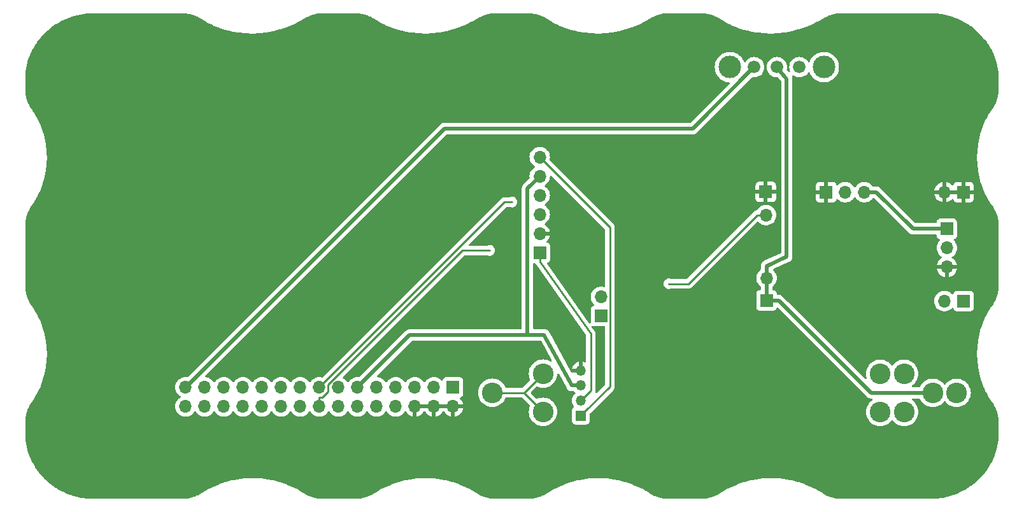
<source format=gbl>
G04 #@! TF.GenerationSoftware,KiCad,Pcbnew,8.0.0~rc2-91e15634fc~176~ubuntu22.04.1*
G04 #@! TF.CreationDate,2024-02-10T07:00:10+09:00*
G04 #@! TF.ProjectId,bGeigieZen V3.x.x production,62476569-6769-4655-9a65-6e2056332e78,V3.0.3*
G04 #@! TF.SameCoordinates,Original*
G04 #@! TF.FileFunction,Copper,L2,Bot*
G04 #@! TF.FilePolarity,Positive*
%FSLAX46Y46*%
G04 Gerber Fmt 4.6, Leading zero omitted, Abs format (unit mm)*
G04 Created by KiCad (PCBNEW 8.0.0~rc2-91e15634fc~176~ubuntu22.04.1) date 2024-02-10 07:00:10*
%MOMM*%
%LPD*%
G01*
G04 APERTURE LIST*
G04 #@! TA.AperFunction,ComponentPad*
%ADD10R,1.700000X1.700000*%
G04 #@! TD*
G04 #@! TA.AperFunction,ComponentPad*
%ADD11O,1.700000X1.700000*%
G04 #@! TD*
G04 #@! TA.AperFunction,ComponentPad*
%ADD12C,1.676400*%
G04 #@! TD*
G04 #@! TA.AperFunction,ComponentPad*
%ADD13C,3.000000*%
G04 #@! TD*
G04 #@! TA.AperFunction,ComponentPad*
%ADD14R,1.350000X1.350000*%
G04 #@! TD*
G04 #@! TA.AperFunction,ComponentPad*
%ADD15O,1.350000X1.350000*%
G04 #@! TD*
G04 #@! TA.AperFunction,ComponentPad*
%ADD16C,2.743200*%
G04 #@! TD*
G04 #@! TA.AperFunction,ViaPad*
%ADD17C,0.300000*%
G04 #@! TD*
G04 #@! TA.AperFunction,Conductor*
%ADD18C,0.250000*%
G04 #@! TD*
G04 #@! TA.AperFunction,Conductor*
%ADD19C,0.500000*%
G04 #@! TD*
G04 APERTURE END LIST*
D10*
X141452600Y-116407000D03*
D11*
X141452600Y-118947000D03*
X138912600Y-116407000D03*
X138912600Y-118947000D03*
X136372600Y-116407000D03*
X136372600Y-118947000D03*
X133832600Y-116407000D03*
X133832600Y-118947000D03*
X131292600Y-116407000D03*
X131292600Y-118947000D03*
X128752600Y-116407000D03*
X128752600Y-118947000D03*
X126212600Y-116407000D03*
X126212600Y-118947000D03*
X123672600Y-116407000D03*
X123672600Y-118947000D03*
X121132600Y-116407000D03*
X121132600Y-118947000D03*
X118592600Y-116407000D03*
X118592600Y-118947000D03*
X116052600Y-116407000D03*
X116052600Y-118947000D03*
X113512600Y-116407000D03*
X113512600Y-118947000D03*
X110972600Y-116407000D03*
X110972600Y-118947000D03*
X108432600Y-116407000D03*
X108432600Y-118947000D03*
X105892600Y-116407000D03*
X105892600Y-118947000D03*
D10*
X209330700Y-90462200D03*
D11*
X206790700Y-90462200D03*
D10*
X152984600Y-98500000D03*
D11*
X152984600Y-95960000D03*
X152984600Y-93420000D03*
X152984600Y-90880000D03*
X152984600Y-88340000D03*
X152984600Y-85800000D03*
D12*
X187505600Y-73838000D03*
X184505600Y-73838000D03*
X181505600Y-73838000D03*
D13*
X190755600Y-73838000D03*
X178255600Y-73838000D03*
D10*
X209335300Y-104940200D03*
D11*
X206795300Y-104940200D03*
D10*
X161121600Y-106925000D03*
D11*
X161121600Y-104385000D03*
D10*
X191067600Y-90470000D03*
D11*
X193607600Y-90470000D03*
X196147600Y-90470000D03*
D10*
X207108000Y-95330000D03*
D11*
X207108000Y-97870000D03*
X207108000Y-100410000D03*
D10*
X183134000Y-104850000D03*
D11*
X183134000Y-101884500D03*
D14*
X158447600Y-120169000D03*
D15*
X158447600Y-118169000D03*
X158447600Y-116169000D03*
X158447600Y-114169000D03*
D10*
X183032400Y-90422800D03*
D11*
X183063469Y-93510215D03*
D16*
X208412600Y-117140000D03*
X205237600Y-117140000D03*
X153417600Y-119670000D03*
X153417600Y-114590000D03*
X146669600Y-117130000D03*
X201427600Y-114600000D03*
X198252600Y-114600000D03*
X201427600Y-119690000D03*
X198252600Y-119680000D03*
D17*
X148996000Y-118515000D03*
X145186000Y-119176000D03*
X144374000Y-116178000D03*
X149290000Y-91770100D03*
X146310000Y-98222500D03*
X170148000Y-102640000D03*
D18*
X149290000Y-91770100D02*
X148310000Y-91770100D01*
X123672600Y-116407000D02*
X123673000Y-116407000D01*
X148310000Y-91770100D02*
X123673000Y-116407000D01*
X123673000Y-118064000D02*
X123673000Y-118358000D01*
X146310000Y-98222500D02*
X142726000Y-98222500D01*
X123673000Y-118358000D02*
X123673000Y-118652500D01*
X142726000Y-98222500D02*
X124849000Y-116099000D01*
X123673000Y-118652500D02*
X123673000Y-118947000D01*
X124040000Y-117770000D02*
X123673000Y-117770000D01*
X123673000Y-117770000D02*
X123673000Y-118064000D01*
X124849000Y-116961000D02*
X124040000Y-117770000D01*
X124849000Y-116099000D02*
X124849000Y-116961000D01*
X123673000Y-118652500D02*
X123672600Y-118652900D01*
X123672600Y-118652900D02*
X123672600Y-118947000D01*
X123673000Y-118064000D02*
X123673000Y-118358000D01*
D19*
X158448000Y-116169000D02*
X158447600Y-116169000D01*
X151362000Y-109457000D02*
X135702000Y-109457000D01*
X128752600Y-116407000D02*
X128753000Y-116407000D01*
X151362000Y-89962600D02*
X151362000Y-109457000D01*
X158447600Y-116169000D02*
X157226000Y-116178400D01*
X196148000Y-90470000D02*
X197749000Y-90470000D01*
X135702000Y-109457000D02*
X128753000Y-116407000D01*
X202609000Y-95330000D02*
X207108000Y-95330000D01*
X157226000Y-116178400D02*
X153568400Y-109422000D01*
X152985000Y-88340000D02*
X152985000Y-88340200D01*
X153568400Y-109422000D02*
X151362000Y-109457000D01*
X196148000Y-90470000D02*
X196147600Y-90470000D01*
X152985000Y-88340200D02*
X151362000Y-89962600D01*
X152984600Y-88340000D02*
X152985000Y-88340000D01*
X197749000Y-90470000D02*
X202609000Y-95330000D01*
X185826400Y-75386000D02*
X184638000Y-73970300D01*
X197026000Y-117140000D02*
X204365600Y-117140000D01*
X185826400Y-99058800D02*
X185826400Y-75386000D01*
X204365600Y-117140000D02*
X204366000Y-117140000D01*
X184550000Y-73882100D02*
X184549700Y-73882100D01*
X184638000Y-73970300D02*
X184550000Y-73882100D01*
X183134000Y-100283000D02*
X185826400Y-99058800D01*
X183134000Y-101884500D02*
X183134000Y-100283000D01*
X183134000Y-104850000D02*
X183134000Y-101884500D01*
X184736000Y-104850000D02*
X197026000Y-117140000D01*
X184638000Y-73970300D02*
X184594000Y-73926200D01*
X184550000Y-73882100D02*
X184506000Y-73838000D01*
X184549700Y-73882100D02*
X184505600Y-73838000D01*
X183134000Y-104850000D02*
X184736000Y-104850000D01*
D18*
X152985000Y-99382500D02*
X152984600Y-99382100D01*
X158447600Y-118169000D02*
X158910000Y-117706600D01*
X159759000Y-116858000D02*
X159766000Y-109320400D01*
X159766000Y-109320400D02*
X152985000Y-99676700D01*
X158910000Y-117706600D02*
X158910000Y-117706000D01*
X158910000Y-117706000D02*
X159759000Y-116858000D01*
X152985000Y-99382500D02*
X152985000Y-99088300D01*
X152984600Y-99382100D02*
X152984600Y-98500000D01*
X152985000Y-99676700D02*
X152985000Y-99382500D01*
X158448000Y-120169000D02*
X158754000Y-119863000D01*
X158754000Y-119863000D02*
X158753600Y-119863000D01*
X159060000Y-119556000D02*
X162322000Y-116295000D01*
X158754000Y-119863000D02*
X159060000Y-119557000D01*
X159060000Y-119557000D02*
X159060000Y-119556000D01*
X162322000Y-95136900D02*
X152985000Y-85800000D01*
X158753600Y-119863000D02*
X158447600Y-120169000D01*
X152984600Y-85800000D02*
X152985000Y-85800000D01*
X162322000Y-116295000D02*
X162322000Y-95136900D01*
D19*
X140280000Y-82020000D02*
X106613000Y-115687000D01*
X105893000Y-116407000D02*
X106613000Y-115687000D01*
X105982800Y-116317000D02*
X105893000Y-116407000D01*
X106612000Y-115687000D02*
X106252000Y-116047000D01*
X105982800Y-116317000D02*
X105893000Y-116407000D01*
X181505800Y-73838200D02*
X181505600Y-73838000D01*
X106072500Y-116227000D02*
X105982800Y-116317000D01*
X181506000Y-73838200D02*
X181506000Y-73838400D01*
X181506000Y-73838200D02*
X181505800Y-73838200D01*
X106613000Y-115687000D02*
X106612000Y-115687000D01*
X106072500Y-116227000D02*
X105982800Y-116317000D01*
X173324000Y-82020000D02*
X140280000Y-82020000D01*
X105892600Y-116407000D02*
X105893000Y-116407000D01*
X181506000Y-73838400D02*
X173324000Y-82020000D01*
X181506000Y-73838000D02*
X181506000Y-73838200D01*
X106252000Y-116047000D02*
X106072500Y-116227000D01*
X106252000Y-116047000D02*
X106072500Y-116227000D01*
D18*
X146669600Y-117130000D02*
X146670000Y-117130000D01*
X153417600Y-119669600D02*
X153418000Y-119670000D01*
X181887000Y-93510200D02*
X183063500Y-93510200D01*
X170148000Y-102640000D02*
X172757000Y-102640000D01*
X153417600Y-114590400D02*
X153418000Y-114590000D01*
X150878000Y-117130000D02*
X153417600Y-119669600D01*
X153417600Y-114590400D02*
X153417600Y-114590000D01*
X172757000Y-102640000D02*
X181887000Y-93510200D01*
X146670000Y-117130000D02*
X150878000Y-117130000D01*
X183063500Y-93510200D02*
X183064000Y-93510200D01*
X153417600Y-119669600D02*
X153417600Y-119670000D01*
X150878000Y-117130000D02*
X153417600Y-114590400D01*
G04 #@! TA.AperFunction,Conductor*
G36*
X138446675Y-118754007D02*
G01*
X138412600Y-118881174D01*
X138412600Y-119012826D01*
X138446675Y-119139993D01*
X138481897Y-119201000D01*
X136803303Y-119201000D01*
X136838525Y-119139993D01*
X136872600Y-119012826D01*
X136872600Y-118881174D01*
X136838525Y-118754007D01*
X136803303Y-118693000D01*
X138481897Y-118693000D01*
X138446675Y-118754007D01*
G37*
G04 #@! TD.AperFunction*
G04 #@! TA.AperFunction,Conductor*
G36*
X140986675Y-118754007D02*
G01*
X140952600Y-118881174D01*
X140952600Y-119012826D01*
X140986675Y-119139993D01*
X141021897Y-119201000D01*
X139343303Y-119201000D01*
X139378525Y-119139993D01*
X139412600Y-119012826D01*
X139412600Y-118881174D01*
X139378525Y-118754007D01*
X139343303Y-118693000D01*
X141021897Y-118693000D01*
X140986675Y-118754007D01*
G37*
G04 #@! TD.AperFunction*
G04 #@! TA.AperFunction,Conductor*
G36*
X160061313Y-108239285D02*
G01*
X160128010Y-108264162D01*
X160162398Y-108276989D01*
X160162403Y-108276990D01*
X160222950Y-108283499D01*
X160222955Y-108283499D01*
X160222962Y-108283500D01*
X161562500Y-108283500D01*
X161630621Y-108303502D01*
X161677114Y-108357158D01*
X161688500Y-108409500D01*
X161688500Y-115980335D01*
X161668498Y-116048456D01*
X161651582Y-116069444D01*
X160584904Y-117135795D01*
X160522586Y-117169811D01*
X160451771Y-117164735D01*
X160394942Y-117122180D01*
X160370142Y-117055655D01*
X160372258Y-117022031D01*
X160380148Y-116982488D01*
X160380156Y-116982445D01*
X160385755Y-116954433D01*
X160392442Y-116920982D01*
X160392442Y-116920974D01*
X160392461Y-116920776D01*
X160392463Y-116920767D01*
X160392498Y-116860247D01*
X160399438Y-109386310D01*
X160400521Y-109373893D01*
X160400344Y-109373880D01*
X160400804Y-109367705D01*
X160400530Y-109356188D01*
X160399543Y-109314737D01*
X160399508Y-109311658D01*
X160399558Y-109258589D01*
X160398957Y-109252429D01*
X160399133Y-109252411D01*
X160398766Y-109249076D01*
X160398589Y-109249098D01*
X160397837Y-109242959D01*
X160397836Y-109242954D01*
X160386240Y-109191130D01*
X160385635Y-109188263D01*
X160375326Y-109136181D01*
X160375322Y-109136172D01*
X160373535Y-109130258D01*
X160373704Y-109130206D01*
X160372688Y-109126991D01*
X160372521Y-109127047D01*
X160370584Y-109121168D01*
X160349128Y-109072669D01*
X160347923Y-109069853D01*
X160327678Y-109020847D01*
X160324768Y-109015391D01*
X160324923Y-109015308D01*
X160323301Y-109012354D01*
X160323149Y-109012441D01*
X160320103Y-109007054D01*
X160289597Y-108963671D01*
X160287835Y-108961098D01*
X160262714Y-108923425D01*
X160258446Y-108917024D01*
X160258438Y-108917016D01*
X160254520Y-108912232D01*
X160254656Y-108912120D01*
X160246629Y-108902564D01*
X160222209Y-108867835D01*
X159914215Y-108429816D01*
X159891394Y-108362587D01*
X159908543Y-108293693D01*
X159960217Y-108245007D01*
X160030009Y-108231986D01*
X160061313Y-108239285D01*
G37*
G04 #@! TD.AperFunction*
G04 #@! TA.AperFunction,Conductor*
G36*
X152358539Y-99878502D02*
G01*
X152405032Y-99932158D01*
X152406824Y-99936274D01*
X152410209Y-99944447D01*
X152423602Y-99976779D01*
X152426516Y-99982231D01*
X152426332Y-99982329D01*
X152427670Y-99984762D01*
X152427852Y-99984660D01*
X152430896Y-99990043D01*
X152430897Y-99990045D01*
X152442574Y-100006651D01*
X152461614Y-100033729D01*
X152463291Y-100036176D01*
X152488912Y-100074521D01*
X152492930Y-100080534D01*
X152496860Y-100085323D01*
X152496696Y-100085456D01*
X152504570Y-100094821D01*
X159109345Y-109487900D01*
X159132166Y-109555129D01*
X159132275Y-109560491D01*
X159129099Y-112980523D01*
X159109034Y-113048625D01*
X159055335Y-113095068D01*
X158985052Y-113105107D01*
X158957583Y-113097898D01*
X158772733Y-113026287D01*
X158701600Y-113012989D01*
X158701600Y-113857314D01*
X158693206Y-113848920D01*
X158601994Y-113796259D01*
X158500261Y-113769000D01*
X158394939Y-113769000D01*
X158293206Y-113796259D01*
X158201994Y-113848920D01*
X158193600Y-113857314D01*
X158193600Y-113012989D01*
X158122463Y-113026287D01*
X157918039Y-113105482D01*
X157918032Y-113105485D01*
X157731626Y-113220902D01*
X157569605Y-113368604D01*
X157437485Y-113543561D01*
X157339760Y-113739820D01*
X157339758Y-113739825D01*
X157289917Y-113915000D01*
X158135914Y-113915000D01*
X158127520Y-113923394D01*
X158074859Y-114014606D01*
X158047600Y-114116339D01*
X158047600Y-114221661D01*
X158074859Y-114323394D01*
X158127520Y-114414606D01*
X158135914Y-114423000D01*
X157266598Y-114423000D01*
X157262620Y-114425952D01*
X157191784Y-114430717D01*
X157129616Y-114396429D01*
X157108282Y-114367696D01*
X157083409Y-114321750D01*
X154253886Y-109094994D01*
X154249073Y-109085091D01*
X154234791Y-109052100D01*
X154219678Y-109030240D01*
X154212516Y-109018573D01*
X154199865Y-108995204D01*
X154184929Y-108977201D01*
X154176927Y-108967555D01*
X154170256Y-108958757D01*
X154149821Y-108929199D01*
X154149818Y-108929196D01*
X154130731Y-108910704D01*
X154121430Y-108900658D01*
X154104469Y-108880213D01*
X154076572Y-108857565D01*
X154068316Y-108850239D01*
X154042516Y-108825244D01*
X154042512Y-108825241D01*
X154042511Y-108825240D01*
X154020175Y-108810823D01*
X154009094Y-108802785D01*
X153988471Y-108786042D01*
X153988470Y-108786041D01*
X153956695Y-108769272D01*
X153947173Y-108763702D01*
X153936588Y-108756870D01*
X153916978Y-108744212D01*
X153892264Y-108734431D01*
X153879830Y-108728711D01*
X153856324Y-108716307D01*
X153821879Y-108706057D01*
X153811458Y-108702452D01*
X153799155Y-108697584D01*
X153778050Y-108689232D01*
X153772897Y-108688291D01*
X153751918Y-108684463D01*
X153738606Y-108681278D01*
X153713121Y-108673695D01*
X153713123Y-108673695D01*
X153677348Y-108670363D01*
X153666419Y-108668860D01*
X153631067Y-108662409D01*
X153604487Y-108662831D01*
X153590809Y-108662304D01*
X153564357Y-108659841D01*
X153564353Y-108659841D01*
X153528621Y-108663551D01*
X153517607Y-108664209D01*
X152248498Y-108684341D01*
X152180069Y-108665422D01*
X152132731Y-108612511D01*
X152120500Y-108558357D01*
X152120500Y-99984500D01*
X152140502Y-99916379D01*
X152194158Y-99869886D01*
X152246500Y-99858500D01*
X152290418Y-99858500D01*
X152358539Y-99878502D01*
G37*
G04 #@! TD.AperFunction*
G04 #@! TA.AperFunction,Conductor*
G36*
X154561502Y-88272385D02*
G01*
X159121087Y-92831920D01*
X161246654Y-94957465D01*
X161651595Y-95362401D01*
X161685620Y-95424713D01*
X161688500Y-95451497D01*
X161688500Y-102966818D01*
X161668498Y-103034939D01*
X161614842Y-103081432D01*
X161544568Y-103091536D01*
X161521589Y-103085991D01*
X161456243Y-103063558D01*
X161456236Y-103063556D01*
X161456235Y-103063556D01*
X161456232Y-103063555D01*
X161456230Y-103063555D01*
X161412076Y-103056187D01*
X161234169Y-103026500D01*
X161009031Y-103026500D01*
X160860811Y-103051233D01*
X160786969Y-103063555D01*
X160786960Y-103063557D01*
X160574028Y-103136656D01*
X160574026Y-103136658D01*
X160376026Y-103243810D01*
X160376024Y-103243811D01*
X160198362Y-103382091D01*
X160045879Y-103547729D01*
X160045875Y-103547734D01*
X159922741Y-103736206D01*
X159832303Y-103942386D01*
X159832302Y-103942387D01*
X159777037Y-104160624D01*
X159777036Y-104160630D01*
X159777036Y-104160632D01*
X159758444Y-104385000D01*
X159777017Y-104609144D01*
X159777037Y-104609375D01*
X159832302Y-104827612D01*
X159832303Y-104827613D01*
X159832304Y-104827616D01*
X159910161Y-105005114D01*
X159922741Y-105033793D01*
X160045875Y-105222265D01*
X160045878Y-105222268D01*
X160072841Y-105251557D01*
X160189075Y-105377820D01*
X160220496Y-105441485D01*
X160212509Y-105512031D01*
X160167651Y-105567060D01*
X160140407Y-105581213D01*
X160025397Y-105624110D01*
X160025392Y-105624112D01*
X159908338Y-105711738D01*
X159820712Y-105828792D01*
X159820710Y-105828797D01*
X159769611Y-105965795D01*
X159769609Y-105965803D01*
X159763100Y-106026350D01*
X159763100Y-107816656D01*
X159743098Y-107884777D01*
X159689442Y-107931270D01*
X159619168Y-107941374D01*
X159554588Y-107911880D01*
X159534030Y-107889130D01*
X153989254Y-100003544D01*
X153966433Y-99936315D01*
X153983582Y-99867421D01*
X154035256Y-99818735D01*
X154048282Y-99813018D01*
X154080804Y-99800889D01*
X154197861Y-99713261D01*
X154258115Y-99632771D01*
X154285487Y-99596207D01*
X154285487Y-99596206D01*
X154285489Y-99596204D01*
X154332760Y-99469468D01*
X154336588Y-99459204D01*
X154336590Y-99459196D01*
X154343099Y-99398649D01*
X154343100Y-99398632D01*
X154343100Y-97601367D01*
X154343099Y-97601350D01*
X154336590Y-97540803D01*
X154336588Y-97540795D01*
X154294288Y-97427387D01*
X154285489Y-97403796D01*
X154285488Y-97403794D01*
X154285487Y-97403792D01*
X154197861Y-97286738D01*
X154080807Y-97199112D01*
X154080804Y-97199111D01*
X153965286Y-97156024D01*
X153908451Y-97113477D01*
X153883641Y-97046957D01*
X153898733Y-96977583D01*
X153916619Y-96952632D01*
X154059923Y-96796961D01*
X154183019Y-96608548D01*
X154273420Y-96402456D01*
X154273423Y-96402449D01*
X154321144Y-96214000D01*
X153415303Y-96214000D01*
X153450525Y-96152993D01*
X153484600Y-96025826D01*
X153484600Y-95894174D01*
X153450525Y-95767007D01*
X153415303Y-95706000D01*
X154321144Y-95706000D01*
X154321144Y-95705999D01*
X154273423Y-95517550D01*
X154273420Y-95517543D01*
X154183019Y-95311451D01*
X154059925Y-95123041D01*
X153907502Y-94957465D01*
X153729901Y-94819232D01*
X153729900Y-94819231D01*
X153696391Y-94801097D01*
X153646001Y-94751083D01*
X153630650Y-94681766D01*
X153655212Y-94615153D01*
X153696390Y-94579472D01*
X153730176Y-94561189D01*
X153907840Y-94422906D01*
X154060322Y-94257268D01*
X154183460Y-94068791D01*
X154273896Y-93862616D01*
X154329164Y-93644368D01*
X154347756Y-93420000D01*
X154329164Y-93195632D01*
X154329162Y-93195624D01*
X154273897Y-92977387D01*
X154273896Y-92977386D01*
X154273896Y-92977384D01*
X154183460Y-92771209D01*
X154144446Y-92711493D01*
X154060324Y-92582734D01*
X154060320Y-92582729D01*
X153907837Y-92417091D01*
X153825982Y-92353381D01*
X153730176Y-92278811D01*
X153696919Y-92260813D01*
X153646529Y-92210802D01*
X153631176Y-92141485D01*
X153655736Y-92074872D01*
X153696920Y-92039186D01*
X153730176Y-92021189D01*
X153907840Y-91882906D01*
X154060322Y-91717268D01*
X154183460Y-91528791D01*
X154273896Y-91322616D01*
X154329164Y-91104368D01*
X154347756Y-90880000D01*
X154329164Y-90655632D01*
X154273896Y-90437384D01*
X154183460Y-90231209D01*
X154173523Y-90216000D01*
X154060324Y-90042734D01*
X154060320Y-90042729D01*
X153917654Y-89887755D01*
X153907840Y-89877094D01*
X153907839Y-89877093D01*
X153907837Y-89877091D01*
X153805999Y-89797827D01*
X153730176Y-89738811D01*
X153696919Y-89720813D01*
X153646529Y-89670802D01*
X153631176Y-89601485D01*
X153655736Y-89534872D01*
X153696920Y-89499186D01*
X153709330Y-89492470D01*
X153730176Y-89481189D01*
X153907840Y-89342906D01*
X154060322Y-89177268D01*
X154183460Y-88988791D01*
X154273896Y-88782616D01*
X154329164Y-88564368D01*
X154346838Y-88351072D01*
X154372396Y-88284840D01*
X154429708Y-88242936D01*
X154500576Y-88238670D01*
X154561502Y-88272385D01*
G37*
G04 #@! TD.AperFunction*
G04 #@! TA.AperFunction,Conductor*
G36*
X208864775Y-90269207D02*
G01*
X208830700Y-90396374D01*
X208830700Y-90528026D01*
X208864775Y-90655193D01*
X208899997Y-90716200D01*
X207221403Y-90716200D01*
X207256625Y-90655193D01*
X207290700Y-90528026D01*
X207290700Y-90396374D01*
X207256625Y-90269207D01*
X207221403Y-90208200D01*
X208899997Y-90208200D01*
X208864775Y-90269207D01*
G37*
G04 #@! TD.AperFunction*
G04 #@! TA.AperFunction,Conductor*
G36*
X105651440Y-66676377D02*
G01*
X105795003Y-66685760D01*
X105798833Y-66686069D01*
X105944408Y-66700116D01*
X105948140Y-66700534D01*
X106093064Y-66719028D01*
X106096826Y-66719566D01*
X106241031Y-66742470D01*
X106244766Y-66743122D01*
X106388152Y-66770393D01*
X106391848Y-66771153D01*
X106526266Y-66800972D01*
X106534263Y-66802746D01*
X106537971Y-66803628D01*
X106679183Y-66839468D01*
X106682845Y-66840456D01*
X106822860Y-66880534D01*
X106826480Y-66881629D01*
X106899608Y-66904973D01*
X106965116Y-66925884D01*
X106968726Y-66927097D01*
X106990146Y-66934655D01*
X107105869Y-66975488D01*
X107109409Y-66976797D01*
X107244890Y-67029265D01*
X107244903Y-67029270D01*
X107248432Y-67030699D01*
X107382120Y-67087197D01*
X107385595Y-67088727D01*
X107517456Y-67149248D01*
X107520881Y-67150885D01*
X107650642Y-67215320D01*
X107654039Y-67217072D01*
X107752729Y-67269924D01*
X107781596Y-67285383D01*
X107785007Y-67287279D01*
X107909859Y-67359203D01*
X107913757Y-67361543D01*
X108653786Y-67824557D01*
X108662190Y-67829815D01*
X108668772Y-67835511D01*
X108678271Y-67840399D01*
X108687464Y-67845629D01*
X108696557Y-67851320D01*
X108704820Y-67854064D01*
X108849286Y-67928418D01*
X109468169Y-68246948D01*
X109475032Y-68251963D01*
X109485423Y-68256290D01*
X109494644Y-68260574D01*
X109504713Y-68265755D01*
X109512977Y-68267760D01*
X110280424Y-68587250D01*
X110304811Y-68597402D01*
X110311892Y-68601760D01*
X110323069Y-68605419D01*
X110332308Y-68608849D01*
X110343235Y-68613399D01*
X110351452Y-68614712D01*
X111167115Y-68881812D01*
X111174345Y-68885530D01*
X111186229Y-68888449D01*
X111195411Y-68891077D01*
X111207076Y-68894899D01*
X111215179Y-68895565D01*
X112049992Y-69100787D01*
X112057326Y-69103896D01*
X112069833Y-69106014D01*
X112078905Y-69107896D01*
X112091271Y-69110938D01*
X112099245Y-69110999D01*
X112948523Y-69254985D01*
X112955922Y-69257508D01*
X112968927Y-69258769D01*
X112977859Y-69259959D01*
X112990761Y-69262148D01*
X112998567Y-69261646D01*
X113857610Y-69345020D01*
X113865069Y-69346989D01*
X113878392Y-69347347D01*
X113887218Y-69347894D01*
X113900559Y-69349192D01*
X113908201Y-69348153D01*
X114772249Y-69371532D01*
X114779730Y-69372962D01*
X114793271Y-69372398D01*
X114801930Y-69372335D01*
X114815548Y-69372703D01*
X114823008Y-69371159D01*
X115687374Y-69335155D01*
X115694901Y-69336068D01*
X115708482Y-69334570D01*
X115717070Y-69333919D01*
X115730762Y-69333350D01*
X115738069Y-69331309D01*
X116598012Y-69236530D01*
X116605589Y-69236930D01*
X116619070Y-69234505D01*
X116627604Y-69233269D01*
X116641242Y-69231768D01*
X116648389Y-69229234D01*
X117499213Y-69076279D01*
X117506829Y-69076159D01*
X117520000Y-69072845D01*
X117528465Y-69071021D01*
X117541881Y-69068610D01*
X117548865Y-69065583D01*
X118385796Y-68855061D01*
X118393465Y-68854412D01*
X118406246Y-68850233D01*
X118414695Y-68847793D01*
X118427699Y-68844523D01*
X118434528Y-68840987D01*
X119252889Y-68573483D01*
X119260608Y-68572280D01*
X119272785Y-68567316D01*
X119281236Y-68564218D01*
X119293716Y-68560141D01*
X119300377Y-68556074D01*
X120095478Y-68232162D01*
X120103219Y-68230375D01*
X120114645Y-68224717D01*
X120123053Y-68220929D01*
X120134904Y-68216103D01*
X120141366Y-68211488D01*
X120908457Y-67831759D01*
X120916199Y-67829357D01*
X120926781Y-67823087D01*
X120935141Y-67818550D01*
X120946216Y-67813070D01*
X120952453Y-67807879D01*
X121703975Y-67362737D01*
X121711358Y-67358693D01*
X121970208Y-67227919D01*
X121973780Y-67226186D01*
X122240653Y-67102063D01*
X122244004Y-67100565D01*
X122378189Y-67042905D01*
X122380667Y-67041873D01*
X122516626Y-66987038D01*
X122519452Y-66985939D01*
X122656274Y-66934641D01*
X122659420Y-66933510D01*
X122797299Y-66886001D01*
X122800728Y-66884874D01*
X122939599Y-66841504D01*
X122943294Y-66840414D01*
X123083099Y-66801529D01*
X123087153Y-66800475D01*
X123227844Y-66766408D01*
X123232254Y-66765425D01*
X123373813Y-66736500D01*
X123378502Y-66735635D01*
X123520953Y-66712173D01*
X123525980Y-66711449D01*
X123669281Y-66693776D01*
X123674615Y-66693235D01*
X123795336Y-66683550D01*
X123818780Y-66681669D01*
X123824352Y-66681347D01*
X123966747Y-66676309D01*
X123970140Y-66676189D01*
X123974595Y-66676110D01*
X128626843Y-66676110D01*
X128635059Y-66676378D01*
X128654314Y-66677636D01*
X128778619Y-66685759D01*
X128782454Y-66686069D01*
X128928000Y-66700113D01*
X128931788Y-66700538D01*
X129076683Y-66719029D01*
X129080465Y-66719570D01*
X129224642Y-66742469D01*
X129228366Y-66743118D01*
X129371773Y-66770393D01*
X129375469Y-66771153D01*
X129509887Y-66800972D01*
X129517884Y-66802746D01*
X129521592Y-66803628D01*
X129662804Y-66839468D01*
X129666466Y-66840456D01*
X129806481Y-66880534D01*
X129810101Y-66881629D01*
X129883073Y-66904923D01*
X129948738Y-66925884D01*
X129952348Y-66927097D01*
X129973768Y-66934655D01*
X130089491Y-66975488D01*
X130093050Y-66976805D01*
X130228509Y-67029265D01*
X130232052Y-67030699D01*
X130264528Y-67044423D01*
X130365728Y-67087190D01*
X130365757Y-67087202D01*
X130369214Y-67088725D01*
X130501050Y-67149235D01*
X130504498Y-67150882D01*
X130634264Y-67215320D01*
X130637661Y-67217072D01*
X130765209Y-67285378D01*
X130768614Y-67287270D01*
X130868270Y-67344679D01*
X130893441Y-67359179D01*
X130897369Y-67361538D01*
X131637405Y-67824557D01*
X131645809Y-67829815D01*
X131652391Y-67835511D01*
X131661890Y-67840399D01*
X131671083Y-67845629D01*
X131680176Y-67851320D01*
X131688439Y-67854064D01*
X131832905Y-67928418D01*
X132451788Y-68246948D01*
X132458651Y-68251963D01*
X132469042Y-68256290D01*
X132478263Y-68260574D01*
X132488332Y-68265755D01*
X132496596Y-68267760D01*
X133264043Y-68587250D01*
X133288430Y-68597402D01*
X133295511Y-68601760D01*
X133306688Y-68605419D01*
X133315927Y-68608849D01*
X133326855Y-68613399D01*
X133335071Y-68614713D01*
X133454755Y-68653905D01*
X134150733Y-68881812D01*
X134157962Y-68885529D01*
X134169836Y-68888446D01*
X134179018Y-68891074D01*
X134190692Y-68894899D01*
X134198796Y-68895565D01*
X135033610Y-69100787D01*
X135040944Y-69103896D01*
X135053451Y-69106014D01*
X135062523Y-69107896D01*
X135074889Y-69110938D01*
X135082863Y-69110999D01*
X135932141Y-69254985D01*
X135939540Y-69257508D01*
X135952545Y-69258769D01*
X135961477Y-69259959D01*
X135974379Y-69262148D01*
X135982185Y-69261646D01*
X136841227Y-69345020D01*
X136848686Y-69346989D01*
X136862009Y-69347347D01*
X136870835Y-69347894D01*
X136884176Y-69349192D01*
X136891818Y-69348153D01*
X137755866Y-69371532D01*
X137763347Y-69372962D01*
X137776888Y-69372398D01*
X137785547Y-69372335D01*
X137799165Y-69372703D01*
X137806625Y-69371159D01*
X138670991Y-69335155D01*
X138678518Y-69336068D01*
X138692099Y-69334570D01*
X138700687Y-69333919D01*
X138714379Y-69333350D01*
X138721686Y-69331309D01*
X139581629Y-69236530D01*
X139589206Y-69236930D01*
X139602687Y-69234505D01*
X139611221Y-69233269D01*
X139624859Y-69231768D01*
X139632006Y-69229234D01*
X140482830Y-69076279D01*
X140490446Y-69076159D01*
X140503617Y-69072845D01*
X140512082Y-69071021D01*
X140525498Y-69068610D01*
X140532482Y-69065583D01*
X141369412Y-68855061D01*
X141377081Y-68854412D01*
X141389862Y-68850233D01*
X141398311Y-68847793D01*
X141411315Y-68844523D01*
X141418144Y-68840987D01*
X142236505Y-68573483D01*
X142244223Y-68572280D01*
X142256400Y-68567316D01*
X142264851Y-68564218D01*
X142277334Y-68560140D01*
X142283997Y-68556073D01*
X142647465Y-68408001D01*
X143079087Y-68232164D01*
X143086830Y-68230377D01*
X143098259Y-68224717D01*
X143106667Y-68220929D01*
X143118518Y-68216103D01*
X143124980Y-68211488D01*
X143892070Y-67831759D01*
X143899812Y-67829357D01*
X143910394Y-67823087D01*
X143918754Y-67818550D01*
X143929829Y-67813070D01*
X143936066Y-67807879D01*
X144687574Y-67362746D01*
X144694931Y-67358714D01*
X144953848Y-67227907D01*
X144957395Y-67226186D01*
X145224270Y-67102063D01*
X145227640Y-67100557D01*
X145361774Y-67042919D01*
X145364314Y-67041861D01*
X145500242Y-66987038D01*
X145503067Y-66985939D01*
X145639891Y-66934640D01*
X145642996Y-66933523D01*
X145780973Y-66885981D01*
X145784345Y-66884874D01*
X145923234Y-66841499D01*
X145926895Y-66840419D01*
X146066717Y-66801529D01*
X146070772Y-66800475D01*
X146211463Y-66766408D01*
X146215872Y-66765425D01*
X146357433Y-66736500D01*
X146362122Y-66735635D01*
X146504573Y-66712173D01*
X146509600Y-66711449D01*
X146652901Y-66693776D01*
X146658234Y-66693235D01*
X146779142Y-66683535D01*
X146802400Y-66681669D01*
X146807972Y-66681347D01*
X146950367Y-66676309D01*
X146953760Y-66676189D01*
X146958215Y-66676110D01*
X151610463Y-66676110D01*
X151618679Y-66676377D01*
X151762242Y-66685760D01*
X151766072Y-66686069D01*
X151911647Y-66700116D01*
X151915379Y-66700534D01*
X152060283Y-66719026D01*
X152064091Y-66719571D01*
X152208262Y-66742469D01*
X152211992Y-66743119D01*
X152355391Y-66770393D01*
X152359087Y-66771153D01*
X152501501Y-66802746D01*
X152505209Y-66803628D01*
X152646421Y-66839468D01*
X152650083Y-66840456D01*
X152790098Y-66880534D01*
X152793718Y-66881629D01*
X152866846Y-66904973D01*
X152932354Y-66925884D01*
X152935964Y-66927097D01*
X152954136Y-66933509D01*
X153073106Y-66975488D01*
X153076646Y-66976797D01*
X153163649Y-67010491D01*
X153212124Y-67029264D01*
X153215669Y-67030699D01*
X153245790Y-67043428D01*
X153341269Y-67083778D01*
X153349360Y-67087197D01*
X153352872Y-67088745D01*
X153484651Y-67149229D01*
X153488126Y-67150889D01*
X153617878Y-67215320D01*
X153621275Y-67217072D01*
X153748855Y-67285395D01*
X153752220Y-67287265D01*
X153877269Y-67359303D01*
X153881159Y-67361639D01*
X154621033Y-67824557D01*
X154629437Y-67829815D01*
X154636019Y-67835511D01*
X154645518Y-67840399D01*
X154654711Y-67845629D01*
X154663804Y-67851320D01*
X154672067Y-67854064D01*
X154810964Y-67925552D01*
X155406692Y-68232165D01*
X155435417Y-68246949D01*
X155442286Y-68251969D01*
X155452650Y-68256283D01*
X155461896Y-68260579D01*
X155471947Y-68265752D01*
X155480221Y-68267760D01*
X156272062Y-68597405D01*
X156279148Y-68601766D01*
X156290301Y-68605416D01*
X156299560Y-68608853D01*
X156310453Y-68613390D01*
X156318673Y-68614706D01*
X156361922Y-68628868D01*
X157134365Y-68881816D01*
X157141593Y-68885532D01*
X157153465Y-68888449D01*
X157162647Y-68891077D01*
X157174321Y-68894902D01*
X157182425Y-68895568D01*
X158017240Y-69100790D01*
X158024574Y-69103899D01*
X158037081Y-69106017D01*
X158046153Y-69107899D01*
X158058519Y-69110941D01*
X158066493Y-69111002D01*
X158915773Y-69254989D01*
X158923171Y-69257513D01*
X158936175Y-69258773D01*
X158945107Y-69259963D01*
X158958009Y-69262152D01*
X158965815Y-69261650D01*
X159824858Y-69345025D01*
X159832317Y-69346994D01*
X159845640Y-69347352D01*
X159854466Y-69347899D01*
X159867807Y-69349197D01*
X159875448Y-69348158D01*
X160739496Y-69371538D01*
X160746978Y-69372968D01*
X160760519Y-69372404D01*
X160769178Y-69372341D01*
X160782796Y-69372709D01*
X160790256Y-69371165D01*
X161654623Y-69335161D01*
X161662150Y-69336074D01*
X161675731Y-69334576D01*
X161684319Y-69333925D01*
X161698011Y-69333356D01*
X161705318Y-69331315D01*
X162565259Y-69236537D01*
X162572837Y-69236937D01*
X162586318Y-69234512D01*
X162594852Y-69233276D01*
X162608490Y-69231775D01*
X162615637Y-69229241D01*
X163466462Y-69076286D01*
X163474078Y-69076166D01*
X163487249Y-69072852D01*
X163495714Y-69071028D01*
X163509127Y-69068617D01*
X163516108Y-69065592D01*
X164353046Y-68855067D01*
X164360715Y-68854418D01*
X164373494Y-68850239D01*
X164381943Y-68847799D01*
X164394946Y-68844530D01*
X164401771Y-68840995D01*
X165220138Y-68573488D01*
X165227856Y-68572285D01*
X165240033Y-68567321D01*
X165248484Y-68564223D01*
X165260964Y-68560146D01*
X165267625Y-68556079D01*
X166062726Y-68232167D01*
X166070467Y-68230380D01*
X166081893Y-68224722D01*
X166090301Y-68220934D01*
X166102151Y-68216108D01*
X166108612Y-68211494D01*
X166875704Y-67831762D01*
X166883446Y-67829360D01*
X166894029Y-67823089D01*
X166902389Y-67818552D01*
X166913464Y-67813072D01*
X166919701Y-67807881D01*
X167671253Y-67362719D01*
X167678630Y-67358676D01*
X167937441Y-67227922D01*
X167941087Y-67226155D01*
X168207893Y-67102063D01*
X168211244Y-67100565D01*
X168345397Y-67042919D01*
X168347938Y-67041861D01*
X168483865Y-66987038D01*
X168486690Y-66985939D01*
X168623515Y-66934641D01*
X168626620Y-66933523D01*
X168764597Y-66885981D01*
X168767969Y-66884874D01*
X168906858Y-66841499D01*
X168910519Y-66840419D01*
X169050356Y-66801525D01*
X169054382Y-66800478D01*
X169195088Y-66766408D01*
X169199497Y-66765425D01*
X169341058Y-66736500D01*
X169345747Y-66735635D01*
X169488198Y-66712173D01*
X169493225Y-66711449D01*
X169636526Y-66693776D01*
X169641860Y-66693235D01*
X169762768Y-66683535D01*
X169786026Y-66681669D01*
X169791598Y-66681347D01*
X169933921Y-66676311D01*
X169937387Y-66676189D01*
X169941842Y-66676110D01*
X174594083Y-66676110D01*
X174602299Y-66676377D01*
X174745862Y-66685760D01*
X174749692Y-66686069D01*
X174895267Y-66700116D01*
X174898999Y-66700534D01*
X175043921Y-66719028D01*
X175047684Y-66719566D01*
X175191889Y-66742470D01*
X175195624Y-66743122D01*
X175339010Y-66770393D01*
X175342706Y-66771153D01*
X175477124Y-66800972D01*
X175485121Y-66802746D01*
X175488829Y-66803628D01*
X175630041Y-66839468D01*
X175633703Y-66840456D01*
X175773718Y-66880534D01*
X175777338Y-66881629D01*
X175850466Y-66904973D01*
X175915974Y-66925884D01*
X175919584Y-66927097D01*
X175937756Y-66933509D01*
X176056726Y-66975488D01*
X176060266Y-66976797D01*
X176195759Y-67029269D01*
X176199290Y-67030699D01*
X176332977Y-67087197D01*
X176336452Y-67088727D01*
X176468302Y-67149243D01*
X176471724Y-67150877D01*
X176569365Y-67199364D01*
X176601487Y-67215315D01*
X176604931Y-67217092D01*
X176732452Y-67285383D01*
X176735841Y-67287265D01*
X176860893Y-67359305D01*
X176864767Y-67361631D01*
X177604653Y-67824557D01*
X177613057Y-67829815D01*
X177619639Y-67835511D01*
X177629138Y-67840399D01*
X177638331Y-67845629D01*
X177647424Y-67851320D01*
X177655687Y-67854064D01*
X177800153Y-67928418D01*
X178419036Y-68246948D01*
X178425899Y-68251963D01*
X178436290Y-68256290D01*
X178445511Y-68260574D01*
X178455580Y-68265755D01*
X178463844Y-68267760D01*
X179231292Y-68587250D01*
X179255679Y-68597402D01*
X179262760Y-68601760D01*
X179273937Y-68605419D01*
X179283176Y-68608849D01*
X179294103Y-68613399D01*
X179302320Y-68614712D01*
X180117983Y-68881812D01*
X180125213Y-68885530D01*
X180137097Y-68888449D01*
X180146279Y-68891077D01*
X180157944Y-68894899D01*
X180166047Y-68895565D01*
X181000861Y-69100787D01*
X181008195Y-69103896D01*
X181020702Y-69106014D01*
X181029774Y-69107896D01*
X181042140Y-69110938D01*
X181050114Y-69110999D01*
X181899393Y-69254985D01*
X181906792Y-69257508D01*
X181919797Y-69258769D01*
X181928729Y-69259959D01*
X181941631Y-69262148D01*
X181949437Y-69261646D01*
X182808480Y-69345020D01*
X182815939Y-69346989D01*
X182829262Y-69347347D01*
X182838088Y-69347894D01*
X182851429Y-69349192D01*
X182859071Y-69348153D01*
X183723120Y-69371532D01*
X183730601Y-69372962D01*
X183744142Y-69372398D01*
X183752801Y-69372335D01*
X183766419Y-69372703D01*
X183773879Y-69371159D01*
X184638246Y-69335155D01*
X184645773Y-69336068D01*
X184659354Y-69334570D01*
X184667942Y-69333919D01*
X184681634Y-69333350D01*
X184688941Y-69331309D01*
X185548883Y-69236530D01*
X185556460Y-69236930D01*
X185569941Y-69234505D01*
X185578475Y-69233269D01*
X185592113Y-69231768D01*
X185599260Y-69229234D01*
X186450085Y-69076279D01*
X186457701Y-69076159D01*
X186470872Y-69072845D01*
X186479337Y-69071021D01*
X186492753Y-69068610D01*
X186499737Y-69065583D01*
X187336667Y-68855061D01*
X187344336Y-68854412D01*
X187357117Y-68850233D01*
X187365566Y-68847793D01*
X187378570Y-68844523D01*
X187385399Y-68840987D01*
X188203760Y-68573483D01*
X188211478Y-68572280D01*
X188223655Y-68567316D01*
X188232106Y-68564218D01*
X188244586Y-68560141D01*
X188251247Y-68556074D01*
X189046348Y-68232162D01*
X189054089Y-68230375D01*
X189065515Y-68224717D01*
X189073923Y-68220929D01*
X189085774Y-68216103D01*
X189092236Y-68211488D01*
X189859326Y-67831759D01*
X189867068Y-67829357D01*
X189877650Y-67823087D01*
X189886010Y-67818550D01*
X189897085Y-67813070D01*
X189903322Y-67807879D01*
X190654848Y-67362734D01*
X190662202Y-67358704D01*
X190921088Y-67227917D01*
X190924674Y-67226177D01*
X191191558Y-67102053D01*
X191194859Y-67100577D01*
X191329032Y-67042924D01*
X191331574Y-67041865D01*
X191467486Y-66987047D01*
X191470215Y-66985985D01*
X191607230Y-66934617D01*
X191610251Y-66933530D01*
X191748142Y-66886015D01*
X191751611Y-66884875D01*
X191890455Y-66841514D01*
X191894166Y-66840419D01*
X192033968Y-66801533D01*
X192038017Y-66800480D01*
X192178760Y-66766400D01*
X192183066Y-66765439D01*
X192324691Y-66736502D01*
X192329392Y-66735635D01*
X192471880Y-66712166D01*
X192476854Y-66711451D01*
X192620160Y-66693776D01*
X192625427Y-66693240D01*
X192769689Y-66681667D01*
X192775222Y-66681348D01*
X192921008Y-66676189D01*
X192925464Y-66676110D01*
X204905471Y-66676110D01*
X204906295Y-66676113D01*
X204917754Y-66676187D01*
X204917755Y-66676188D01*
X205370052Y-66679147D01*
X205376816Y-66679375D01*
X205817537Y-66706141D01*
X205824211Y-66706725D01*
X206260716Y-66756675D01*
X206267230Y-66757594D01*
X206574524Y-66809186D01*
X206698842Y-66830058D01*
X206705213Y-66831297D01*
X206751394Y-66841520D01*
X207131264Y-66925611D01*
X207137409Y-66927137D01*
X207557117Y-67042616D01*
X207563076Y-67044416D01*
X207975792Y-67180406D01*
X207981565Y-67182466D01*
X208386535Y-67338284D01*
X208392122Y-67340590D01*
X208752717Y-67499714D01*
X208788551Y-67515527D01*
X208793981Y-67518079D01*
X209181237Y-67711494D01*
X209186478Y-67714268D01*
X209563746Y-67925432D01*
X209568801Y-67928418D01*
X209935474Y-68156710D01*
X209940349Y-68159904D01*
X210295636Y-68404604D01*
X210300333Y-68408001D01*
X210643506Y-68668418D01*
X210648031Y-68672018D01*
X210978380Y-68947474D01*
X210982733Y-68951277D01*
X211119391Y-69076287D01*
X211294572Y-69236537D01*
X211299492Y-69241037D01*
X211303673Y-69245041D01*
X211392895Y-69334535D01*
X211606177Y-69548468D01*
X211610194Y-69552689D01*
X211897660Y-69869021D01*
X211901508Y-69873458D01*
X212134017Y-70154592D01*
X212167218Y-70194737D01*
X212173265Y-70202048D01*
X212176939Y-70206709D01*
X212432260Y-70546852D01*
X212435753Y-70551745D01*
X212673882Y-70902680D01*
X212677179Y-70907801D01*
X212897477Y-71268932D01*
X212900565Y-71274287D01*
X213102253Y-71644809D01*
X213105135Y-71650437D01*
X213287541Y-72029693D01*
X213290188Y-72035577D01*
X213452607Y-72422881D01*
X213454995Y-72429020D01*
X213596731Y-72823669D01*
X213598836Y-72830062D01*
X213719199Y-73231396D01*
X213720994Y-73238036D01*
X213819277Y-73645330D01*
X213820734Y-73652201D01*
X213896250Y-74064791D01*
X213897339Y-74071875D01*
X213949403Y-74489123D01*
X213950097Y-74496393D01*
X213978008Y-74917604D01*
X213978281Y-74925025D01*
X213981055Y-75309311D01*
X213981309Y-75344513D01*
X213981448Y-75363689D01*
X213981451Y-75364599D01*
X213981451Y-77069677D01*
X213981133Y-77078621D01*
X213971409Y-77215263D01*
X213971037Y-77219489D01*
X213956448Y-77358297D01*
X213955937Y-77362480D01*
X213936717Y-77500706D01*
X213936072Y-77504839D01*
X213912265Y-77642402D01*
X213911489Y-77646488D01*
X213883126Y-77783330D01*
X213882220Y-77787366D01*
X213849375Y-77923229D01*
X213848343Y-77927213D01*
X213811043Y-78062058D01*
X213809886Y-78065990D01*
X213768186Y-78199658D01*
X213766907Y-78203536D01*
X213720845Y-78335933D01*
X213719444Y-78339758D01*
X213669094Y-78470682D01*
X213667574Y-78474452D01*
X213612958Y-78603848D01*
X213611319Y-78607562D01*
X213552479Y-78735313D01*
X213550722Y-78738973D01*
X213487747Y-78864862D01*
X213485873Y-78868461D01*
X213418762Y-78992469D01*
X213416770Y-78996013D01*
X213345603Y-79117946D01*
X213343494Y-79121429D01*
X213269284Y-79239629D01*
X213265149Y-79245802D01*
X213022857Y-79585472D01*
X213019085Y-79589176D01*
X213009511Y-79603879D01*
X213009511Y-79603880D01*
X213008700Y-79605124D01*
X213005725Y-79609490D01*
X212994665Y-79625003D01*
X212992596Y-79629874D01*
X212777647Y-79960199D01*
X212772804Y-79965486D01*
X212765581Y-79978285D01*
X212761469Y-79985062D01*
X212753472Y-79997353D01*
X212751019Y-80004091D01*
X212339049Y-80734229D01*
X212333702Y-80740997D01*
X212329129Y-80750939D01*
X212324407Y-80760181D01*
X212319036Y-80769702D01*
X212316688Y-80777998D01*
X211967719Y-81537037D01*
X211963017Y-81544115D01*
X211959176Y-81554636D01*
X211955306Y-81564038D01*
X211950608Y-81574259D01*
X211948967Y-81582608D01*
X211663569Y-82364733D01*
X211659496Y-82372077D01*
X211656418Y-82383177D01*
X211653378Y-82392664D01*
X211649415Y-82403531D01*
X211648462Y-82411878D01*
X211426557Y-83212471D01*
X211423114Y-83220031D01*
X211420864Y-83231582D01*
X211418619Y-83241113D01*
X211415474Y-83252467D01*
X211415184Y-83260772D01*
X211256712Y-84075247D01*
X211253889Y-84082990D01*
X211252519Y-84094846D01*
X211251037Y-84104421D01*
X211248753Y-84116166D01*
X211249107Y-84124402D01*
X211154035Y-84948122D01*
X211151826Y-84956027D01*
X211151367Y-84968025D01*
X211150629Y-84977648D01*
X211149248Y-84989616D01*
X211150229Y-84997764D01*
X211118538Y-85826099D01*
X211116944Y-85834125D01*
X211117403Y-85846202D01*
X211117403Y-85855767D01*
X211116942Y-85867889D01*
X211118539Y-85875917D01*
X211150224Y-86704241D01*
X211149246Y-86712381D01*
X211150626Y-86724363D01*
X211151359Y-86733920D01*
X211151826Y-86746049D01*
X211154042Y-86753953D01*
X211249100Y-87577614D01*
X211248749Y-87585857D01*
X211251023Y-87597547D01*
X211252509Y-87607149D01*
X211253879Y-87619017D01*
X211256709Y-87626770D01*
X211415175Y-88441247D01*
X211415468Y-88449556D01*
X211418603Y-88460873D01*
X211420854Y-88470435D01*
X211423104Y-88481996D01*
X211426556Y-88489566D01*
X211648457Y-89290169D01*
X211649414Y-89298521D01*
X211653358Y-89309336D01*
X211656398Y-89318822D01*
X211659490Y-89329971D01*
X211663570Y-89337320D01*
X211948954Y-90119424D01*
X211950597Y-90127773D01*
X211955285Y-90137975D01*
X211959150Y-90147365D01*
X211963024Y-90157976D01*
X211967737Y-90165059D01*
X212316685Y-90924065D01*
X212319036Y-90932361D01*
X212324394Y-90941859D01*
X212329122Y-90951113D01*
X212333701Y-90961071D01*
X212339050Y-90967836D01*
X212463791Y-91188918D01*
X212742512Y-91682904D01*
X212751028Y-91697996D01*
X212753488Y-91704748D01*
X212761467Y-91717009D01*
X212765600Y-91723822D01*
X212772815Y-91736611D01*
X212777666Y-91741903D01*
X212992604Y-92072218D01*
X212994683Y-92077107D01*
X213005703Y-92092559D01*
X213008716Y-92096979D01*
X213009448Y-92098105D01*
X213019127Y-92112975D01*
X213022916Y-92116690D01*
X213263473Y-92453932D01*
X213270095Y-92464242D01*
X213410842Y-92708746D01*
X213412378Y-92711493D01*
X213480445Y-92836880D01*
X213481639Y-92839134D01*
X213547322Y-92966201D01*
X213548622Y-92968789D01*
X213611163Y-93096913D01*
X213612545Y-93099839D01*
X213671569Y-93229143D01*
X213673015Y-93232436D01*
X213728011Y-93362725D01*
X213729514Y-93366450D01*
X213780043Y-93497682D01*
X213781556Y-93501825D01*
X213827205Y-93634004D01*
X213828689Y-93638585D01*
X213869008Y-93771601D01*
X213870420Y-93776633D01*
X213905002Y-93910487D01*
X213906291Y-93915979D01*
X213934538Y-94049787D01*
X213934721Y-94050650D01*
X213935827Y-94056592D01*
X213936019Y-94057777D01*
X213957699Y-94192080D01*
X213958563Y-94198466D01*
X213973455Y-94334676D01*
X213974012Y-94341464D01*
X213981535Y-94478507D01*
X213981724Y-94485657D01*
X213981505Y-94598924D01*
X213981436Y-94599283D01*
X213981436Y-103194373D01*
X213981118Y-103203317D01*
X213971394Y-103339959D01*
X213971022Y-103344185D01*
X213956432Y-103483001D01*
X213955921Y-103487184D01*
X213936698Y-103625432D01*
X213936053Y-103629566D01*
X213912248Y-103767112D01*
X213911472Y-103771198D01*
X213883111Y-103908027D01*
X213882205Y-103912062D01*
X213849356Y-104047938D01*
X213848323Y-104051923D01*
X213811024Y-104186759D01*
X213809867Y-104190692D01*
X213768160Y-104324377D01*
X213766881Y-104328255D01*
X213720826Y-104460627D01*
X213719426Y-104464450D01*
X213669058Y-104595422D01*
X213667537Y-104599194D01*
X213612913Y-104728603D01*
X213611274Y-104732318D01*
X213552453Y-104860019D01*
X213550697Y-104863675D01*
X213487708Y-104989594D01*
X213485833Y-104993196D01*
X213418746Y-105117155D01*
X213416755Y-105120697D01*
X213345553Y-105242689D01*
X213343443Y-105246173D01*
X213269256Y-105364335D01*
X213265123Y-105370507D01*
X213022825Y-105710187D01*
X213019049Y-105713895D01*
X213008679Y-105729823D01*
X213005684Y-105734217D01*
X212994640Y-105749707D01*
X212992569Y-105754581D01*
X212777624Y-106084908D01*
X212772784Y-106090191D01*
X212765557Y-106102993D01*
X212761464Y-106109740D01*
X212753442Y-106122074D01*
X212750991Y-106128808D01*
X212339028Y-106858941D01*
X212333680Y-106865709D01*
X212329107Y-106875652D01*
X212324385Y-106884894D01*
X212319014Y-106894416D01*
X212316665Y-106902712D01*
X211967700Y-107661748D01*
X211962997Y-107668827D01*
X211959156Y-107679349D01*
X211955286Y-107688751D01*
X211950589Y-107698971D01*
X211948947Y-107707322D01*
X211663551Y-108489447D01*
X211659478Y-108496791D01*
X211656400Y-108507891D01*
X211653358Y-108517381D01*
X211649399Y-108528237D01*
X211648445Y-108536590D01*
X211426543Y-109337182D01*
X211423100Y-109344742D01*
X211420850Y-109356293D01*
X211418605Y-109365824D01*
X211415460Y-109377178D01*
X211415170Y-109385483D01*
X211256699Y-110199956D01*
X211253876Y-110207699D01*
X211252506Y-110219555D01*
X211251024Y-110229130D01*
X211248740Y-110240875D01*
X211249094Y-110249110D01*
X211154024Y-111072828D01*
X211151815Y-111080733D01*
X211151356Y-111092732D01*
X211150618Y-111102355D01*
X211149237Y-111114323D01*
X211150218Y-111122471D01*
X211118528Y-111950806D01*
X211116934Y-111958832D01*
X211117393Y-111970909D01*
X211117393Y-111980474D01*
X211116932Y-111992597D01*
X211118529Y-112000623D01*
X211150213Y-112828946D01*
X211149235Y-112837086D01*
X211150615Y-112849068D01*
X211151348Y-112858625D01*
X211151815Y-112870754D01*
X211154031Y-112878658D01*
X211249089Y-113702319D01*
X211248738Y-113710562D01*
X211251012Y-113722252D01*
X211252498Y-113731854D01*
X211253868Y-113743723D01*
X211256698Y-113751477D01*
X211415162Y-114565949D01*
X211415454Y-114574255D01*
X211418589Y-114585570D01*
X211420837Y-114595119D01*
X211423093Y-114606704D01*
X211426542Y-114614269D01*
X211496936Y-114868246D01*
X211648442Y-115414875D01*
X211649399Y-115423227D01*
X211653343Y-115434042D01*
X211656383Y-115443528D01*
X211659475Y-115454677D01*
X211663555Y-115462026D01*
X211948944Y-116244151D01*
X211950589Y-116252500D01*
X211955269Y-116262684D01*
X211959139Y-116272087D01*
X211962999Y-116282661D01*
X211967706Y-116289739D01*
X212109868Y-116598961D01*
X212316667Y-117048781D01*
X212319022Y-117057088D01*
X212324356Y-117066540D01*
X212329105Y-117075836D01*
X212333670Y-117085766D01*
X212339026Y-117092542D01*
X212750995Y-117822701D01*
X212753450Y-117829441D01*
X212761434Y-117841713D01*
X212765552Y-117848503D01*
X212772764Y-117861284D01*
X212777612Y-117866577D01*
X212835432Y-117955436D01*
X212992404Y-118196675D01*
X212992578Y-118196941D01*
X212994661Y-118201841D01*
X213005672Y-118217277D01*
X213008707Y-118221730D01*
X213019089Y-118237687D01*
X213022886Y-118241410D01*
X213265396Y-118581397D01*
X213269088Y-118586871D01*
X213344324Y-118704982D01*
X213346588Y-118708676D01*
X213415511Y-118825650D01*
X213418124Y-118830085D01*
X213420257Y-118833853D01*
X213487510Y-118957524D01*
X213489494Y-118961325D01*
X213552367Y-119086946D01*
X213554203Y-119090773D01*
X213612780Y-119218376D01*
X213614470Y-119222226D01*
X213668705Y-119351588D01*
X213670252Y-119355455D01*
X213720147Y-119486448D01*
X213721552Y-119490328D01*
X213767103Y-119622805D01*
X213768372Y-119626699D01*
X213809588Y-119760566D01*
X213810720Y-119764468D01*
X213847583Y-119899539D01*
X213848583Y-119903448D01*
X213881088Y-120039572D01*
X213881958Y-120043487D01*
X213910110Y-120180553D01*
X213910850Y-120184471D01*
X213934643Y-120322316D01*
X213935257Y-120326242D01*
X213954687Y-120464735D01*
X213955175Y-120468663D01*
X213970241Y-120607656D01*
X213970605Y-120611589D01*
X213981066Y-120747843D01*
X213981436Y-120757488D01*
X213981436Y-122557200D01*
X213981433Y-122558111D01*
X213981392Y-122563697D01*
X213981392Y-122563698D01*
X213981328Y-122572609D01*
X213978264Y-122996614D01*
X213977991Y-123004035D01*
X213950082Y-123425184D01*
X213949388Y-123432453D01*
X213897332Y-123849641D01*
X213896243Y-123856724D01*
X213820740Y-124269253D01*
X213819284Y-124276124D01*
X213721007Y-124683413D01*
X213719212Y-124690051D01*
X213598870Y-125091344D01*
X213596765Y-125097737D01*
X213455052Y-125492353D01*
X213452665Y-125498492D01*
X213290264Y-125885782D01*
X213287618Y-125891665D01*
X213105234Y-126270915D01*
X213102351Y-126276542D01*
X212900676Y-126647076D01*
X212897576Y-126652453D01*
X212677326Y-127013544D01*
X212674023Y-127018675D01*
X212435909Y-127369624D01*
X212432417Y-127374516D01*
X212177135Y-127714644D01*
X212173461Y-127719305D01*
X211901729Y-128047903D01*
X211897882Y-128052341D01*
X211610435Y-128368686D01*
X211606418Y-128372907D01*
X211303929Y-128676352D01*
X211299743Y-128680362D01*
X210983004Y-128970137D01*
X210978650Y-128973940D01*
X210648341Y-129249388D01*
X210643817Y-129252988D01*
X210300624Y-129513445D01*
X210295926Y-129516843D01*
X209940691Y-129761528D01*
X209935816Y-129764723D01*
X209569133Y-129993038D01*
X209564076Y-129996025D01*
X209186792Y-130207206D01*
X209181550Y-130209980D01*
X208794312Y-130403391D01*
X208788881Y-130405944D01*
X208392441Y-130580885D01*
X208386817Y-130583206D01*
X207981877Y-130739007D01*
X207976060Y-130741083D01*
X207563386Y-130877046D01*
X207557379Y-130878861D01*
X207137672Y-130994322D01*
X207131478Y-130995858D01*
X206705441Y-131090146D01*
X206699068Y-131091385D01*
X206267427Y-131163824D01*
X206260888Y-131164746D01*
X205824339Y-131214666D01*
X205817650Y-131215251D01*
X205376889Y-131241977D01*
X205370075Y-131242205D01*
X204927208Y-131245058D01*
X204926396Y-131245061D01*
X192927466Y-131245061D01*
X192919322Y-131244798D01*
X192896440Y-131243316D01*
X192864079Y-131241220D01*
X192775718Y-131235497D01*
X192771828Y-131235184D01*
X192626406Y-131221231D01*
X192622549Y-131220801D01*
X192477636Y-131202378D01*
X192473814Y-131201832D01*
X192329683Y-131179001D01*
X192325915Y-131178345D01*
X192253748Y-131164646D01*
X192182574Y-131151135D01*
X192178824Y-131150364D01*
X192036458Y-131118829D01*
X192032741Y-131117946D01*
X191891498Y-131082135D01*
X191887815Y-131081142D01*
X191747824Y-131041102D01*
X191744186Y-131040002D01*
X191654385Y-131011352D01*
X191605573Y-130995779D01*
X191601959Y-130994565D01*
X191464827Y-130946196D01*
X191461243Y-130944871D01*
X191325783Y-130892421D01*
X191322235Y-130890984D01*
X191188559Y-130834497D01*
X191185077Y-130832963D01*
X191053228Y-130772445D01*
X191049806Y-130770810D01*
X191047051Y-130769442D01*
X190951885Y-130722179D01*
X190920099Y-130706393D01*
X190916651Y-130704614D01*
X190825479Y-130655779D01*
X190789121Y-130636304D01*
X190785718Y-130634413D01*
X190785442Y-130634254D01*
X190693798Y-130581446D01*
X190660686Y-130562366D01*
X190656781Y-130560021D01*
X190403371Y-130401529D01*
X189908544Y-130092046D01*
X189902104Y-130086454D01*
X189892122Y-130081286D01*
X189883246Y-130076224D01*
X189873768Y-130070296D01*
X189865682Y-130067597D01*
X189101645Y-129672036D01*
X189094932Y-129667091D01*
X189084137Y-129662536D01*
X189075213Y-129658352D01*
X189064872Y-129653000D01*
X189056788Y-129650998D01*
X188263588Y-129316384D01*
X188256664Y-129312065D01*
X188245097Y-129308190D01*
X188236171Y-129304819D01*
X188224992Y-129300105D01*
X188216946Y-129298763D01*
X187399463Y-129025052D01*
X187392368Y-129021334D01*
X187380173Y-129018231D01*
X187371262Y-129015610D01*
X187359380Y-129011633D01*
X187351395Y-129010912D01*
X187020100Y-128926655D01*
X186514476Y-128798061D01*
X186507231Y-128794918D01*
X186494545Y-128792652D01*
X186485656Y-128790731D01*
X186473216Y-128787568D01*
X186465319Y-128787435D01*
X185613843Y-128635420D01*
X185606484Y-128632835D01*
X185593381Y-128631445D01*
X185584557Y-128630191D01*
X185571665Y-128627892D01*
X185563880Y-128628320D01*
X184702682Y-128537117D01*
X184695210Y-128535073D01*
X184681904Y-128534604D01*
X184673095Y-128533983D01*
X184659961Y-128532594D01*
X184652277Y-128533563D01*
X183786145Y-128503159D01*
X183778569Y-128501651D01*
X183765247Y-128502117D01*
X183756447Y-128502117D01*
X183743175Y-128501653D01*
X183735599Y-128503157D01*
X182869464Y-128533556D01*
X182861781Y-128532583D01*
X182848588Y-128533978D01*
X182839789Y-128534598D01*
X182826578Y-128535064D01*
X182819115Y-128537099D01*
X181957849Y-128628304D01*
X181950070Y-128627873D01*
X181937113Y-128630183D01*
X181928309Y-128631433D01*
X181915295Y-128632814D01*
X181907943Y-128635390D01*
X181056398Y-128787413D01*
X181048511Y-128787543D01*
X181036010Y-128790720D01*
X181027150Y-128792635D01*
X181014484Y-128794898D01*
X181007251Y-128798033D01*
X180170295Y-129010888D01*
X180162305Y-129011607D01*
X180150413Y-129015589D01*
X180141477Y-129018217D01*
X180129382Y-129021293D01*
X180122279Y-129025008D01*
X179304722Y-129298738D01*
X179296668Y-129300079D01*
X179285491Y-129304793D01*
X179276556Y-129308168D01*
X179265042Y-129312024D01*
X179258112Y-129316342D01*
X178464912Y-129650951D01*
X178456817Y-129652950D01*
X178446402Y-129658340D01*
X178437484Y-129662521D01*
X178426746Y-129667052D01*
X178420032Y-129671992D01*
X177655928Y-130067582D01*
X177647842Y-130070280D01*
X177638344Y-130076219D01*
X177629484Y-130081272D01*
X177619542Y-130086420D01*
X177613101Y-130092007D01*
X176867660Y-130558223D01*
X176862922Y-130561045D01*
X176735358Y-130633261D01*
X176732222Y-130634978D01*
X176604096Y-130702786D01*
X176600897Y-130704421D01*
X176470720Y-130768633D01*
X176467455Y-130770185D01*
X176335428Y-130830663D01*
X176332099Y-130832130D01*
X176198222Y-130888839D01*
X176194819Y-130890223D01*
X176059319Y-130943016D01*
X176055849Y-130944309D01*
X175918776Y-130993125D01*
X175915257Y-130994320D01*
X175776760Y-131039051D01*
X175773158Y-131040155D01*
X175633314Y-131080720D01*
X175629617Y-131081731D01*
X175488601Y-131118024D01*
X175484823Y-131118935D01*
X175342750Y-131150863D01*
X175338894Y-131151666D01*
X175195896Y-131179137D01*
X175191962Y-131179829D01*
X175048041Y-131202774D01*
X175044029Y-131203347D01*
X174899391Y-131221658D01*
X174895303Y-131222108D01*
X174750095Y-131235693D01*
X174745932Y-131236013D01*
X174613312Y-131243999D01*
X174602005Y-131244680D01*
X174594433Y-131244908D01*
X169943844Y-131244908D01*
X169935701Y-131244645D01*
X169792103Y-131235345D01*
X169788212Y-131235032D01*
X169642802Y-131221080D01*
X169638945Y-131220650D01*
X169494014Y-131202224D01*
X169490192Y-131201678D01*
X169346081Y-131178850D01*
X169342295Y-131178191D01*
X169198960Y-131150982D01*
X169195209Y-131150211D01*
X169052862Y-131118680D01*
X169049146Y-131117798D01*
X168907862Y-131081977D01*
X168904180Y-131080983D01*
X168764211Y-131040950D01*
X168760569Y-131039849D01*
X168621931Y-130995618D01*
X168618327Y-130994408D01*
X168481203Y-130946040D01*
X168477622Y-130944715D01*
X168342154Y-130892264D01*
X168338644Y-130890843D01*
X168204937Y-130834343D01*
X168201422Y-130832794D01*
X168069670Y-130772320D01*
X168066188Y-130770657D01*
X167936476Y-130706240D01*
X167933026Y-130704460D01*
X167805492Y-130636149D01*
X167802078Y-130634252D01*
X167748171Y-130603190D01*
X167677235Y-130562315D01*
X167673365Y-130559991D01*
X167144615Y-130229292D01*
X166924935Y-130091896D01*
X166918496Y-130086305D01*
X166908506Y-130081132D01*
X166899641Y-130076075D01*
X166890157Y-130070144D01*
X166882070Y-130067445D01*
X166118060Y-129671897D01*
X166111344Y-129666949D01*
X166100526Y-129662384D01*
X166091592Y-129658194D01*
X166081248Y-129652839D01*
X166073159Y-129650838D01*
X165279979Y-129316231D01*
X165273055Y-129311912D01*
X165261488Y-129308037D01*
X165252562Y-129304666D01*
X165241383Y-129299952D01*
X165233337Y-129298610D01*
X164415855Y-129024900D01*
X164408760Y-129021182D01*
X164396565Y-129018079D01*
X164387654Y-129015458D01*
X164375771Y-129011481D01*
X164367787Y-129010760D01*
X164277938Y-128987909D01*
X164208060Y-128970137D01*
X163530868Y-128797908D01*
X163523624Y-128794765D01*
X163510938Y-128792499D01*
X163502049Y-128790578D01*
X163489609Y-128787415D01*
X163481712Y-128787282D01*
X162630236Y-128635267D01*
X162622877Y-128632682D01*
X162609774Y-128631292D01*
X162600950Y-128630038D01*
X162588058Y-128627739D01*
X162580273Y-128628167D01*
X161719076Y-128536964D01*
X161711604Y-128534920D01*
X161698298Y-128534451D01*
X161689489Y-128533830D01*
X161676355Y-128532441D01*
X161668671Y-128533410D01*
X160802539Y-128503007D01*
X160794963Y-128501499D01*
X160781641Y-128501965D01*
X160772841Y-128501965D01*
X160759568Y-128501501D01*
X160751993Y-128503005D01*
X159885858Y-128533403D01*
X159878176Y-128532430D01*
X159864983Y-128533825D01*
X159856184Y-128534445D01*
X159842973Y-128534911D01*
X159835510Y-128536946D01*
X158974244Y-128628152D01*
X158966465Y-128627721D01*
X158953508Y-128630031D01*
X158944704Y-128631281D01*
X158931690Y-128632662D01*
X158924338Y-128635238D01*
X158072793Y-128787261D01*
X158064906Y-128787391D01*
X158052405Y-128790568D01*
X158043545Y-128792483D01*
X158030879Y-128794746D01*
X158023646Y-128797881D01*
X157186691Y-129010736D01*
X157178701Y-129011455D01*
X157166809Y-129015437D01*
X157157873Y-129018065D01*
X157145778Y-129021141D01*
X157138675Y-129024856D01*
X156321118Y-129298586D01*
X156313064Y-129299927D01*
X156301887Y-129304641D01*
X156292952Y-129308016D01*
X156281438Y-129311872D01*
X156274507Y-129316191D01*
X155481310Y-129650798D01*
X155473212Y-129652797D01*
X155462790Y-129658192D01*
X155453865Y-129662377D01*
X155443105Y-129666917D01*
X155436397Y-129671856D01*
X154672323Y-130067429D01*
X154664237Y-130070127D01*
X154654739Y-130076066D01*
X154645879Y-130081119D01*
X154635937Y-130086267D01*
X154629496Y-130091854D01*
X153881543Y-130559642D01*
X153876804Y-130562464D01*
X153751760Y-130633252D01*
X153748626Y-130634968D01*
X153620485Y-130702785D01*
X153617285Y-130704421D01*
X153487106Y-130768633D01*
X153483843Y-130770185D01*
X153439199Y-130790636D01*
X153351809Y-130830668D01*
X153348487Y-130832132D01*
X153214622Y-130888835D01*
X153211221Y-130890218D01*
X153075699Y-130943020D01*
X153072228Y-130944313D01*
X152935166Y-130993125D01*
X152931619Y-130994329D01*
X152793172Y-131039044D01*
X152789549Y-131040155D01*
X152649705Y-131080720D01*
X152646008Y-131081731D01*
X152504992Y-131118024D01*
X152501214Y-131118935D01*
X152359141Y-131150863D01*
X152355285Y-131151666D01*
X152212287Y-131179137D01*
X152208353Y-131179829D01*
X152064432Y-131202774D01*
X152060420Y-131203347D01*
X151915781Y-131221658D01*
X151911693Y-131222108D01*
X151766485Y-131235693D01*
X151762322Y-131236013D01*
X151628865Y-131244049D01*
X151618393Y-131244680D01*
X151610821Y-131244908D01*
X146960224Y-131244908D01*
X146952081Y-131244645D01*
X146808483Y-131235345D01*
X146804592Y-131235032D01*
X146659182Y-131221080D01*
X146655325Y-131220650D01*
X146510394Y-131202224D01*
X146506572Y-131201678D01*
X146362462Y-131178850D01*
X146358676Y-131178191D01*
X146215340Y-131150982D01*
X146211589Y-131150211D01*
X146069243Y-131118680D01*
X146065527Y-131117798D01*
X145924242Y-131081977D01*
X145920559Y-131080983D01*
X145780600Y-131040952D01*
X145776951Y-131039849D01*
X145638315Y-130995618D01*
X145634700Y-130994404D01*
X145497585Y-130946040D01*
X145494004Y-130944715D01*
X145358536Y-130892264D01*
X145355026Y-130890843D01*
X145221319Y-130834343D01*
X145217804Y-130832794D01*
X145086065Y-130772326D01*
X145082583Y-130770663D01*
X144952847Y-130706234D01*
X144949397Y-130704454D01*
X144821868Y-130636145D01*
X144818453Y-130634247D01*
X144693506Y-130562249D01*
X144689601Y-130559904D01*
X143941308Y-130091896D01*
X143934869Y-130086305D01*
X143924879Y-130081132D01*
X143916014Y-130076075D01*
X143906530Y-130070144D01*
X143898443Y-130067445D01*
X143134433Y-129671897D01*
X143127717Y-129666949D01*
X143116899Y-129662384D01*
X143107965Y-129658194D01*
X143097621Y-129652839D01*
X143089532Y-129650838D01*
X142296352Y-129316231D01*
X142289428Y-129311912D01*
X142277861Y-129308037D01*
X142268935Y-129304666D01*
X142257756Y-129299952D01*
X142249710Y-129298610D01*
X141432229Y-129024900D01*
X141425134Y-129021182D01*
X141412939Y-129018079D01*
X141404028Y-129015458D01*
X141392145Y-129011481D01*
X141384161Y-129010760D01*
X141294312Y-128987909D01*
X141224434Y-128970137D01*
X140547242Y-128797908D01*
X140539998Y-128794765D01*
X140527312Y-128792499D01*
X140518423Y-128790578D01*
X140505983Y-128787415D01*
X140498086Y-128787282D01*
X139646610Y-128635267D01*
X139639251Y-128632682D01*
X139626148Y-128631292D01*
X139617324Y-128630038D01*
X139604432Y-128627739D01*
X139596647Y-128628167D01*
X138735451Y-128536964D01*
X138727979Y-128534920D01*
X138714673Y-128534451D01*
X138705864Y-128533830D01*
X138692730Y-128532441D01*
X138685046Y-128533410D01*
X137818914Y-128503007D01*
X137811338Y-128501499D01*
X137798016Y-128501965D01*
X137789216Y-128501965D01*
X137775943Y-128501501D01*
X137768368Y-128503005D01*
X136902234Y-128533403D01*
X136894552Y-128532430D01*
X136881359Y-128533825D01*
X136872560Y-128534445D01*
X136859349Y-128534911D01*
X136851886Y-128536946D01*
X135990620Y-128628152D01*
X135982841Y-128627721D01*
X135969884Y-128630031D01*
X135961080Y-128631281D01*
X135948066Y-128632662D01*
X135940714Y-128635238D01*
X135089170Y-128787261D01*
X135081283Y-128787391D01*
X135068782Y-128790568D01*
X135059922Y-128792483D01*
X135047256Y-128794746D01*
X135040023Y-128797881D01*
X134203068Y-129010736D01*
X134195078Y-129011455D01*
X134183186Y-129015437D01*
X134174250Y-129018065D01*
X134162155Y-129021141D01*
X134155052Y-129024856D01*
X133337496Y-129298586D01*
X133329442Y-129299927D01*
X133318265Y-129304641D01*
X133309330Y-129308016D01*
X133297816Y-129311872D01*
X133290885Y-129316191D01*
X132497629Y-129650823D01*
X132489540Y-129652824D01*
X132479177Y-129658188D01*
X132470259Y-129662369D01*
X132459521Y-129666900D01*
X132452807Y-129671840D01*
X131688703Y-130067429D01*
X131680617Y-130070127D01*
X131671119Y-130076066D01*
X131662259Y-130081119D01*
X131652317Y-130086267D01*
X131645876Y-130091854D01*
X130897933Y-130559636D01*
X130893194Y-130562458D01*
X130768126Y-130633260D01*
X130764991Y-130634977D01*
X130636863Y-130702786D01*
X130633663Y-130704421D01*
X130503473Y-130768638D01*
X130500210Y-130770190D01*
X130455936Y-130790471D01*
X130368173Y-130830673D01*
X130364863Y-130832132D01*
X130231006Y-130888833D01*
X130227602Y-130890217D01*
X130092085Y-130943016D01*
X130088615Y-130944309D01*
X129951542Y-130993125D01*
X129948023Y-130994320D01*
X129809526Y-131039051D01*
X129805924Y-131040155D01*
X129666080Y-131080720D01*
X129662383Y-131081732D01*
X129521366Y-131118025D01*
X129517588Y-131118935D01*
X129375516Y-131150863D01*
X129371660Y-131151666D01*
X129228660Y-131179137D01*
X129224726Y-131179829D01*
X129080805Y-131202774D01*
X129076793Y-131203347D01*
X128932154Y-131221658D01*
X128928066Y-131222108D01*
X128782857Y-131235693D01*
X128778694Y-131236013D01*
X128645237Y-131244049D01*
X128634765Y-131244680D01*
X128627193Y-131244908D01*
X123976597Y-131244908D01*
X123968454Y-131244645D01*
X123824856Y-131235345D01*
X123820965Y-131235032D01*
X123675555Y-131221080D01*
X123671698Y-131220650D01*
X123526767Y-131202224D01*
X123522945Y-131201678D01*
X123378835Y-131178850D01*
X123375049Y-131178191D01*
X123231713Y-131150982D01*
X123227962Y-131150211D01*
X123085616Y-131118680D01*
X123081900Y-131117798D01*
X122940615Y-131081977D01*
X122936932Y-131080983D01*
X122796965Y-131040950D01*
X122793317Y-131039847D01*
X122654698Y-130995622D01*
X122651082Y-130994408D01*
X122513958Y-130946040D01*
X122510376Y-130944715D01*
X122374910Y-130892264D01*
X122371361Y-130890827D01*
X122281408Y-130852816D01*
X122237694Y-130834344D01*
X122234190Y-130832800D01*
X122232730Y-130832130D01*
X122204337Y-130819097D01*
X122102427Y-130772320D01*
X122098946Y-130770657D01*
X121969211Y-130706229D01*
X121965770Y-130704454D01*
X121838217Y-130636130D01*
X121834842Y-130634254D01*
X121709921Y-130562271D01*
X121706016Y-130559926D01*
X120957670Y-130091884D01*
X120951233Y-130086297D01*
X120941262Y-130081134D01*
X120932390Y-130076074D01*
X120922907Y-130070143D01*
X120914822Y-130067445D01*
X120150812Y-129671897D01*
X120144096Y-129666949D01*
X120133278Y-129662384D01*
X120124344Y-129658194D01*
X120114000Y-129652839D01*
X120105911Y-129650838D01*
X119312731Y-129316231D01*
X119305807Y-129311912D01*
X119294240Y-129308037D01*
X119285314Y-129304666D01*
X119274135Y-129299952D01*
X119266089Y-129298610D01*
X118448607Y-129024900D01*
X118441512Y-129021182D01*
X118429317Y-129018079D01*
X118420406Y-129015458D01*
X118408523Y-129011481D01*
X118400539Y-129010760D01*
X117563619Y-128797908D01*
X117556375Y-128794765D01*
X117543689Y-128792499D01*
X117534800Y-128790578D01*
X117522360Y-128787415D01*
X117514463Y-128787282D01*
X116662988Y-128635267D01*
X116655629Y-128632682D01*
X116642526Y-128631292D01*
X116633702Y-128630038D01*
X116620810Y-128627739D01*
X116613025Y-128628167D01*
X115751828Y-128536964D01*
X115744356Y-128534920D01*
X115731050Y-128534451D01*
X115722241Y-128533830D01*
X115709107Y-128532441D01*
X115701423Y-128533410D01*
X114835291Y-128503007D01*
X114827715Y-128501499D01*
X114814393Y-128501965D01*
X114805593Y-128501965D01*
X114792320Y-128501501D01*
X114784745Y-128503005D01*
X113918610Y-128533403D01*
X113910928Y-128532430D01*
X113897735Y-128533825D01*
X113888936Y-128534445D01*
X113875725Y-128534911D01*
X113868262Y-128536946D01*
X113006996Y-128628152D01*
X112999217Y-128627721D01*
X112986260Y-128630031D01*
X112977456Y-128631281D01*
X112964442Y-128632662D01*
X112957090Y-128635238D01*
X112105546Y-128787261D01*
X112097659Y-128787391D01*
X112085158Y-128790568D01*
X112076298Y-128792483D01*
X112063632Y-128794746D01*
X112056399Y-128797881D01*
X111219444Y-129010736D01*
X111211454Y-129011455D01*
X111199562Y-129015437D01*
X111190626Y-129018065D01*
X111178531Y-129021141D01*
X111171428Y-129024856D01*
X110353871Y-129298586D01*
X110345817Y-129299927D01*
X110334640Y-129304641D01*
X110325705Y-129308016D01*
X110314191Y-129311872D01*
X110307260Y-129316191D01*
X109514004Y-129650823D01*
X109505915Y-129652824D01*
X109495552Y-129658188D01*
X109486634Y-129662369D01*
X109475896Y-129666900D01*
X109469182Y-129671840D01*
X108705078Y-130067429D01*
X108696992Y-130070127D01*
X108687494Y-130076066D01*
X108678634Y-130081119D01*
X108668691Y-130086267D01*
X108662252Y-130091853D01*
X107914269Y-130559660D01*
X107909533Y-130562480D01*
X107784493Y-130633271D01*
X107781358Y-130634988D01*
X107653221Y-130702806D01*
X107650040Y-130704432D01*
X107609764Y-130724299D01*
X107519887Y-130768632D01*
X107516624Y-130770183D01*
X107384530Y-130830695D01*
X107381199Y-130832163D01*
X107247405Y-130888837D01*
X107244004Y-130890220D01*
X107108473Y-130943027D01*
X107104999Y-130944322D01*
X106967936Y-130993132D01*
X106964391Y-130994336D01*
X106825899Y-131039065D01*
X106822275Y-131040175D01*
X106682427Y-131080740D01*
X106678728Y-131081752D01*
X106537752Y-131118031D01*
X106533976Y-131118941D01*
X106418586Y-131144871D01*
X106391923Y-131150863D01*
X106388071Y-131151666D01*
X106245018Y-131179145D01*
X106241086Y-131179836D01*
X106097173Y-131202779D01*
X106093160Y-131203352D01*
X105948547Y-131221658D01*
X105944459Y-131222108D01*
X105799238Y-131235693D01*
X105795076Y-131236013D01*
X105673783Y-131243317D01*
X105651146Y-131244680D01*
X105643574Y-131244908D01*
X93644313Y-131244908D01*
X93643506Y-131244905D01*
X93641087Y-131244889D01*
X93200774Y-131242067D01*
X93193959Y-131241839D01*
X92753268Y-131215130D01*
X92746580Y-131214546D01*
X92310073Y-131164646D01*
X92303534Y-131163724D01*
X91871930Y-131091307D01*
X91865558Y-131090068D01*
X91439562Y-130995805D01*
X91433367Y-130994269D01*
X91013670Y-130878826D01*
X91007663Y-130877011D01*
X90939537Y-130854568D01*
X90594991Y-130741063D01*
X90589180Y-130738990D01*
X90555460Y-130726018D01*
X90321861Y-130636152D01*
X90184290Y-130583228D01*
X90178666Y-130580907D01*
X89782252Y-130405996D01*
X89776821Y-130403444D01*
X89389530Y-130210028D01*
X89384287Y-130207253D01*
X89007012Y-129996096D01*
X89001956Y-129993110D01*
X88635295Y-129764832D01*
X88630420Y-129761638D01*
X88511375Y-129679648D01*
X88275137Y-129516943D01*
X88270465Y-129513565D01*
X87927288Y-129253145D01*
X87922783Y-129249560D01*
X87592451Y-128974121D01*
X87588099Y-128970320D01*
X87288736Y-128696470D01*
X87271294Y-128680514D01*
X87267113Y-128676509D01*
X87266956Y-128676352D01*
X87092638Y-128501499D01*
X86964651Y-128373119D01*
X86960634Y-128368899D01*
X86878992Y-128279058D01*
X86673127Y-128052518D01*
X86669305Y-128048110D01*
X86397531Y-127719492D01*
X86393864Y-127714838D01*
X86393718Y-127714644D01*
X86148514Y-127387973D01*
X86138579Y-127374737D01*
X86135086Y-127369845D01*
X85905307Y-127031213D01*
X85896919Y-127018852D01*
X85893642Y-127013760D01*
X85673349Y-126652633D01*
X85670268Y-126647291D01*
X85468556Y-126276727D01*
X85465680Y-126271111D01*
X85283275Y-125891857D01*
X85280628Y-125885974D01*
X85118194Y-125498645D01*
X85115810Y-125492517D01*
X85115751Y-125492353D01*
X84974062Y-125097844D01*
X84971962Y-125091466D01*
X84971925Y-125091344D01*
X84853438Y-124696283D01*
X84851596Y-124690142D01*
X84849801Y-124683505D01*
X84849779Y-124683413D01*
X84751487Y-124276124D01*
X84750049Y-124269338D01*
X84674517Y-123856724D01*
X84673432Y-123849671D01*
X84621352Y-123432402D01*
X84620660Y-123425144D01*
X84592732Y-123003938D01*
X84592459Y-122996516D01*
X84589356Y-122568917D01*
X84589353Y-122568003D01*
X84589353Y-120756927D01*
X84589672Y-120747972D01*
X84592445Y-120709055D01*
X84599409Y-120611305D01*
X84599776Y-120607143D01*
X84614374Y-120468321D01*
X84614883Y-120464158D01*
X84614890Y-120464112D01*
X84634118Y-120325860D01*
X84634761Y-120321741D01*
X84658587Y-120184093D01*
X84659339Y-120180140D01*
X84687713Y-120043254D01*
X84688597Y-120039310D01*
X84721467Y-119903347D01*
X84722484Y-119899422D01*
X84759801Y-119764512D01*
X84760946Y-119760623D01*
X84802668Y-119626869D01*
X84803924Y-119623064D01*
X84849991Y-119490644D01*
X84851363Y-119486896D01*
X84901763Y-119355829D01*
X84903222Y-119352211D01*
X84957883Y-119222699D01*
X84959506Y-119219023D01*
X84961063Y-119215642D01*
X85018356Y-119091242D01*
X85020072Y-119087667D01*
X85083072Y-118961716D01*
X85084944Y-118958122D01*
X85087432Y-118953525D01*
X85090963Y-118947000D01*
X104529444Y-118947000D01*
X104546179Y-119148961D01*
X104548037Y-119171375D01*
X104603302Y-119389612D01*
X104603303Y-119389613D01*
X104603304Y-119389616D01*
X104693740Y-119595791D01*
X104693741Y-119595793D01*
X104816875Y-119784265D01*
X104816879Y-119784270D01*
X104969362Y-119949908D01*
X104980075Y-119958246D01*
X105147024Y-120088189D01*
X105345026Y-120195342D01*
X105345027Y-120195342D01*
X105345028Y-120195343D01*
X105419879Y-120221039D01*
X105557965Y-120268444D01*
X105780031Y-120305500D01*
X105780035Y-120305500D01*
X106005165Y-120305500D01*
X106005169Y-120305500D01*
X106227235Y-120268444D01*
X106440174Y-120195342D01*
X106638176Y-120088189D01*
X106815840Y-119949906D01*
X106968322Y-119784268D01*
X106968527Y-119783955D01*
X106982500Y-119762567D01*
X107057118Y-119648354D01*
X107111120Y-119602268D01*
X107181468Y-119592692D01*
X107245825Y-119622669D01*
X107268080Y-119648353D01*
X107295290Y-119690000D01*
X107356875Y-119784265D01*
X107356879Y-119784270D01*
X107509362Y-119949908D01*
X107520075Y-119958246D01*
X107687024Y-120088189D01*
X107885026Y-120195342D01*
X107885027Y-120195342D01*
X107885028Y-120195343D01*
X107959879Y-120221039D01*
X108097965Y-120268444D01*
X108320031Y-120305500D01*
X108320035Y-120305500D01*
X108545165Y-120305500D01*
X108545169Y-120305500D01*
X108767235Y-120268444D01*
X108980174Y-120195342D01*
X109178176Y-120088189D01*
X109355840Y-119949906D01*
X109508322Y-119784268D01*
X109508527Y-119783955D01*
X109522500Y-119762567D01*
X109597118Y-119648354D01*
X109651120Y-119602268D01*
X109721468Y-119592692D01*
X109785825Y-119622669D01*
X109808080Y-119648353D01*
X109835290Y-119690000D01*
X109896875Y-119784265D01*
X109896879Y-119784270D01*
X110049362Y-119949908D01*
X110060075Y-119958246D01*
X110227024Y-120088189D01*
X110425026Y-120195342D01*
X110425027Y-120195342D01*
X110425028Y-120195343D01*
X110499879Y-120221039D01*
X110637965Y-120268444D01*
X110860031Y-120305500D01*
X110860035Y-120305500D01*
X111085165Y-120305500D01*
X111085169Y-120305500D01*
X111307235Y-120268444D01*
X111520174Y-120195342D01*
X111718176Y-120088189D01*
X111895840Y-119949906D01*
X112048322Y-119784268D01*
X112048527Y-119783955D01*
X112062500Y-119762567D01*
X112137118Y-119648354D01*
X112191120Y-119602268D01*
X112261468Y-119592692D01*
X112325825Y-119622669D01*
X112348080Y-119648353D01*
X112375290Y-119690000D01*
X112436875Y-119784265D01*
X112436879Y-119784270D01*
X112589362Y-119949908D01*
X112600075Y-119958246D01*
X112767024Y-120088189D01*
X112965026Y-120195342D01*
X112965027Y-120195342D01*
X112965028Y-120195343D01*
X113039879Y-120221039D01*
X113177965Y-120268444D01*
X113400031Y-120305500D01*
X113400035Y-120305500D01*
X113625165Y-120305500D01*
X113625169Y-120305500D01*
X113847235Y-120268444D01*
X114060174Y-120195342D01*
X114258176Y-120088189D01*
X114435840Y-119949906D01*
X114588322Y-119784268D01*
X114588527Y-119783955D01*
X114602500Y-119762567D01*
X114677118Y-119648354D01*
X114731120Y-119602268D01*
X114801468Y-119592692D01*
X114865825Y-119622669D01*
X114888080Y-119648353D01*
X114915290Y-119690000D01*
X114976875Y-119784265D01*
X114976879Y-119784270D01*
X115129362Y-119949908D01*
X115140075Y-119958246D01*
X115307024Y-120088189D01*
X115505026Y-120195342D01*
X115505027Y-120195342D01*
X115505028Y-120195343D01*
X115579879Y-120221039D01*
X115717965Y-120268444D01*
X115940031Y-120305500D01*
X115940035Y-120305500D01*
X116165165Y-120305500D01*
X116165169Y-120305500D01*
X116387235Y-120268444D01*
X116600174Y-120195342D01*
X116798176Y-120088189D01*
X116975840Y-119949906D01*
X117128322Y-119784268D01*
X117128527Y-119783955D01*
X117142500Y-119762567D01*
X117217118Y-119648354D01*
X117271120Y-119602268D01*
X117341468Y-119592692D01*
X117405825Y-119622669D01*
X117428080Y-119648353D01*
X117455290Y-119690000D01*
X117516875Y-119784265D01*
X117516879Y-119784270D01*
X117669362Y-119949908D01*
X117680075Y-119958246D01*
X117847024Y-120088189D01*
X118045026Y-120195342D01*
X118045027Y-120195342D01*
X118045028Y-120195343D01*
X118119879Y-120221039D01*
X118257965Y-120268444D01*
X118480031Y-120305500D01*
X118480035Y-120305500D01*
X118705165Y-120305500D01*
X118705169Y-120305500D01*
X118927235Y-120268444D01*
X119140174Y-120195342D01*
X119338176Y-120088189D01*
X119515840Y-119949906D01*
X119668322Y-119784268D01*
X119668527Y-119783955D01*
X119682500Y-119762567D01*
X119757118Y-119648354D01*
X119811120Y-119602268D01*
X119881468Y-119592692D01*
X119945825Y-119622669D01*
X119968080Y-119648353D01*
X119995290Y-119690000D01*
X120056875Y-119784265D01*
X120056879Y-119784270D01*
X120209362Y-119949908D01*
X120220075Y-119958246D01*
X120387024Y-120088189D01*
X120585026Y-120195342D01*
X120585027Y-120195342D01*
X120585028Y-120195343D01*
X120659879Y-120221039D01*
X120797965Y-120268444D01*
X121020031Y-120305500D01*
X121020035Y-120305500D01*
X121245165Y-120305500D01*
X121245169Y-120305500D01*
X121467235Y-120268444D01*
X121680174Y-120195342D01*
X121878176Y-120088189D01*
X122055840Y-119949906D01*
X122208322Y-119784268D01*
X122208527Y-119783955D01*
X122222500Y-119762567D01*
X122297118Y-119648354D01*
X122351120Y-119602268D01*
X122421468Y-119592692D01*
X122485825Y-119622669D01*
X122508080Y-119648353D01*
X122535290Y-119690000D01*
X122596875Y-119784265D01*
X122596879Y-119784270D01*
X122749362Y-119949908D01*
X122760075Y-119958246D01*
X122927024Y-120088189D01*
X123125026Y-120195342D01*
X123125027Y-120195342D01*
X123125028Y-120195343D01*
X123199879Y-120221039D01*
X123337965Y-120268444D01*
X123560031Y-120305500D01*
X123560035Y-120305500D01*
X123785165Y-120305500D01*
X123785169Y-120305500D01*
X124007235Y-120268444D01*
X124220174Y-120195342D01*
X124418176Y-120088189D01*
X124595840Y-119949906D01*
X124748322Y-119784268D01*
X124748527Y-119783955D01*
X124762500Y-119762567D01*
X124837118Y-119648354D01*
X124891120Y-119602268D01*
X124961468Y-119592692D01*
X125025825Y-119622669D01*
X125048080Y-119648353D01*
X125075290Y-119690000D01*
X125136875Y-119784265D01*
X125136879Y-119784270D01*
X125289362Y-119949908D01*
X125300075Y-119958246D01*
X125467024Y-120088189D01*
X125665026Y-120195342D01*
X125665027Y-120195342D01*
X125665028Y-120195343D01*
X125739879Y-120221039D01*
X125877965Y-120268444D01*
X126100031Y-120305500D01*
X126100035Y-120305500D01*
X126325165Y-120305500D01*
X126325169Y-120305500D01*
X126547235Y-120268444D01*
X126760174Y-120195342D01*
X126958176Y-120088189D01*
X127135840Y-119949906D01*
X127288322Y-119784268D01*
X127288527Y-119783955D01*
X127302500Y-119762567D01*
X127377118Y-119648354D01*
X127431120Y-119602268D01*
X127501468Y-119592692D01*
X127565825Y-119622669D01*
X127588080Y-119648353D01*
X127615290Y-119690000D01*
X127676875Y-119784265D01*
X127676879Y-119784270D01*
X127829362Y-119949908D01*
X127840075Y-119958246D01*
X128007024Y-120088189D01*
X128205026Y-120195342D01*
X128205027Y-120195342D01*
X128205028Y-120195343D01*
X128279879Y-120221039D01*
X128417965Y-120268444D01*
X128640031Y-120305500D01*
X128640035Y-120305500D01*
X128865165Y-120305500D01*
X128865169Y-120305500D01*
X129087235Y-120268444D01*
X129300174Y-120195342D01*
X129498176Y-120088189D01*
X129675840Y-119949906D01*
X129828322Y-119784268D01*
X129828527Y-119783955D01*
X129842500Y-119762567D01*
X129917118Y-119648354D01*
X129971120Y-119602268D01*
X130041468Y-119592692D01*
X130105825Y-119622669D01*
X130128080Y-119648353D01*
X130155290Y-119690000D01*
X130216875Y-119784265D01*
X130216879Y-119784270D01*
X130369362Y-119949908D01*
X130380075Y-119958246D01*
X130547024Y-120088189D01*
X130745026Y-120195342D01*
X130745027Y-120195342D01*
X130745028Y-120195343D01*
X130819879Y-120221039D01*
X130957965Y-120268444D01*
X131180031Y-120305500D01*
X131180035Y-120305500D01*
X131405165Y-120305500D01*
X131405169Y-120305500D01*
X131627235Y-120268444D01*
X131840174Y-120195342D01*
X132038176Y-120088189D01*
X132215840Y-119949906D01*
X132368322Y-119784268D01*
X132368527Y-119783955D01*
X132382500Y-119762567D01*
X132457118Y-119648354D01*
X132511120Y-119602268D01*
X132581468Y-119592692D01*
X132645825Y-119622669D01*
X132668080Y-119648353D01*
X132695290Y-119690000D01*
X132756875Y-119784265D01*
X132756879Y-119784270D01*
X132909362Y-119949908D01*
X132920075Y-119958246D01*
X133087024Y-120088189D01*
X133285026Y-120195342D01*
X133285027Y-120195342D01*
X133285028Y-120195343D01*
X133359879Y-120221039D01*
X133497965Y-120268444D01*
X133720031Y-120305500D01*
X133720035Y-120305500D01*
X133945165Y-120305500D01*
X133945169Y-120305500D01*
X134167235Y-120268444D01*
X134380174Y-120195342D01*
X134578176Y-120088189D01*
X134755840Y-119949906D01*
X134908322Y-119784268D01*
X134908527Y-119783955D01*
X134969910Y-119690000D01*
X134997416Y-119647898D01*
X135051419Y-119601810D01*
X135121767Y-119592235D01*
X135186124Y-119622212D01*
X135208382Y-119647898D01*
X135297274Y-119783958D01*
X135449697Y-119949534D01*
X135627298Y-120087767D01*
X135627299Y-120087768D01*
X135825228Y-120194882D01*
X135825230Y-120194883D01*
X136038083Y-120267955D01*
X136038092Y-120267957D01*
X136118600Y-120281391D01*
X136118600Y-119377702D01*
X136179607Y-119412925D01*
X136306774Y-119447000D01*
X136438426Y-119447000D01*
X136565593Y-119412925D01*
X136626600Y-119377702D01*
X136626600Y-120281390D01*
X136707107Y-120267957D01*
X136707116Y-120267955D01*
X136919969Y-120194883D01*
X136919971Y-120194882D01*
X137117900Y-120087768D01*
X137117901Y-120087767D01*
X137295502Y-119949534D01*
X137447927Y-119783955D01*
X137537117Y-119647441D01*
X137591121Y-119601352D01*
X137661468Y-119591777D01*
X137725826Y-119621754D01*
X137748083Y-119647441D01*
X137837272Y-119783955D01*
X137989697Y-119949534D01*
X138167298Y-120087767D01*
X138167299Y-120087768D01*
X138365228Y-120194882D01*
X138365230Y-120194883D01*
X138578083Y-120267955D01*
X138578092Y-120267957D01*
X138658600Y-120281391D01*
X138658600Y-119377702D01*
X138719607Y-119412925D01*
X138846774Y-119447000D01*
X138978426Y-119447000D01*
X139105593Y-119412925D01*
X139166600Y-119377702D01*
X139166600Y-120281390D01*
X139247107Y-120267957D01*
X139247116Y-120267955D01*
X139459969Y-120194883D01*
X139459971Y-120194882D01*
X139657900Y-120087768D01*
X139657901Y-120087767D01*
X139835502Y-119949534D01*
X139987927Y-119783955D01*
X140077117Y-119647441D01*
X140131121Y-119601352D01*
X140201468Y-119591777D01*
X140265826Y-119621754D01*
X140288083Y-119647441D01*
X140377272Y-119783955D01*
X140529697Y-119949534D01*
X140707298Y-120087767D01*
X140707299Y-120087768D01*
X140905228Y-120194882D01*
X140905230Y-120194883D01*
X141118083Y-120267955D01*
X141118092Y-120267957D01*
X141198600Y-120281391D01*
X141198600Y-119377702D01*
X141259607Y-119412925D01*
X141386774Y-119447000D01*
X141518426Y-119447000D01*
X141645593Y-119412925D01*
X141706600Y-119377702D01*
X141706600Y-120281390D01*
X141787107Y-120267957D01*
X141787116Y-120267955D01*
X141999969Y-120194883D01*
X141999971Y-120194882D01*
X142197900Y-120087768D01*
X142197901Y-120087767D01*
X142375502Y-119949534D01*
X142527925Y-119783958D01*
X142651019Y-119595548D01*
X142741420Y-119389456D01*
X142741423Y-119389449D01*
X142789144Y-119201000D01*
X141883303Y-119201000D01*
X141918525Y-119139993D01*
X141952600Y-119012826D01*
X141952600Y-118881174D01*
X141918525Y-118754007D01*
X141883303Y-118693000D01*
X142789144Y-118693000D01*
X142789144Y-118692999D01*
X142741423Y-118504550D01*
X142741420Y-118504543D01*
X142651019Y-118298451D01*
X142527925Y-118110041D01*
X142384618Y-117954367D01*
X142353198Y-117890702D01*
X142361185Y-117820156D01*
X142406044Y-117765127D01*
X142433279Y-117750977D01*
X142548804Y-117707889D01*
X142665861Y-117620261D01*
X142753489Y-117503204D01*
X142804589Y-117366201D01*
X142806400Y-117349362D01*
X142811099Y-117305649D01*
X142811100Y-117305632D01*
X142811100Y-115508367D01*
X142811099Y-115508350D01*
X142804590Y-115447803D01*
X142804588Y-115447795D01*
X142757146Y-115320601D01*
X142753489Y-115310796D01*
X142753488Y-115310794D01*
X142753487Y-115310792D01*
X142665861Y-115193738D01*
X142548807Y-115106112D01*
X142548802Y-115106110D01*
X142411804Y-115055011D01*
X142411796Y-115055009D01*
X142351249Y-115048500D01*
X142351238Y-115048500D01*
X140553962Y-115048500D01*
X140553950Y-115048500D01*
X140493403Y-115055009D01*
X140493395Y-115055011D01*
X140356397Y-115106110D01*
X140356392Y-115106112D01*
X140239338Y-115193738D01*
X140151712Y-115310792D01*
X140151711Y-115310795D01*
X140107600Y-115429058D01*
X140065053Y-115485893D01*
X139998532Y-115510703D01*
X139929158Y-115495611D01*
X139896846Y-115470363D01*
X139835840Y-115404094D01*
X139835839Y-115404093D01*
X139835837Y-115404091D01*
X139726515Y-115319002D01*
X139658176Y-115265811D01*
X139460174Y-115158658D01*
X139460172Y-115158657D01*
X139460171Y-115158656D01*
X139247239Y-115085557D01*
X139247230Y-115085555D01*
X139203076Y-115078187D01*
X139025169Y-115048500D01*
X138800031Y-115048500D01*
X138651811Y-115073233D01*
X138577969Y-115085555D01*
X138577960Y-115085557D01*
X138365028Y-115158656D01*
X138365026Y-115158658D01*
X138169850Y-115264282D01*
X138167026Y-115265810D01*
X138167024Y-115265811D01*
X137989362Y-115404091D01*
X137836879Y-115569729D01*
X137748083Y-115705643D01*
X137694079Y-115751731D01*
X137623731Y-115761306D01*
X137559374Y-115731329D01*
X137537117Y-115705643D01*
X137448320Y-115569729D01*
X137323286Y-115433908D01*
X137295840Y-115404094D01*
X137295839Y-115404093D01*
X137295837Y-115404091D01*
X137186515Y-115319002D01*
X137118176Y-115265811D01*
X136920174Y-115158658D01*
X136920172Y-115158657D01*
X136920171Y-115158656D01*
X136707239Y-115085557D01*
X136707230Y-115085555D01*
X136663076Y-115078187D01*
X136485169Y-115048500D01*
X136260031Y-115048500D01*
X136111811Y-115073233D01*
X136037969Y-115085555D01*
X136037960Y-115085557D01*
X135825028Y-115158656D01*
X135825026Y-115158658D01*
X135629850Y-115264282D01*
X135627026Y-115265810D01*
X135627024Y-115265811D01*
X135449362Y-115404091D01*
X135296879Y-115569729D01*
X135208083Y-115705643D01*
X135154079Y-115751731D01*
X135083731Y-115761306D01*
X135019374Y-115731329D01*
X134997117Y-115705643D01*
X134908320Y-115569729D01*
X134783286Y-115433908D01*
X134755840Y-115404094D01*
X134755839Y-115404093D01*
X134755837Y-115404091D01*
X134646515Y-115319002D01*
X134578176Y-115265811D01*
X134380174Y-115158658D01*
X134380172Y-115158657D01*
X134380171Y-115158656D01*
X134167239Y-115085557D01*
X134167230Y-115085555D01*
X134123076Y-115078187D01*
X133945169Y-115048500D01*
X133720031Y-115048500D01*
X133571811Y-115073233D01*
X133497969Y-115085555D01*
X133497960Y-115085557D01*
X133285028Y-115158656D01*
X133285026Y-115158658D01*
X133089850Y-115264282D01*
X133087026Y-115265810D01*
X133087024Y-115265811D01*
X132909362Y-115404091D01*
X132756879Y-115569729D01*
X132668083Y-115705643D01*
X132614079Y-115751731D01*
X132543731Y-115761306D01*
X132479374Y-115731329D01*
X132457117Y-115705643D01*
X132368320Y-115569729D01*
X132243286Y-115433908D01*
X132215840Y-115404094D01*
X132215839Y-115404093D01*
X132215837Y-115404091D01*
X132106515Y-115319002D01*
X132038176Y-115265811D01*
X131840174Y-115158658D01*
X131840172Y-115158657D01*
X131840171Y-115158656D01*
X131627239Y-115085557D01*
X131627232Y-115085555D01*
X131525529Y-115068584D01*
X131456966Y-115057143D01*
X131393069Y-115026202D01*
X131356041Y-114965626D01*
X131357642Y-114894647D01*
X131388602Y-114843776D01*
X135979307Y-110252410D01*
X136041617Y-110218381D01*
X136068409Y-110215500D01*
X151281966Y-110215500D01*
X151293130Y-110216509D01*
X151293166Y-110216080D01*
X151299324Y-110216587D01*
X151299334Y-110216589D01*
X151366977Y-110215515D01*
X151368975Y-110215500D01*
X151436710Y-110215500D01*
X151442869Y-110214893D01*
X151442911Y-110215324D01*
X151454066Y-110214134D01*
X153043984Y-110188914D01*
X153112413Y-110207833D01*
X153156787Y-110254913D01*
X154529767Y-112791112D01*
X154544608Y-112860540D01*
X154519556Y-112926970D01*
X154462567Y-112969311D01*
X154391733Y-112974120D01*
X154358577Y-112961685D01*
X154218938Y-112885436D01*
X154200617Y-112875432D01*
X154200616Y-112875431D01*
X153948639Y-112781449D01*
X153685846Y-112724282D01*
X153417600Y-112705097D01*
X153149353Y-112724282D01*
X152886560Y-112781449D01*
X152634583Y-112875431D01*
X152634573Y-112875436D01*
X152398554Y-113004312D01*
X152183244Y-113165490D01*
X151993090Y-113355644D01*
X151831912Y-113570954D01*
X151703036Y-113806973D01*
X151703031Y-113806983D01*
X151609049Y-114058960D01*
X151551882Y-114321753D01*
X151532697Y-114590000D01*
X151551882Y-114858246D01*
X151609049Y-115121039D01*
X151684526Y-115323402D01*
X151689590Y-115394218D01*
X151655565Y-115456529D01*
X150652499Y-116459596D01*
X150590189Y-116493620D01*
X150563406Y-116496500D01*
X148527419Y-116496500D01*
X148459298Y-116476498D01*
X148412805Y-116422842D01*
X148409364Y-116414533D01*
X148384171Y-116346991D01*
X148384170Y-116346990D01*
X148384168Y-116346983D01*
X148384163Y-116346973D01*
X148255287Y-116110954D01*
X148255282Y-116110948D01*
X148255281Y-116110945D01*
X148094115Y-115895651D01*
X148094111Y-115895647D01*
X148094109Y-115895644D01*
X147903955Y-115705490D01*
X147903951Y-115705487D01*
X147903949Y-115705485D01*
X147688655Y-115544319D01*
X147688652Y-115544317D01*
X147688645Y-115544312D01*
X147452626Y-115415436D01*
X147452616Y-115415431D01*
X147200639Y-115321449D01*
X146937846Y-115264282D01*
X146669600Y-115245097D01*
X146401353Y-115264282D01*
X146138560Y-115321449D01*
X145886583Y-115415431D01*
X145886573Y-115415436D01*
X145650554Y-115544312D01*
X145435244Y-115705490D01*
X145245090Y-115895644D01*
X145083912Y-116110954D01*
X144955036Y-116346973D01*
X144955031Y-116346983D01*
X144861049Y-116598960D01*
X144803882Y-116861753D01*
X144784697Y-117130000D01*
X144803882Y-117398246D01*
X144861049Y-117661039D01*
X144955031Y-117913016D01*
X144955036Y-117913026D01*
X145083912Y-118149045D01*
X145083917Y-118149052D01*
X145083919Y-118149055D01*
X145245085Y-118364349D01*
X145245087Y-118364351D01*
X145245090Y-118364355D01*
X145435244Y-118554509D01*
X145435247Y-118554511D01*
X145435251Y-118554515D01*
X145650545Y-118715681D01*
X145650548Y-118715682D01*
X145650554Y-118715687D01*
X145886573Y-118844563D01*
X145886583Y-118844568D01*
X146138561Y-118938551D01*
X146401350Y-118995717D01*
X146669600Y-119014903D01*
X146937850Y-118995717D01*
X147200639Y-118938551D01*
X147452617Y-118844568D01*
X147527882Y-118803470D01*
X147688645Y-118715687D01*
X147688647Y-118715685D01*
X147688655Y-118715681D01*
X147903949Y-118554515D01*
X148094115Y-118364349D01*
X148255281Y-118149055D01*
X148255285Y-118149047D01*
X148255287Y-118149045D01*
X148384163Y-117913026D01*
X148384162Y-117913026D01*
X148384168Y-117913017D01*
X148400455Y-117869351D01*
X148409364Y-117845467D01*
X148451911Y-117788631D01*
X148518431Y-117763821D01*
X148527419Y-117763500D01*
X150563406Y-117763500D01*
X150631527Y-117783502D01*
X150652501Y-117800405D01*
X151655566Y-118803470D01*
X151689592Y-118865782D01*
X151684527Y-118936596D01*
X151678287Y-118953326D01*
X151609049Y-119138960D01*
X151551882Y-119401753D01*
X151532697Y-119670000D01*
X151551882Y-119938246D01*
X151609049Y-120201039D01*
X151703031Y-120453016D01*
X151703036Y-120453026D01*
X151831912Y-120689045D01*
X151831917Y-120689052D01*
X151831919Y-120689055D01*
X151993085Y-120904349D01*
X151993087Y-120904351D01*
X151993090Y-120904355D01*
X152183244Y-121094509D01*
X152183247Y-121094511D01*
X152183251Y-121094515D01*
X152398545Y-121255681D01*
X152398548Y-121255682D01*
X152398554Y-121255687D01*
X152634573Y-121384563D01*
X152634583Y-121384568D01*
X152886561Y-121478551D01*
X153149350Y-121535717D01*
X153417600Y-121554903D01*
X153685850Y-121535717D01*
X153948639Y-121478551D01*
X154200617Y-121384568D01*
X154271271Y-121345988D01*
X154436645Y-121255687D01*
X154436647Y-121255685D01*
X154436655Y-121255681D01*
X154651949Y-121094515D01*
X154842115Y-120904349D01*
X155003281Y-120689055D01*
X155003285Y-120689047D01*
X155003287Y-120689045D01*
X155125769Y-120464735D01*
X155132168Y-120453017D01*
X155226151Y-120201039D01*
X155283317Y-119938250D01*
X155302503Y-119670000D01*
X155283317Y-119401750D01*
X155226151Y-119138961D01*
X155132168Y-118886983D01*
X155132163Y-118886973D01*
X155003287Y-118650954D01*
X155003282Y-118650948D01*
X155003281Y-118650945D01*
X154842115Y-118435651D01*
X154842111Y-118435647D01*
X154842109Y-118435644D01*
X154651955Y-118245490D01*
X154651951Y-118245487D01*
X154651949Y-118245485D01*
X154436655Y-118084319D01*
X154436652Y-118084317D01*
X154436645Y-118084312D01*
X154200626Y-117955436D01*
X154200616Y-117955431D01*
X153948639Y-117861449D01*
X153685846Y-117804282D01*
X153417600Y-117785097D01*
X153149353Y-117804282D01*
X152886560Y-117861449D01*
X152684781Y-117936709D01*
X152613965Y-117941773D01*
X152551654Y-117907749D01*
X151862999Y-117219095D01*
X151828974Y-117156782D01*
X151834038Y-117085967D01*
X151862997Y-117040906D01*
X152551654Y-116352249D01*
X152613964Y-116318225D01*
X152684778Y-116323289D01*
X152886561Y-116398551D01*
X153149350Y-116455717D01*
X153417600Y-116474903D01*
X153685850Y-116455717D01*
X153948639Y-116398551D01*
X154200617Y-116304568D01*
X154261744Y-116271190D01*
X154436645Y-116175687D01*
X154436647Y-116175685D01*
X154436655Y-116175681D01*
X154651949Y-116014515D01*
X154842115Y-115824349D01*
X155003281Y-115609055D01*
X155003285Y-115609047D01*
X155003287Y-115609045D01*
X155132163Y-115373026D01*
X155132168Y-115373017D01*
X155226151Y-115121039D01*
X155283317Y-114858250D01*
X155295151Y-114692779D01*
X155319962Y-114626261D01*
X155376797Y-114583714D01*
X155447613Y-114578649D01*
X155509925Y-114612674D01*
X155531635Y-114641785D01*
X156538786Y-116502216D01*
X156544015Y-116513089D01*
X156556605Y-116542836D01*
X156556613Y-116542850D01*
X156573581Y-116567828D01*
X156580159Y-116578643D01*
X156594530Y-116605189D01*
X156594533Y-116605193D01*
X156594535Y-116605196D01*
X156615174Y-116630075D01*
X156622408Y-116639698D01*
X156640572Y-116666434D01*
X156640576Y-116666438D01*
X156662081Y-116687614D01*
X156670648Y-116696942D01*
X156689932Y-116720188D01*
X156715026Y-116740561D01*
X156724001Y-116748590D01*
X156747032Y-116771268D01*
X156772267Y-116787850D01*
X156782481Y-116795322D01*
X156805930Y-116814359D01*
X156834509Y-116829440D01*
X156844892Y-116835572D01*
X156871899Y-116853319D01*
X156871901Y-116853320D01*
X156899876Y-116864656D01*
X156911363Y-116869998D01*
X156938063Y-116884088D01*
X156938072Y-116884092D01*
X156969054Y-116893310D01*
X156980432Y-116897299D01*
X157010371Y-116909432D01*
X157022092Y-116911669D01*
X157040027Y-116915093D01*
X157052323Y-116918088D01*
X157081276Y-116926704D01*
X157113452Y-116929699D01*
X157125388Y-116931390D01*
X157157133Y-116937452D01*
X157157134Y-116937451D01*
X157157135Y-116937452D01*
X157184069Y-116937244D01*
X157187317Y-116937219D01*
X157199976Y-116937758D01*
X157203482Y-116938084D01*
X157230045Y-116940559D01*
X157262198Y-116937219D01*
X157274222Y-116936550D01*
X157481303Y-116934956D01*
X157549573Y-116954433D01*
X157567156Y-116967837D01*
X157569233Y-116969731D01*
X157569236Y-116969734D01*
X157685678Y-117075885D01*
X157722544Y-117136558D01*
X157720755Y-117207532D01*
X157685678Y-117262114D01*
X157569234Y-117368266D01*
X157437058Y-117543297D01*
X157339291Y-117739639D01*
X157339288Y-117739646D01*
X157279267Y-117950602D01*
X157279267Y-117950606D01*
X157259030Y-118168995D01*
X157259030Y-118169004D01*
X157279267Y-118387393D01*
X157279267Y-118387397D01*
X157339288Y-118598353D01*
X157339290Y-118598358D01*
X157339291Y-118598361D01*
X157437057Y-118794701D01*
X157437058Y-118794702D01*
X157512912Y-118895150D01*
X157538002Y-118961566D01*
X157523202Y-119031003D01*
X157487871Y-119071950D01*
X157409338Y-119130738D01*
X157321712Y-119247792D01*
X157321710Y-119247797D01*
X157270611Y-119384795D01*
X157270609Y-119384803D01*
X157264100Y-119445350D01*
X157264100Y-120892649D01*
X157270609Y-120953196D01*
X157270611Y-120953204D01*
X157321710Y-121090202D01*
X157321712Y-121090207D01*
X157409338Y-121207261D01*
X157526392Y-121294887D01*
X157526394Y-121294888D01*
X157526396Y-121294889D01*
X157585475Y-121316924D01*
X157663395Y-121345988D01*
X157663403Y-121345990D01*
X157723950Y-121352499D01*
X157723955Y-121352499D01*
X157723962Y-121352500D01*
X157723968Y-121352500D01*
X159171232Y-121352500D01*
X159171238Y-121352500D01*
X159171245Y-121352499D01*
X159171249Y-121352499D01*
X159231796Y-121345990D01*
X159231799Y-121345989D01*
X159231801Y-121345989D01*
X159368804Y-121294889D01*
X159485861Y-121207261D01*
X159555290Y-121114515D01*
X159573487Y-121090207D01*
X159573487Y-121090206D01*
X159573489Y-121090204D01*
X159624589Y-120953201D01*
X159627691Y-120924355D01*
X159631099Y-120892649D01*
X159631100Y-120892632D01*
X159631100Y-119933043D01*
X159651102Y-119864922D01*
X159668018Y-119843934D01*
X162721120Y-116791768D01*
X162721260Y-116791643D01*
X162725830Y-116787072D01*
X162725833Y-116787071D01*
X162768383Y-116744520D01*
X162814010Y-116698908D01*
X162814010Y-116698907D01*
X162814038Y-116698880D01*
X162814066Y-116698837D01*
X162814071Y-116698833D01*
X162836857Y-116664728D01*
X162846342Y-116650535D01*
X162846343Y-116650535D01*
X162846350Y-116650520D01*
X162883107Y-116595530D01*
X162883364Y-116595154D01*
X162883373Y-116595138D01*
X162883378Y-116595126D01*
X162883397Y-116595078D01*
X162883400Y-116595075D01*
X162906435Y-116539464D01*
X162931127Y-116479878D01*
X162931146Y-116479834D01*
X162931165Y-116479733D01*
X162942816Y-116421153D01*
X162942824Y-116421137D01*
X162942820Y-116421137D01*
X162947316Y-116398551D01*
X162955491Y-116357491D01*
X162955491Y-116357478D01*
X162955500Y-116357397D01*
X162955500Y-116296423D01*
X162955502Y-116282283D01*
X162955510Y-116232703D01*
X162955509Y-116232698D01*
X162955510Y-116226727D01*
X162955500Y-116226500D01*
X162955500Y-102640003D01*
X169434296Y-102640003D01*
X169455034Y-102810799D01*
X169455035Y-102810801D01*
X169516046Y-102971675D01*
X169613785Y-103113273D01*
X169742570Y-103227367D01*
X169894917Y-103307325D01*
X169894918Y-103307325D01*
X169894920Y-103307326D01*
X170040599Y-103343232D01*
X170061972Y-103348500D01*
X170061975Y-103348500D01*
X170234025Y-103348500D01*
X170234028Y-103348500D01*
X170401083Y-103307325D01*
X170427126Y-103293656D01*
X170438032Y-103287933D01*
X170496587Y-103273500D01*
X172819389Y-103273500D01*
X172819394Y-103273500D01*
X172890136Y-103259427D01*
X172904590Y-103256553D01*
X172904594Y-103256552D01*
X172941778Y-103249157D01*
X172941778Y-103249156D01*
X172941784Y-103249155D01*
X172941785Y-103249155D01*
X172941785Y-103249154D01*
X172943001Y-103248913D01*
X172947467Y-103246801D01*
X172994386Y-103227367D01*
X173052197Y-103203422D01*
X173057067Y-103201405D01*
X173057067Y-103201404D01*
X173057069Y-103201404D01*
X173160828Y-103132076D01*
X174408431Y-101884500D01*
X181770844Y-101884500D01*
X181784776Y-102052634D01*
X181789437Y-102108875D01*
X181844702Y-102327112D01*
X181844703Y-102327113D01*
X181935141Y-102533293D01*
X182058275Y-102721765D01*
X182058279Y-102721770D01*
X182131082Y-102800853D01*
X182210760Y-102887406D01*
X182326892Y-102977796D01*
X182368362Y-103035419D01*
X182375500Y-103077226D01*
X182375500Y-103365500D01*
X182355498Y-103433621D01*
X182301842Y-103480114D01*
X182249500Y-103491500D01*
X182235350Y-103491500D01*
X182174803Y-103498009D01*
X182174795Y-103498011D01*
X182037797Y-103549110D01*
X182037792Y-103549112D01*
X181920738Y-103636738D01*
X181833112Y-103753792D01*
X181833110Y-103753797D01*
X181782011Y-103890795D01*
X181782009Y-103890803D01*
X181775500Y-103951350D01*
X181775500Y-105748649D01*
X181782009Y-105809196D01*
X181782011Y-105809204D01*
X181833110Y-105946202D01*
X181833112Y-105946207D01*
X181920738Y-106063261D01*
X182037792Y-106150887D01*
X182037794Y-106150888D01*
X182037796Y-106150889D01*
X182096875Y-106172924D01*
X182174795Y-106201988D01*
X182174803Y-106201990D01*
X182235350Y-106208499D01*
X182235355Y-106208499D01*
X182235362Y-106208500D01*
X182235368Y-106208500D01*
X184032632Y-106208500D01*
X184032638Y-106208500D01*
X184032645Y-106208499D01*
X184032649Y-106208499D01*
X184093196Y-106201990D01*
X184093199Y-106201989D01*
X184093201Y-106201989D01*
X184230204Y-106150889D01*
X184284580Y-106110184D01*
X184347261Y-106063261D01*
X184434887Y-105946207D01*
X184434887Y-105946206D01*
X184434889Y-105946204D01*
X184454563Y-105893454D01*
X184497109Y-105836621D01*
X184563629Y-105811810D01*
X184633003Y-105826901D01*
X184661713Y-105848394D01*
X196542485Y-117729166D01*
X196602092Y-117768994D01*
X196666716Y-117812174D01*
X196804754Y-117869351D01*
X196951294Y-117898500D01*
X196951295Y-117898500D01*
X197100705Y-117898500D01*
X197116559Y-117898500D01*
X197184680Y-117918502D01*
X197231173Y-117972158D01*
X197241277Y-118042432D01*
X197211783Y-118107012D01*
X197192073Y-118125364D01*
X197061915Y-118222799D01*
X197018244Y-118255490D01*
X196828090Y-118445644D01*
X196666912Y-118660954D01*
X196538036Y-118896973D01*
X196538031Y-118896983D01*
X196444049Y-119148960D01*
X196386882Y-119411753D01*
X196367697Y-119680000D01*
X196386882Y-119948246D01*
X196444049Y-120211039D01*
X196538031Y-120463016D01*
X196538036Y-120463026D01*
X196666912Y-120699045D01*
X196666917Y-120699052D01*
X196666919Y-120699055D01*
X196828085Y-120914349D01*
X196828087Y-120914351D01*
X196828090Y-120914355D01*
X197018244Y-121104509D01*
X197018247Y-121104511D01*
X197018251Y-121104515D01*
X197233545Y-121265681D01*
X197233548Y-121265682D01*
X197233554Y-121265687D01*
X197469573Y-121394563D01*
X197469583Y-121394568D01*
X197721561Y-121488551D01*
X197984350Y-121545717D01*
X198252600Y-121564903D01*
X198520850Y-121545717D01*
X198783639Y-121488551D01*
X199035617Y-121394568D01*
X199067945Y-121376915D01*
X199271645Y-121265687D01*
X199271647Y-121265685D01*
X199271655Y-121265681D01*
X199486949Y-121104515D01*
X199677115Y-120914349D01*
X199735489Y-120836370D01*
X199792324Y-120793824D01*
X199863139Y-120788758D01*
X199925452Y-120822783D01*
X199937219Y-120836363D01*
X200003085Y-120924349D01*
X200003087Y-120924351D01*
X200003090Y-120924355D01*
X200193244Y-121114509D01*
X200193247Y-121114511D01*
X200193251Y-121114515D01*
X200408545Y-121275681D01*
X200408548Y-121275682D01*
X200408554Y-121275687D01*
X200644573Y-121404563D01*
X200644583Y-121404568D01*
X200896561Y-121498551D01*
X201159350Y-121555717D01*
X201427600Y-121574903D01*
X201695850Y-121555717D01*
X201958639Y-121498551D01*
X202210617Y-121404568D01*
X202305974Y-121352499D01*
X202446645Y-121275687D01*
X202446647Y-121275685D01*
X202446655Y-121275681D01*
X202661949Y-121114515D01*
X202852115Y-120924349D01*
X203013281Y-120709055D01*
X203013285Y-120709047D01*
X203013287Y-120709045D01*
X203142163Y-120473026D01*
X203142168Y-120473017D01*
X203236151Y-120221039D01*
X203293317Y-119958250D01*
X203312503Y-119690000D01*
X203293317Y-119421750D01*
X203236151Y-119158961D01*
X203142168Y-118906983D01*
X203136708Y-118896983D01*
X203013287Y-118670954D01*
X203013282Y-118670948D01*
X203013281Y-118670945D01*
X202852115Y-118455651D01*
X202852111Y-118455647D01*
X202852109Y-118455644D01*
X202661955Y-118265490D01*
X202661948Y-118265484D01*
X202595631Y-118215840D01*
X202474773Y-118125367D01*
X202432227Y-118068533D01*
X202427161Y-117997717D01*
X202461186Y-117935405D01*
X202523498Y-117901380D01*
X202550282Y-117898500D01*
X203434886Y-117898500D01*
X203503007Y-117918502D01*
X203545472Y-117964113D01*
X203588238Y-118042432D01*
X203651913Y-118159045D01*
X203651919Y-118159055D01*
X203813085Y-118374349D01*
X203813087Y-118374351D01*
X203813090Y-118374355D01*
X204003244Y-118564509D01*
X204003247Y-118564511D01*
X204003251Y-118564515D01*
X204218545Y-118725681D01*
X204218548Y-118725682D01*
X204218554Y-118725687D01*
X204454573Y-118854563D01*
X204454583Y-118854568D01*
X204706561Y-118948551D01*
X204969350Y-119005717D01*
X205237600Y-119024903D01*
X205505850Y-119005717D01*
X205768639Y-118948551D01*
X206020617Y-118854568D01*
X206130255Y-118794701D01*
X206256645Y-118725687D01*
X206256647Y-118725685D01*
X206256655Y-118725681D01*
X206471949Y-118564515D01*
X206662115Y-118374349D01*
X206724231Y-118291370D01*
X206781067Y-118248824D01*
X206851883Y-118243758D01*
X206914195Y-118277783D01*
X206925967Y-118291369D01*
X206931088Y-118298209D01*
X206988084Y-118374348D01*
X206988090Y-118374355D01*
X207178244Y-118564509D01*
X207178247Y-118564511D01*
X207178251Y-118564515D01*
X207393545Y-118725681D01*
X207393548Y-118725682D01*
X207393554Y-118725687D01*
X207629573Y-118854563D01*
X207629583Y-118854568D01*
X207881561Y-118948551D01*
X208144350Y-119005717D01*
X208412600Y-119024903D01*
X208680850Y-119005717D01*
X208943639Y-118948551D01*
X209195617Y-118854568D01*
X209305255Y-118794701D01*
X209431645Y-118725687D01*
X209431647Y-118725685D01*
X209431655Y-118725681D01*
X209646949Y-118564515D01*
X209837115Y-118374349D01*
X209998281Y-118159055D01*
X209998285Y-118159047D01*
X209998287Y-118159045D01*
X210127163Y-117923026D01*
X210127168Y-117923017D01*
X210221151Y-117671039D01*
X210278317Y-117408250D01*
X210297503Y-117140000D01*
X210278317Y-116871750D01*
X210221151Y-116608961D01*
X210127168Y-116356983D01*
X210127163Y-116356973D01*
X209998287Y-116120954D01*
X209998282Y-116120948D01*
X209998281Y-116120945D01*
X209837115Y-115905651D01*
X209837111Y-115905647D01*
X209837109Y-115905644D01*
X209646955Y-115715490D01*
X209646951Y-115715487D01*
X209646949Y-115715485D01*
X209431655Y-115554319D01*
X209431652Y-115554317D01*
X209431645Y-115554312D01*
X209195626Y-115425436D01*
X209195616Y-115425431D01*
X208943639Y-115331449D01*
X208680846Y-115274282D01*
X208412600Y-115255097D01*
X208144353Y-115274282D01*
X207881560Y-115331449D01*
X207629583Y-115425431D01*
X207629573Y-115425436D01*
X207393554Y-115554312D01*
X207178244Y-115715490D01*
X206988090Y-115905644D01*
X206988082Y-115905653D01*
X206925968Y-115988629D01*
X206869132Y-116031176D01*
X206798317Y-116036241D01*
X206736005Y-116002215D01*
X206724232Y-115988629D01*
X206662117Y-115905653D01*
X206662109Y-115905644D01*
X206471955Y-115715490D01*
X206471951Y-115715487D01*
X206471949Y-115715485D01*
X206256655Y-115554319D01*
X206256652Y-115554317D01*
X206256645Y-115554312D01*
X206020626Y-115425436D01*
X206020616Y-115425431D01*
X205768639Y-115331449D01*
X205505846Y-115274282D01*
X205237600Y-115255097D01*
X204969353Y-115274282D01*
X204706560Y-115331449D01*
X204454583Y-115425431D01*
X204454573Y-115425436D01*
X204218554Y-115554312D01*
X204003244Y-115715490D01*
X203813090Y-115905644D01*
X203651916Y-116120949D01*
X203618235Y-116182632D01*
X203545472Y-116315886D01*
X203495271Y-116366088D01*
X203434886Y-116381500D01*
X202563641Y-116381500D01*
X202495520Y-116361498D01*
X202449027Y-116307842D01*
X202438923Y-116237568D01*
X202468417Y-116172988D01*
X202488126Y-116154635D01*
X202661949Y-116024515D01*
X202852115Y-115834349D01*
X203013281Y-115619055D01*
X203013285Y-115619047D01*
X203013287Y-115619045D01*
X203142163Y-115383026D01*
X203142168Y-115383017D01*
X203236151Y-115131039D01*
X203293317Y-114868250D01*
X203312503Y-114600000D01*
X203293317Y-114331750D01*
X203236151Y-114068961D01*
X203142168Y-113816983D01*
X203136708Y-113806983D01*
X203013287Y-113580954D01*
X203013282Y-113580948D01*
X203013281Y-113580945D01*
X202852115Y-113365651D01*
X202852111Y-113365647D01*
X202852109Y-113365644D01*
X202661955Y-113175490D01*
X202661951Y-113175487D01*
X202661949Y-113175485D01*
X202446655Y-113014319D01*
X202446652Y-113014317D01*
X202446645Y-113014312D01*
X202210626Y-112885436D01*
X202210616Y-112885431D01*
X201958639Y-112791449D01*
X201695846Y-112734282D01*
X201427600Y-112715097D01*
X201159353Y-112734282D01*
X200896560Y-112791449D01*
X200644583Y-112885431D01*
X200644573Y-112885436D01*
X200408554Y-113014312D01*
X200193244Y-113175490D01*
X200003090Y-113365644D01*
X200003082Y-113365653D01*
X199940968Y-113448629D01*
X199884132Y-113491176D01*
X199813317Y-113496241D01*
X199751005Y-113462215D01*
X199739232Y-113448629D01*
X199677117Y-113365653D01*
X199677109Y-113365644D01*
X199486955Y-113175490D01*
X199486951Y-113175487D01*
X199486949Y-113175485D01*
X199271655Y-113014319D01*
X199271652Y-113014317D01*
X199271645Y-113014312D01*
X199035626Y-112885436D01*
X199035616Y-112885431D01*
X198783639Y-112791449D01*
X198520846Y-112734282D01*
X198252600Y-112715097D01*
X197984353Y-112734282D01*
X197721560Y-112791449D01*
X197469583Y-112885431D01*
X197469573Y-112885436D01*
X197233554Y-113014312D01*
X197018244Y-113175490D01*
X196828090Y-113365644D01*
X196666912Y-113580954D01*
X196538036Y-113816973D01*
X196538031Y-113816983D01*
X196444049Y-114068960D01*
X196386882Y-114331753D01*
X196367697Y-114600000D01*
X196386882Y-114868246D01*
X196386883Y-114868250D01*
X196438626Y-115106112D01*
X196444049Y-115131038D01*
X196452408Y-115153450D01*
X196457471Y-115224266D01*
X196423445Y-115286577D01*
X196361132Y-115320601D01*
X196290316Y-115315535D01*
X196245256Y-115286575D01*
X185898881Y-104940200D01*
X205432144Y-104940200D01*
X205448146Y-105133317D01*
X205450737Y-105164575D01*
X205506002Y-105382812D01*
X205506003Y-105382813D01*
X205506004Y-105382816D01*
X205568893Y-105526189D01*
X205596441Y-105588993D01*
X205719575Y-105777465D01*
X205719579Y-105777470D01*
X205872062Y-105943108D01*
X205901221Y-105965803D01*
X206049724Y-106081389D01*
X206247726Y-106188542D01*
X206247727Y-106188542D01*
X206247728Y-106188543D01*
X206359527Y-106226923D01*
X206460665Y-106261644D01*
X206682731Y-106298700D01*
X206682735Y-106298700D01*
X206907865Y-106298700D01*
X206907869Y-106298700D01*
X207129935Y-106261644D01*
X207342874Y-106188542D01*
X207540876Y-106081389D01*
X207718540Y-105943106D01*
X207779545Y-105876837D01*
X207840396Y-105840267D01*
X207911361Y-105842400D01*
X207969906Y-105882562D01*
X207990300Y-105918141D01*
X208034411Y-106036404D01*
X208034412Y-106036407D01*
X208122038Y-106153461D01*
X208239092Y-106241087D01*
X208239094Y-106241088D01*
X208239096Y-106241089D01*
X208294200Y-106261642D01*
X208376095Y-106292188D01*
X208376103Y-106292190D01*
X208436650Y-106298699D01*
X208436655Y-106298699D01*
X208436662Y-106298700D01*
X208436668Y-106298700D01*
X210233932Y-106298700D01*
X210233938Y-106298700D01*
X210233945Y-106298699D01*
X210233949Y-106298699D01*
X210294496Y-106292190D01*
X210294499Y-106292189D01*
X210294501Y-106292189D01*
X210431504Y-106241089D01*
X210483736Y-106201989D01*
X210548561Y-106153461D01*
X210636187Y-106036407D01*
X210636187Y-106036406D01*
X210636189Y-106036404D01*
X210687289Y-105899401D01*
X210689100Y-105882562D01*
X210693799Y-105838849D01*
X210693800Y-105838832D01*
X210693800Y-104041567D01*
X210693799Y-104041550D01*
X210687290Y-103981003D01*
X210687288Y-103980995D01*
X210636189Y-103843997D01*
X210636187Y-103843992D01*
X210548561Y-103726938D01*
X210431507Y-103639312D01*
X210431502Y-103639310D01*
X210294504Y-103588211D01*
X210294496Y-103588209D01*
X210233949Y-103581700D01*
X210233938Y-103581700D01*
X208436662Y-103581700D01*
X208436650Y-103581700D01*
X208376103Y-103588209D01*
X208376095Y-103588211D01*
X208239097Y-103639310D01*
X208239092Y-103639312D01*
X208122038Y-103726938D01*
X208034412Y-103843992D01*
X208034411Y-103843995D01*
X207990300Y-103962258D01*
X207947753Y-104019093D01*
X207881232Y-104043903D01*
X207811858Y-104028811D01*
X207779546Y-104003563D01*
X207718540Y-103937294D01*
X207718539Y-103937293D01*
X207718537Y-103937291D01*
X207598672Y-103843996D01*
X207540876Y-103799011D01*
X207342874Y-103691858D01*
X207342872Y-103691857D01*
X207342871Y-103691856D01*
X207129939Y-103618757D01*
X207129930Y-103618755D01*
X207085776Y-103611387D01*
X206907869Y-103581700D01*
X206682731Y-103581700D01*
X206534511Y-103606433D01*
X206460669Y-103618755D01*
X206460660Y-103618757D01*
X206247728Y-103691856D01*
X206247726Y-103691858D01*
X206101102Y-103771207D01*
X206049726Y-103799010D01*
X206049724Y-103799011D01*
X205872062Y-103937291D01*
X205719579Y-104102929D01*
X205719578Y-104102932D01*
X205596441Y-104291406D01*
X205506003Y-104497586D01*
X205506002Y-104497587D01*
X205450737Y-104715824D01*
X205450736Y-104715830D01*
X205450736Y-104715832D01*
X205432144Y-104940200D01*
X185898881Y-104940200D01*
X185219519Y-104260838D01*
X185219515Y-104260834D01*
X185095284Y-104177826D01*
X185008239Y-104141770D01*
X184957250Y-104120650D01*
X184957247Y-104120649D01*
X184868178Y-104102932D01*
X184868176Y-104102931D01*
X184810709Y-104091500D01*
X184810706Y-104091500D01*
X184618500Y-104091500D01*
X184550379Y-104071498D01*
X184503886Y-104017842D01*
X184492500Y-103965500D01*
X184492500Y-103951367D01*
X184492499Y-103951350D01*
X184485990Y-103890803D01*
X184485988Y-103890795D01*
X184451753Y-103799010D01*
X184434889Y-103753796D01*
X184434888Y-103753794D01*
X184434887Y-103753792D01*
X184347261Y-103636738D01*
X184230207Y-103549112D01*
X184230202Y-103549110D01*
X184093204Y-103498011D01*
X184093196Y-103498009D01*
X184032649Y-103491500D01*
X184032638Y-103491500D01*
X184018500Y-103491500D01*
X183950379Y-103471498D01*
X183903886Y-103417842D01*
X183892500Y-103365500D01*
X183892500Y-103077226D01*
X183912502Y-103009105D01*
X183941106Y-102977797D01*
X184057240Y-102887406D01*
X184209722Y-102721768D01*
X184332860Y-102533291D01*
X184423296Y-102327116D01*
X184478564Y-102108868D01*
X184497156Y-101884500D01*
X184478564Y-101660132D01*
X184478562Y-101660124D01*
X184423297Y-101441887D01*
X184423296Y-101441886D01*
X184423296Y-101441884D01*
X184332860Y-101235709D01*
X184326140Y-101225424D01*
X184209724Y-101047234D01*
X184209714Y-101047222D01*
X184054934Y-100879089D01*
X184023512Y-100815425D01*
X184031498Y-100744879D01*
X184076357Y-100689849D01*
X184095475Y-100679053D01*
X186126690Y-99755486D01*
X186130555Y-99753807D01*
X186185684Y-99730974D01*
X186187980Y-99729439D01*
X186205832Y-99719502D01*
X186208357Y-99718355D01*
X186256878Y-99683485D01*
X186260261Y-99681141D01*
X186309916Y-99647965D01*
X186311869Y-99646012D01*
X186327449Y-99632774D01*
X186329690Y-99631165D01*
X186370435Y-99587545D01*
X186373329Y-99584550D01*
X186415565Y-99542316D01*
X186417100Y-99540017D01*
X186429799Y-99523995D01*
X186431682Y-99521981D01*
X186463119Y-99471273D01*
X186465434Y-99467680D01*
X186498571Y-99418088D01*
X186498574Y-99418084D01*
X186499630Y-99415533D01*
X186508959Y-99397341D01*
X186510414Y-99394995D01*
X186531371Y-99339086D01*
X186532894Y-99335224D01*
X186555751Y-99280046D01*
X186556288Y-99277343D01*
X186561891Y-99257672D01*
X186562859Y-99255092D01*
X186572506Y-99196172D01*
X186573246Y-99192090D01*
X186584900Y-99133506D01*
X186584900Y-99130732D01*
X186586556Y-99110371D01*
X186587003Y-99107643D01*
X186584973Y-99048042D01*
X186584900Y-99043752D01*
X186584900Y-91368597D01*
X189709600Y-91368597D01*
X189716105Y-91429093D01*
X189767155Y-91565964D01*
X189767155Y-91565965D01*
X189854695Y-91682904D01*
X189971634Y-91770444D01*
X190108506Y-91821494D01*
X190169002Y-91827999D01*
X190169015Y-91828000D01*
X190813600Y-91828000D01*
X190813600Y-90900702D01*
X190874607Y-90935925D01*
X191001774Y-90970000D01*
X191133426Y-90970000D01*
X191260593Y-90935925D01*
X191321600Y-90900702D01*
X191321600Y-91828000D01*
X191966185Y-91828000D01*
X191966197Y-91827999D01*
X192026693Y-91821494D01*
X192163564Y-91770444D01*
X192163565Y-91770444D01*
X192280504Y-91682904D01*
X192368044Y-91565965D01*
X192412218Y-91447530D01*
X192454765Y-91390694D01*
X192521285Y-91365883D01*
X192590659Y-91380974D01*
X192622972Y-91406222D01*
X192644027Y-91429093D01*
X192684362Y-91472908D01*
X192738931Y-91515381D01*
X192862024Y-91611189D01*
X193060026Y-91718342D01*
X193060027Y-91718342D01*
X193060028Y-91718343D01*
X193128657Y-91741903D01*
X193272965Y-91791444D01*
X193495031Y-91828500D01*
X193495035Y-91828500D01*
X193720165Y-91828500D01*
X193720169Y-91828500D01*
X193942235Y-91791444D01*
X194155174Y-91718342D01*
X194353176Y-91611189D01*
X194530840Y-91472906D01*
X194683322Y-91307268D01*
X194772118Y-91171354D01*
X194826120Y-91125268D01*
X194896468Y-91115692D01*
X194960825Y-91145669D01*
X194983080Y-91171353D01*
X195007480Y-91208699D01*
X195071875Y-91307265D01*
X195071879Y-91307270D01*
X195224362Y-91472908D01*
X195278931Y-91515381D01*
X195402024Y-91611189D01*
X195600026Y-91718342D01*
X195600027Y-91718342D01*
X195600028Y-91718343D01*
X195668657Y-91741903D01*
X195812965Y-91791444D01*
X196035031Y-91828500D01*
X196035035Y-91828500D01*
X196260165Y-91828500D01*
X196260169Y-91828500D01*
X196482235Y-91791444D01*
X196695174Y-91718342D01*
X196893176Y-91611189D01*
X197070840Y-91472906D01*
X197223322Y-91307268D01*
X197237490Y-91285583D01*
X197291495Y-91239495D01*
X197342972Y-91228500D01*
X197382629Y-91228500D01*
X197450750Y-91248502D01*
X197471724Y-91265405D01*
X202125485Y-95919166D01*
X202249716Y-96002174D01*
X202387753Y-96059351D01*
X202461022Y-96073924D01*
X202461023Y-96073925D01*
X202475598Y-96076824D01*
X202534294Y-96088500D01*
X202534295Y-96088500D01*
X202683705Y-96088500D01*
X205623500Y-96088500D01*
X205691621Y-96108502D01*
X205738114Y-96162158D01*
X205749500Y-96214500D01*
X205749500Y-96228649D01*
X205756009Y-96289196D01*
X205756011Y-96289204D01*
X205807110Y-96426202D01*
X205807112Y-96426207D01*
X205894738Y-96543261D01*
X206011791Y-96630886D01*
X206011792Y-96630886D01*
X206011796Y-96630889D01*
X206126810Y-96673787D01*
X206183642Y-96716332D01*
X206208453Y-96782852D01*
X206193362Y-96852226D01*
X206175475Y-96877179D01*
X206032280Y-97032729D01*
X206032275Y-97032734D01*
X205909141Y-97221206D01*
X205818703Y-97427386D01*
X205818702Y-97427387D01*
X205763437Y-97645624D01*
X205763436Y-97645630D01*
X205763436Y-97645632D01*
X205744844Y-97870000D01*
X205759900Y-98051700D01*
X205763437Y-98094375D01*
X205818702Y-98312612D01*
X205818703Y-98312613D01*
X205818704Y-98312616D01*
X205896218Y-98489331D01*
X205909141Y-98518793D01*
X206032275Y-98707265D01*
X206032279Y-98707270D01*
X206126726Y-98809865D01*
X206182483Y-98870433D01*
X206184762Y-98872908D01*
X206210452Y-98892903D01*
X206362424Y-99011189D01*
X206396205Y-99029470D01*
X206446596Y-99079482D01*
X206461949Y-99148799D01*
X206437389Y-99215412D01*
X206396209Y-99251096D01*
X206362704Y-99269228D01*
X206362698Y-99269232D01*
X206185097Y-99407465D01*
X206032674Y-99573041D01*
X205909580Y-99761451D01*
X205819179Y-99967543D01*
X205819176Y-99967550D01*
X205771455Y-100155999D01*
X205771456Y-100156000D01*
X206677297Y-100156000D01*
X206642075Y-100217007D01*
X206608000Y-100344174D01*
X206608000Y-100475826D01*
X206642075Y-100602993D01*
X206677297Y-100664000D01*
X205771455Y-100664000D01*
X205819176Y-100852449D01*
X205819179Y-100852456D01*
X205909580Y-101058548D01*
X206032674Y-101246958D01*
X206185097Y-101412534D01*
X206362698Y-101550767D01*
X206362699Y-101550768D01*
X206560628Y-101657882D01*
X206560630Y-101657883D01*
X206773483Y-101730955D01*
X206773492Y-101730957D01*
X206854000Y-101744391D01*
X206854000Y-100840702D01*
X206915007Y-100875925D01*
X207042174Y-100910000D01*
X207173826Y-100910000D01*
X207300993Y-100875925D01*
X207362000Y-100840702D01*
X207362000Y-101744390D01*
X207442507Y-101730957D01*
X207442516Y-101730955D01*
X207655369Y-101657883D01*
X207655371Y-101657882D01*
X207853300Y-101550768D01*
X207853301Y-101550767D01*
X208030902Y-101412534D01*
X208183325Y-101246958D01*
X208306419Y-101058548D01*
X208396820Y-100852456D01*
X208396823Y-100852449D01*
X208444544Y-100664000D01*
X207538703Y-100664000D01*
X207573925Y-100602993D01*
X207608000Y-100475826D01*
X207608000Y-100344174D01*
X207573925Y-100217007D01*
X207538703Y-100156000D01*
X208444544Y-100156000D01*
X208444544Y-100155999D01*
X208396823Y-99967550D01*
X208396820Y-99967543D01*
X208306419Y-99761451D01*
X208183325Y-99573041D01*
X208030902Y-99407465D01*
X207853301Y-99269232D01*
X207853300Y-99269231D01*
X207819791Y-99251097D01*
X207769401Y-99201083D01*
X207754050Y-99131766D01*
X207778612Y-99065153D01*
X207819790Y-99029472D01*
X207853576Y-99011189D01*
X208031240Y-98872906D01*
X208183722Y-98707268D01*
X208306860Y-98518791D01*
X208397296Y-98312616D01*
X208452564Y-98094368D01*
X208471156Y-97870000D01*
X208452564Y-97645632D01*
X208397296Y-97427384D01*
X208306860Y-97221209D01*
X208264273Y-97156024D01*
X208183724Y-97032734D01*
X208183719Y-97032729D01*
X208040524Y-96877179D01*
X208009103Y-96813514D01*
X208017090Y-96742968D01*
X208061948Y-96687939D01*
X208089183Y-96673789D01*
X208204204Y-96630889D01*
X208321261Y-96543261D01*
X208408889Y-96426204D01*
X208459989Y-96289201D01*
X208466500Y-96228638D01*
X208466500Y-94431362D01*
X208465591Y-94422906D01*
X208459990Y-94370803D01*
X208459988Y-94370795D01*
X208417644Y-94257270D01*
X208408889Y-94233796D01*
X208408888Y-94233794D01*
X208408887Y-94233792D01*
X208321261Y-94116738D01*
X208204207Y-94029112D01*
X208204202Y-94029110D01*
X208067204Y-93978011D01*
X208067196Y-93978009D01*
X208006649Y-93971500D01*
X208006638Y-93971500D01*
X206209362Y-93971500D01*
X206209350Y-93971500D01*
X206148803Y-93978009D01*
X206148795Y-93978011D01*
X206011797Y-94029110D01*
X206011792Y-94029112D01*
X205894738Y-94116738D01*
X205807112Y-94233792D01*
X205807110Y-94233797D01*
X205756011Y-94370795D01*
X205756009Y-94370803D01*
X205749500Y-94431350D01*
X205749500Y-94445500D01*
X205729498Y-94513621D01*
X205675842Y-94560114D01*
X205623500Y-94571500D01*
X202975371Y-94571500D01*
X202907250Y-94551498D01*
X202886276Y-94534595D01*
X199067881Y-90716200D01*
X205454155Y-90716200D01*
X205501876Y-90904649D01*
X205501879Y-90904656D01*
X205592280Y-91110748D01*
X205715374Y-91299158D01*
X205867797Y-91464734D01*
X206045398Y-91602967D01*
X206045399Y-91602968D01*
X206243328Y-91710082D01*
X206243330Y-91710083D01*
X206456183Y-91783155D01*
X206456192Y-91783157D01*
X206536700Y-91796591D01*
X206536700Y-90892902D01*
X206597707Y-90928125D01*
X206724874Y-90962200D01*
X206856526Y-90962200D01*
X206983693Y-90928125D01*
X207044700Y-90892902D01*
X207044700Y-91796590D01*
X207125207Y-91783157D01*
X207125216Y-91783155D01*
X207338069Y-91710083D01*
X207338071Y-91710082D01*
X207536000Y-91602968D01*
X207536001Y-91602967D01*
X207713602Y-91464734D01*
X207775126Y-91397900D01*
X207835979Y-91361328D01*
X207906943Y-91363461D01*
X207965489Y-91403622D01*
X207985885Y-91439203D01*
X208030256Y-91558166D01*
X208117795Y-91675104D01*
X208234734Y-91762644D01*
X208371606Y-91813694D01*
X208432102Y-91820199D01*
X208432115Y-91820200D01*
X209076700Y-91820200D01*
X209076700Y-90892902D01*
X209137707Y-90928125D01*
X209264874Y-90962200D01*
X209396526Y-90962200D01*
X209523693Y-90928125D01*
X209584700Y-90892902D01*
X209584700Y-91820200D01*
X210229285Y-91820200D01*
X210229297Y-91820199D01*
X210289793Y-91813694D01*
X210426664Y-91762644D01*
X210426665Y-91762644D01*
X210543604Y-91675104D01*
X210631144Y-91558165D01*
X210631144Y-91558164D01*
X210682194Y-91421293D01*
X210688699Y-91360797D01*
X210688700Y-91360785D01*
X210688700Y-90716200D01*
X209761403Y-90716200D01*
X209796625Y-90655193D01*
X209830700Y-90528026D01*
X209830700Y-90396374D01*
X209796625Y-90269207D01*
X209761403Y-90208200D01*
X210688700Y-90208200D01*
X210688700Y-89563614D01*
X210688699Y-89563602D01*
X210682194Y-89503106D01*
X210631144Y-89366235D01*
X210631144Y-89366234D01*
X210543604Y-89249295D01*
X210426665Y-89161755D01*
X210289793Y-89110705D01*
X210229297Y-89104200D01*
X209584700Y-89104200D01*
X209584700Y-90031497D01*
X209523693Y-89996275D01*
X209396526Y-89962200D01*
X209264874Y-89962200D01*
X209137707Y-89996275D01*
X209076700Y-90031497D01*
X209076700Y-89104200D01*
X208432102Y-89104200D01*
X208371606Y-89110705D01*
X208234735Y-89161755D01*
X208234734Y-89161755D01*
X208117795Y-89249295D01*
X208030255Y-89366234D01*
X208030253Y-89366239D01*
X207985884Y-89485196D01*
X207943337Y-89542032D01*
X207876817Y-89566842D01*
X207807443Y-89551750D01*
X207775127Y-89526500D01*
X207713602Y-89459665D01*
X207536001Y-89321432D01*
X207536000Y-89321431D01*
X207338071Y-89214317D01*
X207338069Y-89214316D01*
X207125212Y-89141243D01*
X207125201Y-89141240D01*
X207044700Y-89127806D01*
X207044700Y-90031497D01*
X206983693Y-89996275D01*
X206856526Y-89962200D01*
X206724874Y-89962200D01*
X206597707Y-89996275D01*
X206536700Y-90031497D01*
X206536700Y-89127807D01*
X206536699Y-89127806D01*
X206456198Y-89141240D01*
X206456187Y-89141243D01*
X206243330Y-89214316D01*
X206243328Y-89214317D01*
X206045399Y-89321431D01*
X206045398Y-89321432D01*
X205867797Y-89459665D01*
X205715374Y-89625241D01*
X205592280Y-89813651D01*
X205501879Y-90019743D01*
X205501876Y-90019750D01*
X205454155Y-90208199D01*
X205454156Y-90208200D01*
X206359997Y-90208200D01*
X206324775Y-90269207D01*
X206290700Y-90396374D01*
X206290700Y-90528026D01*
X206324775Y-90655193D01*
X206359997Y-90716200D01*
X205454155Y-90716200D01*
X199067881Y-90716200D01*
X198232519Y-89880838D01*
X198232515Y-89880834D01*
X198108284Y-89797826D01*
X197970247Y-89740649D01*
X197896976Y-89726074D01*
X197896975Y-89726073D01*
X197823711Y-89711500D01*
X197823706Y-89711500D01*
X197342972Y-89711500D01*
X197274851Y-89691498D01*
X197237490Y-89654417D01*
X197232104Y-89646175D01*
X197223322Y-89632732D01*
X197070840Y-89467094D01*
X197070839Y-89467093D01*
X197070837Y-89467091D01*
X196951279Y-89374035D01*
X196893176Y-89328811D01*
X196695174Y-89221658D01*
X196695172Y-89221657D01*
X196695171Y-89221656D01*
X196482239Y-89148557D01*
X196482230Y-89148555D01*
X196438076Y-89141187D01*
X196260169Y-89111500D01*
X196035031Y-89111500D01*
X195886811Y-89136233D01*
X195812969Y-89148555D01*
X195812960Y-89148557D01*
X195600028Y-89221656D01*
X195600026Y-89221658D01*
X195437008Y-89309879D01*
X195402026Y-89328810D01*
X195402024Y-89328811D01*
X195224362Y-89467091D01*
X195071879Y-89632729D01*
X194983083Y-89768643D01*
X194929079Y-89814731D01*
X194858731Y-89824306D01*
X194794374Y-89794329D01*
X194772117Y-89768643D01*
X194683320Y-89632729D01*
X194543815Y-89481189D01*
X194530840Y-89467094D01*
X194530839Y-89467093D01*
X194530837Y-89467091D01*
X194411279Y-89374035D01*
X194353176Y-89328811D01*
X194155174Y-89221658D01*
X194155172Y-89221657D01*
X194155171Y-89221656D01*
X193942239Y-89148557D01*
X193942230Y-89148555D01*
X193898076Y-89141187D01*
X193720169Y-89111500D01*
X193495031Y-89111500D01*
X193346811Y-89136233D01*
X193272969Y-89148555D01*
X193272960Y-89148557D01*
X193060028Y-89221656D01*
X193060026Y-89221658D01*
X192897008Y-89309879D01*
X192862026Y-89328810D01*
X192862024Y-89328811D01*
X192684359Y-89467094D01*
X192622974Y-89533775D01*
X192562121Y-89570346D01*
X192491157Y-89568211D01*
X192432612Y-89528049D01*
X192412218Y-89492470D01*
X192368043Y-89374033D01*
X192280504Y-89257095D01*
X192163565Y-89169555D01*
X192026693Y-89118505D01*
X191966197Y-89112000D01*
X191321600Y-89112000D01*
X191321600Y-90039297D01*
X191260593Y-90004075D01*
X191133426Y-89970000D01*
X191001774Y-89970000D01*
X190874607Y-90004075D01*
X190813600Y-90039297D01*
X190813600Y-89112000D01*
X190169002Y-89112000D01*
X190108506Y-89118505D01*
X189971635Y-89169555D01*
X189971634Y-89169555D01*
X189854695Y-89257095D01*
X189767155Y-89374034D01*
X189767155Y-89374035D01*
X189716105Y-89510906D01*
X189709600Y-89571402D01*
X189709600Y-90216000D01*
X190636897Y-90216000D01*
X190601675Y-90277007D01*
X190567600Y-90404174D01*
X190567600Y-90535826D01*
X190601675Y-90662993D01*
X190636897Y-90724000D01*
X189709600Y-90724000D01*
X189709600Y-91368597D01*
X186584900Y-91368597D01*
X186584900Y-75424530D01*
X186585377Y-75413574D01*
X186588523Y-75377533D01*
X186585652Y-75351366D01*
X186584900Y-75337624D01*
X186584900Y-75311298D01*
X186584900Y-75311294D01*
X186577839Y-75275802D01*
X186576174Y-75264988D01*
X186572227Y-75229012D01*
X186564302Y-75203896D01*
X186560886Y-75190572D01*
X186555751Y-75164754D01*
X186541905Y-75131327D01*
X186538154Y-75121022D01*
X186527270Y-75086527D01*
X186524838Y-75080836D01*
X186527019Y-75079903D01*
X186514022Y-75020871D01*
X186538664Y-74954288D01*
X186595392Y-74911598D01*
X186666195Y-74906354D01*
X186711993Y-74926328D01*
X186753723Y-74955547D01*
X186829678Y-75008731D01*
X187043242Y-75108318D01*
X187129114Y-75131327D01*
X187253866Y-75164754D01*
X187270855Y-75169306D01*
X187505600Y-75189844D01*
X187740345Y-75169306D01*
X187967958Y-75108318D01*
X188181522Y-75008731D01*
X188205314Y-74992072D01*
X188374544Y-74873577D01*
X188374546Y-74873574D01*
X188374549Y-74873573D01*
X188541173Y-74706949D01*
X188660856Y-74536022D01*
X188716310Y-74491696D01*
X188786929Y-74484387D01*
X188850290Y-74516417D01*
X188882791Y-74566099D01*
X188909075Y-74640054D01*
X188909076Y-74640057D01*
X188909077Y-74640058D01*
X189030076Y-74873577D01*
X189035492Y-74884028D01*
X189064318Y-74924865D01*
X189193943Y-75108502D01*
X189381489Y-75309314D01*
X189594631Y-75482718D01*
X189829400Y-75625484D01*
X189829402Y-75625485D01*
X189913407Y-75661973D01*
X190081423Y-75734953D01*
X190346004Y-75809085D01*
X190441104Y-75822156D01*
X190618204Y-75846499D01*
X190618215Y-75846500D01*
X190892985Y-75846500D01*
X190892995Y-75846499D01*
X191022545Y-75828692D01*
X191165196Y-75809085D01*
X191429777Y-75734953D01*
X191681800Y-75625484D01*
X191916569Y-75482718D01*
X192129711Y-75309314D01*
X192317257Y-75108502D01*
X192475711Y-74884023D01*
X192602123Y-74640058D01*
X192694138Y-74381153D01*
X192750042Y-74112130D01*
X192753532Y-74061115D01*
X192768793Y-73838004D01*
X192768793Y-73837995D01*
X192750043Y-73563883D01*
X192750042Y-73563877D01*
X192750042Y-73563870D01*
X192694138Y-73294847D01*
X192602123Y-73035942D01*
X192475711Y-72791977D01*
X192317257Y-72567498D01*
X192129711Y-72366686D01*
X191916569Y-72193282D01*
X191681800Y-72050516D01*
X191681801Y-72050516D01*
X191681797Y-72050514D01*
X191429780Y-71941048D01*
X191429778Y-71941047D01*
X191429777Y-71941047D01*
X191297486Y-71903981D01*
X191165193Y-71866914D01*
X190892995Y-71829500D01*
X190892985Y-71829500D01*
X190618215Y-71829500D01*
X190618204Y-71829500D01*
X190346006Y-71866914D01*
X190081419Y-71941048D01*
X189829402Y-72050514D01*
X189594628Y-72193284D01*
X189381486Y-72366688D01*
X189193943Y-72567498D01*
X189035492Y-72791971D01*
X188909075Y-73035945D01*
X188882791Y-73109900D01*
X188841131Y-73167389D01*
X188775004Y-73193228D01*
X188705404Y-73179215D01*
X188660854Y-73139975D01*
X188541173Y-72969051D01*
X188541170Y-72969048D01*
X188541168Y-72969045D01*
X188374554Y-72802431D01*
X188374544Y-72802422D01*
X188181525Y-72667270D01*
X188181526Y-72667270D01*
X187967960Y-72567683D01*
X187967956Y-72567681D01*
X187740348Y-72506694D01*
X187505600Y-72486156D01*
X187270851Y-72506694D01*
X187043243Y-72567681D01*
X187043239Y-72567683D01*
X186829674Y-72667270D01*
X186636655Y-72802422D01*
X186636645Y-72802431D01*
X186470031Y-72969045D01*
X186470022Y-72969055D01*
X186334870Y-73162074D01*
X186235283Y-73375639D01*
X186235281Y-73375643D01*
X186174294Y-73603251D01*
X186153756Y-73838000D01*
X186174294Y-74072748D01*
X186235281Y-74300356D01*
X186235285Y-74300365D01*
X186243396Y-74317759D01*
X186254058Y-74387950D01*
X186225079Y-74452763D01*
X186165660Y-74491620D01*
X186094665Y-74492184D01*
X186034636Y-74454276D01*
X186032697Y-74452021D01*
X185849425Y-74233696D01*
X185820947Y-74168661D01*
X185824224Y-74120072D01*
X185836906Y-74072745D01*
X185857444Y-73838000D01*
X185836906Y-73603255D01*
X185775918Y-73375642D01*
X185676331Y-73162078D01*
X185676330Y-73162077D01*
X185676329Y-73162074D01*
X185541177Y-72969055D01*
X185541168Y-72969045D01*
X185374554Y-72802431D01*
X185374544Y-72802422D01*
X185181525Y-72667270D01*
X185181526Y-72667270D01*
X184967960Y-72567683D01*
X184967956Y-72567681D01*
X184740348Y-72506694D01*
X184505600Y-72486156D01*
X184270851Y-72506694D01*
X184043243Y-72567681D01*
X184043239Y-72567683D01*
X183829674Y-72667270D01*
X183636655Y-72802422D01*
X183636645Y-72802431D01*
X183470031Y-72969045D01*
X183470022Y-72969055D01*
X183334870Y-73162074D01*
X183235283Y-73375639D01*
X183235281Y-73375643D01*
X183174294Y-73603251D01*
X183153756Y-73838000D01*
X183174294Y-74072748D01*
X183235281Y-74300356D01*
X183235283Y-74300360D01*
X183334870Y-74513925D01*
X183470022Y-74706944D01*
X183470031Y-74706954D01*
X183636645Y-74873568D01*
X183636655Y-74873577D01*
X183829674Y-75008729D01*
X183829673Y-75008729D01*
X183905596Y-75044132D01*
X184043242Y-75108318D01*
X184129114Y-75131327D01*
X184253866Y-75164754D01*
X184270855Y-75169306D01*
X184505600Y-75189844D01*
X184587286Y-75182696D01*
X184594746Y-75182044D01*
X184664351Y-75196032D01*
X184702234Y-75226553D01*
X185038405Y-75627022D01*
X185066883Y-75692056D01*
X185067900Y-75708032D01*
X185067900Y-98489331D01*
X185047898Y-98557452D01*
X184994242Y-98603945D01*
X184994053Y-98604031D01*
X182833722Y-99586305D01*
X182829789Y-99588013D01*
X182774712Y-99610827D01*
X182774711Y-99610828D01*
X182772405Y-99612369D01*
X182754584Y-99622289D01*
X182752044Y-99623444D01*
X182703580Y-99658269D01*
X182700057Y-99660711D01*
X182650478Y-99693838D01*
X182648514Y-99695803D01*
X182632962Y-99709016D01*
X182630714Y-99710631D01*
X182630711Y-99710633D01*
X182589995Y-99754220D01*
X182587016Y-99757301D01*
X182544842Y-99799475D01*
X182544828Y-99799491D01*
X182543289Y-99801796D01*
X182530619Y-99817783D01*
X182528723Y-99819812D01*
X182528714Y-99819824D01*
X182497296Y-99870497D01*
X182494977Y-99874099D01*
X182461825Y-99923717D01*
X182460762Y-99926284D01*
X182451447Y-99944447D01*
X182449988Y-99946799D01*
X182429045Y-100002665D01*
X182427472Y-100006651D01*
X182404648Y-100061753D01*
X182404107Y-100064476D01*
X182398515Y-100084108D01*
X182397542Y-100086703D01*
X182397541Y-100086706D01*
X182387901Y-100145572D01*
X182387136Y-100149787D01*
X182375501Y-100208284D01*
X182375500Y-100208296D01*
X182375500Y-100211068D01*
X182373844Y-100231426D01*
X182373397Y-100234151D01*
X182373396Y-100234164D01*
X182375427Y-100293756D01*
X182375500Y-100298046D01*
X182375500Y-100691773D01*
X182355498Y-100759894D01*
X182326891Y-100791204D01*
X182210765Y-100881589D01*
X182210760Y-100881594D01*
X182058279Y-101047229D01*
X182058275Y-101047234D01*
X181935141Y-101235706D01*
X181844703Y-101441886D01*
X181844702Y-101441887D01*
X181789437Y-101660124D01*
X181789436Y-101660130D01*
X181789436Y-101660132D01*
X181770844Y-101884500D01*
X174408431Y-101884500D01*
X181874696Y-94418396D01*
X181937007Y-94384373D01*
X182007823Y-94389439D01*
X182056487Y-94422154D01*
X182115103Y-94485827D01*
X182140231Y-94513123D01*
X182140871Y-94513621D01*
X182317893Y-94651404D01*
X182515895Y-94758557D01*
X182515896Y-94758557D01*
X182515897Y-94758558D01*
X182573987Y-94778500D01*
X182728834Y-94831659D01*
X182950900Y-94868715D01*
X182950904Y-94868715D01*
X183176034Y-94868715D01*
X183176038Y-94868715D01*
X183398104Y-94831659D01*
X183611043Y-94758557D01*
X183809045Y-94651404D01*
X183986709Y-94513121D01*
X184139191Y-94347483D01*
X184144426Y-94339471D01*
X184149256Y-94332078D01*
X184262329Y-94159006D01*
X184352765Y-93952831D01*
X184408033Y-93734583D01*
X184426625Y-93510215D01*
X184408033Y-93285847D01*
X184408031Y-93285839D01*
X184352766Y-93067602D01*
X184352765Y-93067601D01*
X184352765Y-93067599D01*
X184262329Y-92861424D01*
X184203387Y-92771206D01*
X184139193Y-92672949D01*
X184139189Y-92672944D01*
X183986706Y-92507306D01*
X183853465Y-92403600D01*
X183809045Y-92369026D01*
X183611043Y-92261873D01*
X183611041Y-92261872D01*
X183611040Y-92261871D01*
X183398108Y-92188772D01*
X183398099Y-92188770D01*
X183353945Y-92181402D01*
X183176038Y-92151715D01*
X182950900Y-92151715D01*
X182802680Y-92176448D01*
X182728838Y-92188770D01*
X182728829Y-92188772D01*
X182515897Y-92261871D01*
X182515895Y-92261873D01*
X182317895Y-92369025D01*
X182317893Y-92369026D01*
X182140231Y-92507306D01*
X181987748Y-92672944D01*
X181888077Y-92825503D01*
X181834073Y-92871591D01*
X181807177Y-92880166D01*
X181763212Y-92888911D01*
X181739405Y-92893647D01*
X181702215Y-92901044D01*
X181628889Y-92931416D01*
X181591055Y-92947087D01*
X181588399Y-92948078D01*
X181586928Y-92948797D01*
X181586879Y-92948830D01*
X181552855Y-92971565D01*
X181552854Y-92971565D01*
X181552853Y-92971566D01*
X181483176Y-93018121D01*
X181483167Y-93018128D01*
X172531505Y-101969596D01*
X172469193Y-102003621D01*
X172442411Y-102006500D01*
X170496587Y-102006500D01*
X170438032Y-101992067D01*
X170401087Y-101972677D01*
X170401079Y-101972673D01*
X170234031Y-101931500D01*
X170234028Y-101931500D01*
X170061972Y-101931500D01*
X170061968Y-101931500D01*
X169894920Y-101972673D01*
X169894912Y-101972677D01*
X169742573Y-102052630D01*
X169742568Y-102052634D01*
X169613785Y-102166727D01*
X169516045Y-102308326D01*
X169455034Y-102469200D01*
X169434296Y-102639996D01*
X169434296Y-102640003D01*
X162955500Y-102640003D01*
X162955500Y-95074507D01*
X162955499Y-95074503D01*
X162931155Y-94952115D01*
X162931151Y-94952105D01*
X162896612Y-94868718D01*
X162883399Y-94836822D01*
X162879948Y-94831657D01*
X162814069Y-94733064D01*
X159402366Y-91321397D01*
X181674400Y-91321397D01*
X181680905Y-91381893D01*
X181731955Y-91518764D01*
X181731955Y-91518765D01*
X181819495Y-91635704D01*
X181936434Y-91723244D01*
X182073306Y-91774294D01*
X182133802Y-91780799D01*
X182133815Y-91780800D01*
X182778400Y-91780800D01*
X182778400Y-90853502D01*
X182839407Y-90888725D01*
X182966574Y-90922800D01*
X183098226Y-90922800D01*
X183225393Y-90888725D01*
X183286400Y-90853502D01*
X183286400Y-91780800D01*
X183930985Y-91780800D01*
X183930997Y-91780799D01*
X183991493Y-91774294D01*
X184128364Y-91723244D01*
X184128365Y-91723244D01*
X184245304Y-91635704D01*
X184332844Y-91518765D01*
X184332844Y-91518764D01*
X184383894Y-91381893D01*
X184390399Y-91321397D01*
X184390400Y-91321385D01*
X184390400Y-90676800D01*
X183463103Y-90676800D01*
X183498325Y-90615793D01*
X183532400Y-90488626D01*
X183532400Y-90356974D01*
X183498325Y-90229807D01*
X183463103Y-90168800D01*
X184390400Y-90168800D01*
X184390400Y-89524214D01*
X184390399Y-89524202D01*
X184383894Y-89463706D01*
X184332844Y-89326835D01*
X184332844Y-89326834D01*
X184245304Y-89209895D01*
X184128365Y-89122355D01*
X183991493Y-89071305D01*
X183930997Y-89064800D01*
X183286400Y-89064800D01*
X183286400Y-89992097D01*
X183225393Y-89956875D01*
X183098226Y-89922800D01*
X182966574Y-89922800D01*
X182839407Y-89956875D01*
X182778400Y-89992097D01*
X182778400Y-89064800D01*
X182133802Y-89064800D01*
X182073306Y-89071305D01*
X181936435Y-89122355D01*
X181936434Y-89122355D01*
X181819495Y-89209895D01*
X181731955Y-89326834D01*
X181731955Y-89326835D01*
X181680905Y-89463706D01*
X181674400Y-89524202D01*
X181674400Y-90168800D01*
X182601697Y-90168800D01*
X182566475Y-90229807D01*
X182532400Y-90356974D01*
X182532400Y-90488626D01*
X182566475Y-90615793D01*
X182601697Y-90676800D01*
X181674400Y-90676800D01*
X181674400Y-91321397D01*
X159402366Y-91321397D01*
X154334548Y-86253633D01*
X154300524Y-86191323D01*
X154301499Y-86133609D01*
X154329164Y-86024368D01*
X154347756Y-85800000D01*
X154329164Y-85575632D01*
X154273896Y-85357384D01*
X154183460Y-85151209D01*
X154083210Y-84997764D01*
X154060324Y-84962734D01*
X154060320Y-84962729D01*
X153907837Y-84797091D01*
X153825982Y-84733381D01*
X153730176Y-84658811D01*
X153532174Y-84551658D01*
X153532172Y-84551657D01*
X153532171Y-84551656D01*
X153319239Y-84478557D01*
X153319230Y-84478555D01*
X153275076Y-84471187D01*
X153097169Y-84441500D01*
X152872031Y-84441500D01*
X152723811Y-84466233D01*
X152649969Y-84478555D01*
X152649960Y-84478557D01*
X152437028Y-84551656D01*
X152437026Y-84551658D01*
X152239026Y-84658810D01*
X152239024Y-84658811D01*
X152061362Y-84797091D01*
X151908879Y-84962729D01*
X151908875Y-84962734D01*
X151785741Y-85151206D01*
X151695303Y-85357386D01*
X151695302Y-85357387D01*
X151640037Y-85575624D01*
X151640036Y-85575630D01*
X151640036Y-85575632D01*
X151621444Y-85800000D01*
X151625272Y-85846202D01*
X151640037Y-86024375D01*
X151695302Y-86242612D01*
X151695303Y-86242613D01*
X151695304Y-86242616D01*
X151785740Y-86448791D01*
X151785741Y-86448793D01*
X151908875Y-86637265D01*
X151908879Y-86637270D01*
X152061362Y-86802908D01*
X152115931Y-86845381D01*
X152239024Y-86941189D01*
X152272280Y-86959186D01*
X152322671Y-87009200D01*
X152338023Y-87078516D01*
X152313462Y-87145129D01*
X152272280Y-87180814D01*
X152239026Y-87198810D01*
X152239024Y-87198811D01*
X152061362Y-87337091D01*
X151908879Y-87502729D01*
X151908875Y-87502734D01*
X151785741Y-87691206D01*
X151695303Y-87897386D01*
X151695302Y-87897387D01*
X151640037Y-88115624D01*
X151640036Y-88115630D01*
X151640036Y-88115632D01*
X151621444Y-88340000D01*
X151631846Y-88465537D01*
X151638871Y-88550307D01*
X151624562Y-88619847D01*
X151602380Y-88649824D01*
X150882733Y-89369206D01*
X150882503Y-89369415D01*
X150824404Y-89427514D01*
X150772889Y-89479010D01*
X150772856Y-89479051D01*
X150731027Y-89541652D01*
X150731016Y-89541669D01*
X150691033Y-89601485D01*
X150689881Y-89603209D01*
X150689826Y-89603312D01*
X150661011Y-89672881D01*
X150661002Y-89672904D01*
X150632684Y-89741232D01*
X150632653Y-89741336D01*
X150632649Y-89741352D01*
X150632649Y-89741354D01*
X150621416Y-89797826D01*
X150617841Y-89815798D01*
X150617836Y-89815819D01*
X150603500Y-89887821D01*
X150603500Y-89962483D01*
X150603485Y-90043218D01*
X150603500Y-90043521D01*
X150603500Y-108572500D01*
X150583498Y-108640621D01*
X150529842Y-108687114D01*
X150477500Y-108698500D01*
X135782918Y-108698500D01*
X135782815Y-108698495D01*
X135776651Y-108698495D01*
X135776650Y-108698495D01*
X135701945Y-108698500D01*
X135627263Y-108698500D01*
X135552120Y-108713452D01*
X135552114Y-108713453D01*
X135480727Y-108727654D01*
X135410206Y-108756870D01*
X135410200Y-108756872D01*
X135342689Y-108784836D01*
X135291763Y-108818869D01*
X135278170Y-108827954D01*
X135218461Y-108867850D01*
X135162898Y-108923420D01*
X135109199Y-108977119D01*
X135109123Y-108977201D01*
X129059748Y-115027447D01*
X128997438Y-115061477D01*
X128949909Y-115062640D01*
X128922641Y-115058090D01*
X128865169Y-115048500D01*
X128640031Y-115048500D01*
X128491811Y-115073233D01*
X128417969Y-115085555D01*
X128417960Y-115085557D01*
X128205028Y-115158656D01*
X128205026Y-115158658D01*
X128009850Y-115264282D01*
X128007026Y-115265810D01*
X128007024Y-115265811D01*
X127829362Y-115404091D01*
X127676879Y-115569729D01*
X127588083Y-115705643D01*
X127534079Y-115751731D01*
X127463731Y-115761306D01*
X127399374Y-115731329D01*
X127377117Y-115705643D01*
X127288320Y-115569729D01*
X127163286Y-115433908D01*
X127135840Y-115404094D01*
X127135839Y-115404093D01*
X127135837Y-115404091D01*
X127026515Y-115319002D01*
X126958176Y-115265811D01*
X126860193Y-115212785D01*
X126809804Y-115162774D01*
X126794452Y-115093457D01*
X126819013Y-115026844D01*
X126831066Y-115012880D01*
X142220934Y-99623444D01*
X142951496Y-98892903D01*
X143013809Y-98858879D01*
X143040590Y-98856000D01*
X145961413Y-98856000D01*
X146019968Y-98870433D01*
X146024684Y-98872908D01*
X146056917Y-98889825D01*
X146056918Y-98889825D01*
X146056920Y-98889826D01*
X146215394Y-98928885D01*
X146223972Y-98931000D01*
X146223975Y-98931000D01*
X146396025Y-98931000D01*
X146396028Y-98931000D01*
X146563083Y-98889825D01*
X146715430Y-98809867D01*
X146844215Y-98695773D01*
X146941954Y-98554175D01*
X147002965Y-98393301D01*
X147023704Y-98222500D01*
X147002965Y-98051699D01*
X146941954Y-97890825D01*
X146844215Y-97749227D01*
X146715430Y-97635133D01*
X146715429Y-97635132D01*
X146715426Y-97635130D01*
X146563087Y-97555177D01*
X146563079Y-97555173D01*
X146396031Y-97514000D01*
X146396028Y-97514000D01*
X146223972Y-97514000D01*
X146223968Y-97514000D01*
X146056920Y-97555173D01*
X146056912Y-97555177D01*
X146019968Y-97574567D01*
X145961413Y-97589000D01*
X143691175Y-97589000D01*
X143623054Y-97568998D01*
X143576561Y-97515342D01*
X143566457Y-97445068D01*
X143595951Y-97380488D01*
X143602080Y-97373904D01*
X148535500Y-92440504D01*
X148597812Y-92406479D01*
X148624595Y-92403600D01*
X148941413Y-92403600D01*
X148999968Y-92418033D01*
X149018474Y-92427745D01*
X149036917Y-92437425D01*
X149036918Y-92437425D01*
X149036920Y-92437426D01*
X149195394Y-92476485D01*
X149203972Y-92478600D01*
X149203975Y-92478600D01*
X149376025Y-92478600D01*
X149376028Y-92478600D01*
X149543083Y-92437425D01*
X149695430Y-92357467D01*
X149824215Y-92243373D01*
X149921954Y-92101775D01*
X149982965Y-91940901D01*
X149998411Y-91813694D01*
X150003704Y-91770103D01*
X150003704Y-91770096D01*
X149982965Y-91599300D01*
X149970323Y-91565964D01*
X149921954Y-91438425D01*
X149824215Y-91296827D01*
X149695430Y-91182733D01*
X149695429Y-91182732D01*
X149695426Y-91182730D01*
X149543087Y-91102777D01*
X149543079Y-91102773D01*
X149376031Y-91061600D01*
X149376028Y-91061600D01*
X149203972Y-91061600D01*
X149203968Y-91061600D01*
X149036920Y-91102773D01*
X149036912Y-91102777D01*
X148999968Y-91122167D01*
X148941413Y-91136600D01*
X148247603Y-91136600D01*
X148125215Y-91160945D01*
X148125213Y-91160946D01*
X148057680Y-91188917D01*
X148057680Y-91188918D01*
X148009926Y-91208699D01*
X147906169Y-91278027D01*
X147906167Y-91278028D01*
X124130715Y-115053382D01*
X124068403Y-115087407D01*
X124010689Y-115086430D01*
X124007244Y-115085557D01*
X123911935Y-115069653D01*
X123785169Y-115048500D01*
X123560031Y-115048500D01*
X123411811Y-115073233D01*
X123337969Y-115085555D01*
X123337960Y-115085557D01*
X123125028Y-115158656D01*
X123125026Y-115158658D01*
X122929850Y-115264282D01*
X122927026Y-115265810D01*
X122927024Y-115265811D01*
X122749362Y-115404091D01*
X122596879Y-115569729D01*
X122508083Y-115705643D01*
X122454079Y-115751731D01*
X122383731Y-115761306D01*
X122319374Y-115731329D01*
X122297117Y-115705643D01*
X122208320Y-115569729D01*
X122083286Y-115433908D01*
X122055840Y-115404094D01*
X122055839Y-115404093D01*
X122055837Y-115404091D01*
X121946515Y-115319002D01*
X121878176Y-115265811D01*
X121680174Y-115158658D01*
X121680172Y-115158657D01*
X121680171Y-115158656D01*
X121467239Y-115085557D01*
X121467230Y-115085555D01*
X121423076Y-115078187D01*
X121245169Y-115048500D01*
X121020031Y-115048500D01*
X120871811Y-115073233D01*
X120797969Y-115085555D01*
X120797960Y-115085557D01*
X120585028Y-115158656D01*
X120585026Y-115158658D01*
X120389850Y-115264282D01*
X120387026Y-115265810D01*
X120387024Y-115265811D01*
X120209362Y-115404091D01*
X120056879Y-115569729D01*
X119968083Y-115705643D01*
X119914079Y-115751731D01*
X119843731Y-115761306D01*
X119779374Y-115731329D01*
X119757117Y-115705643D01*
X119668320Y-115569729D01*
X119543286Y-115433908D01*
X119515840Y-115404094D01*
X119515839Y-115404093D01*
X119515837Y-115404091D01*
X119406515Y-115319002D01*
X119338176Y-115265811D01*
X119140174Y-115158658D01*
X119140172Y-115158657D01*
X119140171Y-115158656D01*
X118927239Y-115085557D01*
X118927230Y-115085555D01*
X118883076Y-115078187D01*
X118705169Y-115048500D01*
X118480031Y-115048500D01*
X118331811Y-115073233D01*
X118257969Y-115085555D01*
X118257960Y-115085557D01*
X118045028Y-115158656D01*
X118045026Y-115158658D01*
X117849850Y-115264282D01*
X117847026Y-115265810D01*
X117847024Y-115265811D01*
X117669362Y-115404091D01*
X117516879Y-115569729D01*
X117428083Y-115705643D01*
X117374079Y-115751731D01*
X117303731Y-115761306D01*
X117239374Y-115731329D01*
X117217117Y-115705643D01*
X117128320Y-115569729D01*
X117003286Y-115433908D01*
X116975840Y-115404094D01*
X116975839Y-115404093D01*
X116975837Y-115404091D01*
X116866515Y-115319002D01*
X116798176Y-115265811D01*
X116600174Y-115158658D01*
X116600172Y-115158657D01*
X116600171Y-115158656D01*
X116387239Y-115085557D01*
X116387230Y-115085555D01*
X116343076Y-115078187D01*
X116165169Y-115048500D01*
X115940031Y-115048500D01*
X115791811Y-115073233D01*
X115717969Y-115085555D01*
X115717960Y-115085557D01*
X115505028Y-115158656D01*
X115505026Y-115158658D01*
X115309850Y-115264282D01*
X115307026Y-115265810D01*
X115307024Y-115265811D01*
X115129362Y-115404091D01*
X114976879Y-115569729D01*
X114888083Y-115705643D01*
X114834079Y-115751731D01*
X114763731Y-115761306D01*
X114699374Y-115731329D01*
X114677117Y-115705643D01*
X114588320Y-115569729D01*
X114463286Y-115433908D01*
X114435840Y-115404094D01*
X114435839Y-115404093D01*
X114435837Y-115404091D01*
X114326515Y-115319002D01*
X114258176Y-115265811D01*
X114060174Y-115158658D01*
X114060172Y-115158657D01*
X114060171Y-115158656D01*
X113847239Y-115085557D01*
X113847230Y-115085555D01*
X113803076Y-115078187D01*
X113625169Y-115048500D01*
X113400031Y-115048500D01*
X113251811Y-115073233D01*
X113177969Y-115085555D01*
X113177960Y-115085557D01*
X112965028Y-115158656D01*
X112965026Y-115158658D01*
X112769850Y-115264282D01*
X112767026Y-115265810D01*
X112767024Y-115265811D01*
X112589362Y-115404091D01*
X112436879Y-115569729D01*
X112348083Y-115705643D01*
X112294079Y-115751731D01*
X112223731Y-115761306D01*
X112159374Y-115731329D01*
X112137117Y-115705643D01*
X112048320Y-115569729D01*
X111923286Y-115433908D01*
X111895840Y-115404094D01*
X111895839Y-115404093D01*
X111895837Y-115404091D01*
X111786515Y-115319002D01*
X111718176Y-115265811D01*
X111520174Y-115158658D01*
X111520172Y-115158657D01*
X111520171Y-115158656D01*
X111307239Y-115085557D01*
X111307230Y-115085555D01*
X111263076Y-115078187D01*
X111085169Y-115048500D01*
X110860031Y-115048500D01*
X110711811Y-115073233D01*
X110637969Y-115085555D01*
X110637960Y-115085557D01*
X110425028Y-115158656D01*
X110425026Y-115158658D01*
X110229850Y-115264282D01*
X110227026Y-115265810D01*
X110227024Y-115265811D01*
X110049362Y-115404091D01*
X109896879Y-115569729D01*
X109808083Y-115705643D01*
X109754079Y-115751731D01*
X109683731Y-115761306D01*
X109619374Y-115731329D01*
X109597117Y-115705643D01*
X109508320Y-115569729D01*
X109383286Y-115433908D01*
X109355840Y-115404094D01*
X109355839Y-115404093D01*
X109355837Y-115404091D01*
X109246515Y-115319002D01*
X109178176Y-115265811D01*
X108980174Y-115158658D01*
X108980172Y-115158657D01*
X108980171Y-115158656D01*
X108767239Y-115085557D01*
X108767232Y-115085555D01*
X108658909Y-115067479D01*
X108597225Y-115057186D01*
X108533327Y-115026245D01*
X108496299Y-114965669D01*
X108497900Y-114894690D01*
X108528868Y-114843812D01*
X140557276Y-82815405D01*
X140619588Y-82781379D01*
X140646371Y-82778500D01*
X173323981Y-82778500D01*
X173398687Y-82778502D01*
X173398697Y-82778500D01*
X173398706Y-82778500D01*
X173467776Y-82764759D01*
X173475429Y-82763238D01*
X173475429Y-82763237D01*
X173539287Y-82750537D01*
X173542374Y-82750077D01*
X173545006Y-82749485D01*
X173547339Y-82748567D01*
X173550054Y-82747552D01*
X173552577Y-82746314D01*
X173627772Y-82715167D01*
X173680796Y-82693205D01*
X173683484Y-82692160D01*
X173684941Y-82691244D01*
X173687726Y-82689205D01*
X173754875Y-82644338D01*
X173754876Y-82644338D01*
X173779988Y-82627558D01*
X173805018Y-82610835D01*
X173807613Y-82609191D01*
X173809301Y-82607590D01*
X173811525Y-82605156D01*
X173868889Y-82547792D01*
X173868891Y-82547789D01*
X174022283Y-82394404D01*
X181208050Y-75208988D01*
X181270362Y-75174966D01*
X181308119Y-75172566D01*
X181505600Y-75189844D01*
X181740345Y-75169306D01*
X181967958Y-75108318D01*
X182181522Y-75008731D01*
X182205314Y-74992072D01*
X182374544Y-74873577D01*
X182374546Y-74873574D01*
X182374549Y-74873573D01*
X182541173Y-74706949D01*
X182588011Y-74640058D01*
X182676329Y-74513925D01*
X182676329Y-74513924D01*
X182676331Y-74513922D01*
X182775918Y-74300358D01*
X182836906Y-74072745D01*
X182857444Y-73838000D01*
X182836906Y-73603255D01*
X182775918Y-73375642D01*
X182676331Y-73162078D01*
X182676330Y-73162077D01*
X182676329Y-73162074D01*
X182541177Y-72969055D01*
X182541168Y-72969045D01*
X182374554Y-72802431D01*
X182374544Y-72802422D01*
X182181525Y-72667270D01*
X182181526Y-72667270D01*
X181967960Y-72567683D01*
X181967956Y-72567681D01*
X181740348Y-72506694D01*
X181505600Y-72486156D01*
X181270851Y-72506694D01*
X181043243Y-72567681D01*
X181043239Y-72567683D01*
X180829674Y-72667270D01*
X180636655Y-72802422D01*
X180636645Y-72802431D01*
X180470031Y-72969045D01*
X180470022Y-72969055D01*
X180350345Y-73139974D01*
X180294888Y-73184303D01*
X180224269Y-73191612D01*
X180160908Y-73159582D01*
X180128407Y-73109899D01*
X180102123Y-73035942D01*
X179975711Y-72791977D01*
X179817257Y-72567498D01*
X179629711Y-72366686D01*
X179416569Y-72193282D01*
X179181800Y-72050516D01*
X179181801Y-72050516D01*
X179181797Y-72050514D01*
X178929780Y-71941048D01*
X178929778Y-71941047D01*
X178929777Y-71941047D01*
X178797486Y-71903981D01*
X178665193Y-71866914D01*
X178392995Y-71829500D01*
X178392985Y-71829500D01*
X178118215Y-71829500D01*
X178118204Y-71829500D01*
X177846006Y-71866914D01*
X177581419Y-71941048D01*
X177329402Y-72050514D01*
X177094628Y-72193284D01*
X176881486Y-72366688D01*
X176693943Y-72567498D01*
X176535492Y-72791971D01*
X176409077Y-73035941D01*
X176317062Y-73294845D01*
X176317060Y-73294853D01*
X176261157Y-73563877D01*
X176261156Y-73563883D01*
X176242407Y-73837995D01*
X176242407Y-73838004D01*
X176261156Y-74112116D01*
X176261157Y-74112122D01*
X176261158Y-74112130D01*
X176275978Y-74183446D01*
X176317060Y-74381146D01*
X176317062Y-74381154D01*
X176382792Y-74566099D01*
X176409077Y-74640058D01*
X176530076Y-74873577D01*
X176535492Y-74884028D01*
X176564318Y-74924865D01*
X176693943Y-75108502D01*
X176881489Y-75309314D01*
X177094631Y-75482718D01*
X177329400Y-75625484D01*
X177329402Y-75625485D01*
X177413407Y-75661973D01*
X177581423Y-75734953D01*
X177846004Y-75809085D01*
X177941104Y-75822156D01*
X178118204Y-75846499D01*
X178118215Y-75846500D01*
X178120891Y-75846500D01*
X178121702Y-75846738D01*
X178122502Y-75846793D01*
X178122489Y-75846969D01*
X178189012Y-75866502D01*
X178235505Y-75920158D01*
X178245609Y-75990432D01*
X178216115Y-76055012D01*
X178209984Y-76061598D01*
X175522748Y-78748703D01*
X173511173Y-80760181D01*
X173046733Y-81224598D01*
X172984420Y-81258621D01*
X172957640Y-81261500D01*
X140205288Y-81261500D01*
X140132024Y-81276073D01*
X140132024Y-81276074D01*
X140058753Y-81290649D01*
X140058751Y-81290649D01*
X140058750Y-81290650D01*
X139920714Y-81347827D01*
X139796486Y-81430833D01*
X139796480Y-81430838D01*
X106199847Y-115027470D01*
X106137535Y-115061496D01*
X106090016Y-115062657D01*
X106030235Y-115052682D01*
X106005169Y-115048500D01*
X105780031Y-115048500D01*
X105631811Y-115073233D01*
X105557969Y-115085555D01*
X105557960Y-115085557D01*
X105345028Y-115158656D01*
X105345026Y-115158658D01*
X105149850Y-115264282D01*
X105147026Y-115265810D01*
X105147024Y-115265811D01*
X104969362Y-115404091D01*
X104816879Y-115569729D01*
X104816875Y-115569734D01*
X104693741Y-115758206D01*
X104603303Y-115964386D01*
X104603302Y-115964387D01*
X104548037Y-116182624D01*
X104548036Y-116182630D01*
X104548036Y-116182632D01*
X104529444Y-116407000D01*
X104547927Y-116630056D01*
X104548037Y-116631375D01*
X104603302Y-116849612D01*
X104603303Y-116849613D01*
X104603304Y-116849616D01*
X104690665Y-117048781D01*
X104693741Y-117055793D01*
X104816875Y-117244265D01*
X104816879Y-117244270D01*
X104969362Y-117409908D01*
X104973092Y-117412811D01*
X105147024Y-117548189D01*
X105180278Y-117566185D01*
X105180280Y-117566186D01*
X105230671Y-117616200D01*
X105246023Y-117685516D01*
X105221462Y-117752129D01*
X105180280Y-117787813D01*
X105147028Y-117805809D01*
X105147026Y-117805810D01*
X105147024Y-117805811D01*
X104969362Y-117944091D01*
X104816879Y-118109729D01*
X104816875Y-118109734D01*
X104693741Y-118298206D01*
X104603303Y-118504386D01*
X104603302Y-118504387D01*
X104548037Y-118722624D01*
X104548036Y-118722630D01*
X104548036Y-118722632D01*
X104529444Y-118947000D01*
X85090963Y-118947000D01*
X85152078Y-118834068D01*
X85154000Y-118830647D01*
X85225238Y-118708589D01*
X85227280Y-118705218D01*
X85301367Y-118587212D01*
X85305486Y-118581063D01*
X85410883Y-118433304D01*
X85547868Y-118241261D01*
X85551672Y-118237533D01*
X85561291Y-118222746D01*
X85561293Y-118222746D01*
X85562070Y-118221550D01*
X85565090Y-118217119D01*
X85565938Y-118215931D01*
X85565937Y-118215930D01*
X85576174Y-118201584D01*
X85578256Y-118196675D01*
X85596262Y-118169004D01*
X85793146Y-117866435D01*
X85797999Y-117861138D01*
X85805202Y-117848371D01*
X85809326Y-117841570D01*
X85809354Y-117841528D01*
X85809353Y-117841526D01*
X85817353Y-117829235D01*
X85819807Y-117822483D01*
X86231736Y-117092411D01*
X86237097Y-117085629D01*
X86241637Y-117075749D01*
X86246413Y-117066400D01*
X86251749Y-117056947D01*
X86254105Y-117048627D01*
X86603028Y-116289683D01*
X86607753Y-116282585D01*
X86611607Y-116272019D01*
X86615509Y-116262537D01*
X86620192Y-116252355D01*
X86621834Y-116243989D01*
X86907193Y-115461965D01*
X86911284Y-115454600D01*
X86914363Y-115443485D01*
X86917433Y-115433908D01*
X86921379Y-115423099D01*
X86922333Y-115414724D01*
X87144207Y-114614231D01*
X87147665Y-114606653D01*
X87149913Y-114595095D01*
X87152178Y-114585476D01*
X87155315Y-114574162D01*
X87155604Y-114565838D01*
X87314057Y-113751460D01*
X87316894Y-113743697D01*
X87318263Y-113731825D01*
X87319758Y-113722166D01*
X87322034Y-113710475D01*
X87321679Y-113702218D01*
X87416739Y-112878589D01*
X87418960Y-112870668D01*
X87419417Y-112858643D01*
X87420161Y-112848946D01*
X87421539Y-112837032D01*
X87420555Y-112828865D01*
X87452242Y-112000619D01*
X87453845Y-111992579D01*
X87453382Y-111980467D01*
X87453382Y-111970825D01*
X87453844Y-111958757D01*
X87452244Y-111950713D01*
X87420563Y-111122472D01*
X87421550Y-111114301D01*
X87420166Y-111102331D01*
X87419423Y-111092643D01*
X87418966Y-111080626D01*
X87416745Y-111072698D01*
X87321696Y-110249105D01*
X87322053Y-110240857D01*
X87319763Y-110229085D01*
X87318274Y-110219459D01*
X87316908Y-110207619D01*
X87314078Y-110199863D01*
X87175558Y-109487900D01*
X87155628Y-109385470D01*
X87155341Y-109377144D01*
X87152194Y-109365792D01*
X87149932Y-109356188D01*
X87147690Y-109344663D01*
X87144238Y-109337087D01*
X87120334Y-109250844D01*
X86922360Y-108536560D01*
X86921409Y-108528197D01*
X86917444Y-108517330D01*
X86914385Y-108507785D01*
X86911311Y-108496694D01*
X86907229Y-108489336D01*
X86839420Y-108303502D01*
X86621865Y-107707278D01*
X86620225Y-107698916D01*
X86615517Y-107688674D01*
X86611633Y-107679237D01*
X86607783Y-107668688D01*
X86603068Y-107661596D01*
X86254135Y-106902613D01*
X86251782Y-106894300D01*
X86246409Y-106884776D01*
X86241662Y-106875483D01*
X86237127Y-106865617D01*
X86231778Y-106858844D01*
X85912060Y-106292189D01*
X85819826Y-106128716D01*
X85817373Y-106121965D01*
X85809345Y-106109627D01*
X85805214Y-106102818D01*
X85798042Y-106090106D01*
X85793196Y-106084809D01*
X85703008Y-105946207D01*
X85578216Y-105754423D01*
X85576143Y-105749542D01*
X85565942Y-105735241D01*
X85565943Y-105735240D01*
X85565089Y-105734043D01*
X85562092Y-105729644D01*
X85551785Y-105713805D01*
X85547995Y-105710077D01*
X85305185Y-105369668D01*
X85301527Y-105364247D01*
X85226463Y-105246536D01*
X85223999Y-105242507D01*
X85152956Y-105121310D01*
X85150694Y-105117285D01*
X85084236Y-104993748D01*
X85082175Y-104989747D01*
X85020244Y-104864062D01*
X85018373Y-104860092D01*
X85018340Y-104860019D01*
X84960889Y-104732396D01*
X84959218Y-104728507D01*
X84906095Y-104598934D01*
X84904581Y-104595062D01*
X84868324Y-104497584D01*
X84855745Y-104463764D01*
X84854413Y-104460001D01*
X84809774Y-104327096D01*
X84808615Y-104323455D01*
X84768128Y-104189183D01*
X84767109Y-104185605D01*
X84730695Y-104050129D01*
X84729785Y-104046536D01*
X84714221Y-103980995D01*
X84697350Y-103909949D01*
X84696574Y-103906461D01*
X84693325Y-103890799D01*
X84668046Y-103768933D01*
X84667383Y-103765494D01*
X84654232Y-103691858D01*
X84642698Y-103627278D01*
X84642146Y-103623923D01*
X84621212Y-103485096D01*
X84620760Y-103481808D01*
X84604204Y-103348235D01*
X84603497Y-103342533D01*
X84603142Y-103339331D01*
X84598107Y-103287933D01*
X84589953Y-103204684D01*
X84589353Y-103192401D01*
X84589353Y-94632240D01*
X84589671Y-94623289D01*
X84594094Y-94561188D01*
X84599404Y-94486630D01*
X84599776Y-94482421D01*
X84599813Y-94482076D01*
X84614370Y-94343633D01*
X84614879Y-94339471D01*
X84615075Y-94338064D01*
X84634115Y-94201151D01*
X84634744Y-94197120D01*
X84658583Y-94059401D01*
X84659332Y-94055468D01*
X84687701Y-93918600D01*
X84688600Y-93914598D01*
X84721451Y-93778714D01*
X84722483Y-93774731D01*
X84725369Y-93764299D01*
X84759806Y-93639800D01*
X84760934Y-93635966D01*
X84802659Y-93502213D01*
X84803926Y-93498375D01*
X84804168Y-93497680D01*
X84849994Y-93365957D01*
X84851368Y-93362204D01*
X84901752Y-93231185D01*
X84903214Y-93227558D01*
X84957883Y-93098026D01*
X84959491Y-93094382D01*
X85018370Y-92966539D01*
X85020049Y-92963044D01*
X85083076Y-92837044D01*
X85084918Y-92833503D01*
X85152073Y-92709410D01*
X85154055Y-92705889D01*
X85225237Y-92583929D01*
X85227280Y-92580553D01*
X85301529Y-92462289D01*
X85305632Y-92456163D01*
X85547871Y-92116564D01*
X85551674Y-92112837D01*
X85561292Y-92098052D01*
X85561293Y-92098052D01*
X85562070Y-92096856D01*
X85565090Y-92092425D01*
X85565938Y-92091237D01*
X85565937Y-92091236D01*
X85576173Y-92076890D01*
X85578254Y-92071983D01*
X85793145Y-91741739D01*
X85797998Y-91736443D01*
X85805201Y-91723676D01*
X85809325Y-91716875D01*
X85809353Y-91716833D01*
X85809352Y-91716831D01*
X85817352Y-91704540D01*
X85819806Y-91697788D01*
X86231735Y-90967715D01*
X86237096Y-90960933D01*
X86241636Y-90951053D01*
X86246412Y-90941704D01*
X86251748Y-90932251D01*
X86254104Y-90923931D01*
X86603025Y-90164987D01*
X86607750Y-90157889D01*
X86611610Y-90147308D01*
X86615507Y-90137839D01*
X86620190Y-90127656D01*
X86621832Y-90119290D01*
X86907191Y-89337266D01*
X86911282Y-89329901D01*
X86914361Y-89318786D01*
X86917431Y-89309209D01*
X86921377Y-89298400D01*
X86922331Y-89290025D01*
X87144206Y-88489530D01*
X87147664Y-88481952D01*
X87149912Y-88470394D01*
X87152177Y-88460775D01*
X87155314Y-88449461D01*
X87155603Y-88441137D01*
X87314056Y-87626758D01*
X87316893Y-87618995D01*
X87318262Y-87607123D01*
X87319757Y-87597464D01*
X87322033Y-87585773D01*
X87321678Y-87577516D01*
X87416738Y-86753884D01*
X87418959Y-86745963D01*
X87419416Y-86733938D01*
X87420160Y-86724241D01*
X87421538Y-86712327D01*
X87420554Y-86704160D01*
X87452242Y-85875913D01*
X87453845Y-85867873D01*
X87453382Y-85855761D01*
X87453382Y-85846119D01*
X87453844Y-85834051D01*
X87452244Y-85826007D01*
X87434319Y-85357384D01*
X87420563Y-84997762D01*
X87421550Y-84989593D01*
X87420166Y-84977623D01*
X87419423Y-84967935D01*
X87418966Y-84955917D01*
X87416745Y-84947992D01*
X87321696Y-84124398D01*
X87322053Y-84116146D01*
X87319767Y-84104399D01*
X87318276Y-84094759D01*
X87316910Y-84082919D01*
X87314078Y-84075157D01*
X87155630Y-83260763D01*
X87155342Y-83252436D01*
X87152195Y-83241084D01*
X87149933Y-83231480D01*
X87147691Y-83219955D01*
X87144239Y-83212379D01*
X87024781Y-82781379D01*
X86922361Y-82411852D01*
X86921410Y-82403489D01*
X86917445Y-82392622D01*
X86914386Y-82383077D01*
X86911312Y-82371986D01*
X86907230Y-82364628D01*
X86621867Y-81582571D01*
X86620227Y-81574212D01*
X86615518Y-81563968D01*
X86611634Y-81554531D01*
X86607785Y-81543983D01*
X86603070Y-81536892D01*
X86554310Y-81430833D01*
X86254133Y-80777905D01*
X86251779Y-80769585D01*
X86246424Y-80760097D01*
X86241663Y-80750779D01*
X86237133Y-80740921D01*
X86231780Y-80734143D01*
X85819828Y-80004019D01*
X85817375Y-79997267D01*
X85809364Y-79984959D01*
X85809365Y-79984958D01*
X85809329Y-79984903D01*
X85805207Y-79978106D01*
X85798018Y-79965362D01*
X85793167Y-79960066D01*
X85578273Y-79629814D01*
X85576195Y-79624912D01*
X85565105Y-79609365D01*
X85562082Y-79604931D01*
X85561299Y-79603727D01*
X85561298Y-79603726D01*
X85551737Y-79589031D01*
X85547941Y-79585304D01*
X85304637Y-79244206D01*
X85302546Y-79241179D01*
X85223682Y-79123191D01*
X85220597Y-79118336D01*
X85155508Y-79010534D01*
X85148390Y-78998746D01*
X85145634Y-78993943D01*
X85078971Y-78871641D01*
X85076531Y-78866930D01*
X85015140Y-78742060D01*
X85013017Y-78737516D01*
X84956645Y-78610236D01*
X84954802Y-78605851D01*
X84903212Y-78476349D01*
X84901636Y-78472178D01*
X84854608Y-78340710D01*
X84853260Y-78336734D01*
X84810547Y-78203489D01*
X84809410Y-78199743D01*
X84773393Y-78074085D01*
X84770735Y-78064812D01*
X84769810Y-78061397D01*
X84735509Y-77927213D01*
X84734953Y-77925038D01*
X84734165Y-77921773D01*
X84702918Y-77784367D01*
X84702269Y-77781343D01*
X84674336Y-77642878D01*
X84673808Y-77640100D01*
X84648948Y-77500810D01*
X84648544Y-77498403D01*
X84626617Y-77359201D01*
X84626141Y-77355891D01*
X84590410Y-77081771D01*
X84589353Y-77065485D01*
X84589353Y-75353496D01*
X84589356Y-75352585D01*
X84590250Y-75229008D01*
X84592448Y-74925025D01*
X84592721Y-74917617D01*
X84592722Y-74917604D01*
X84620636Y-74496429D01*
X84621325Y-74489205D01*
X84673389Y-74071963D01*
X84674478Y-74064887D01*
X84674496Y-74064791D01*
X84749988Y-73652320D01*
X84751439Y-73645480D01*
X84849721Y-73238183D01*
X84851515Y-73231546D01*
X84853403Y-73225250D01*
X84971862Y-72830238D01*
X84973958Y-72823872D01*
X85115682Y-72429229D01*
X85118068Y-72423095D01*
X85120077Y-72418304D01*
X85280483Y-72035773D01*
X85283111Y-72029932D01*
X85465503Y-71650669D01*
X85468366Y-71645078D01*
X85670063Y-71274508D01*
X85673157Y-71269145D01*
X85673301Y-71268909D01*
X85893417Y-70908040D01*
X85896692Y-70902951D01*
X86134844Y-70551950D01*
X86138331Y-70547068D01*
X86143220Y-70540554D01*
X86393630Y-70206921D01*
X86397253Y-70202323D01*
X86669027Y-69873679D01*
X86672854Y-69869266D01*
X86960331Y-69552891D01*
X86964347Y-69548671D01*
X86964550Y-69548468D01*
X87266806Y-69245257D01*
X87270949Y-69241286D01*
X87587782Y-68951427D01*
X87592061Y-68947688D01*
X87922459Y-68672163D01*
X87926951Y-68668589D01*
X88270141Y-68408132D01*
X88274777Y-68404779D01*
X88630110Y-68160020D01*
X88634877Y-68156895D01*
X89001672Y-67928502D01*
X89006657Y-67925558D01*
X89383984Y-67714339D01*
X89389214Y-67711570D01*
X89776467Y-67518135D01*
X89781853Y-67515603D01*
X90178368Y-67340607D01*
X90183937Y-67338309D01*
X90588900Y-67182474D01*
X90594680Y-67180411D01*
X91007390Y-67044403D01*
X91013346Y-67042603D01*
X91433126Y-66927084D01*
X91439272Y-66925559D01*
X91865374Y-66831214D01*
X91871720Y-66829980D01*
X92303419Y-66757484D01*
X92309884Y-66756571D01*
X92746461Y-66706593D01*
X92753087Y-66706012D01*
X93193929Y-66679217D01*
X93200707Y-66678989D01*
X93636665Y-66676112D01*
X93637496Y-66676110D01*
X93644290Y-66676110D01*
X105643224Y-66676110D01*
X105651440Y-66676377D01*
G37*
G04 #@! TD.AperFunction*
M02*

</source>
